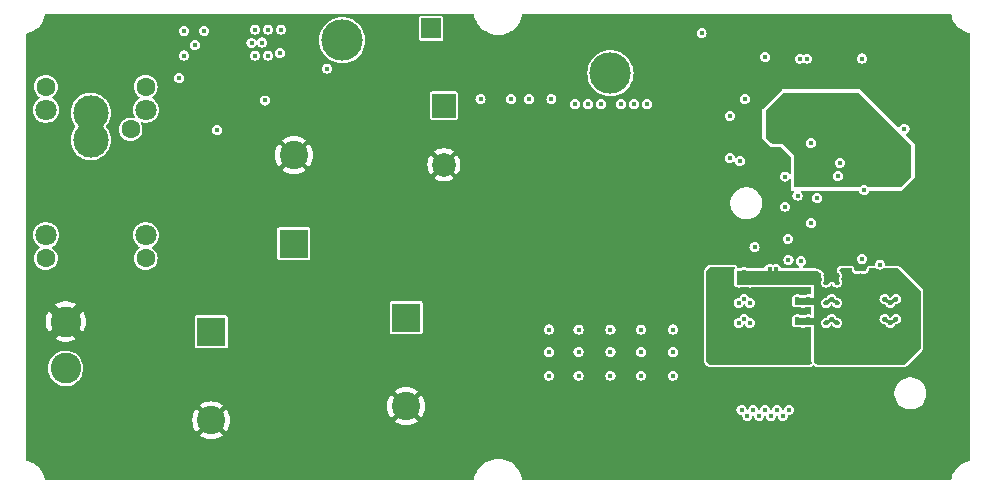
<source format=gbr>
%TF.GenerationSoftware,KiCad,Pcbnew,8.0.5*%
%TF.CreationDate,2025-01-07T12:40:19+01:00*%
%TF.ProjectId,PowerAmpSupply,506f7765-7241-46d7-9053-7570706c792e,rev?*%
%TF.SameCoordinates,Original*%
%TF.FileFunction,Copper,L3,Inr*%
%TF.FilePolarity,Positive*%
%FSLAX46Y46*%
G04 Gerber Fmt 4.6, Leading zero omitted, Abs format (unit mm)*
G04 Created by KiCad (PCBNEW 8.0.5) date 2025-01-07 12:40:19*
%MOMM*%
%LPD*%
G01*
G04 APERTURE LIST*
%TA.AperFunction,Conductor*%
%ADD10C,0.100000*%
%TD*%
%TA.AperFunction,ComponentPad*%
%ADD11C,3.500000*%
%TD*%
%TA.AperFunction,ComponentPad*%
%ADD12C,2.600000*%
%TD*%
%TA.AperFunction,ComponentPad*%
%ADD13R,1.700000X1.700000*%
%TD*%
%TA.AperFunction,ComponentPad*%
%ADD14R,2.400000X2.400000*%
%TD*%
%TA.AperFunction,ComponentPad*%
%ADD15C,2.400000*%
%TD*%
%TA.AperFunction,ComponentPad*%
%ADD16R,2.000000X2.000000*%
%TD*%
%TA.AperFunction,ComponentPad*%
%ADD17C,2.000000*%
%TD*%
%TA.AperFunction,ComponentPad*%
%ADD18C,3.000000*%
%TD*%
%TA.AperFunction,ComponentPad*%
%ADD19C,1.600000*%
%TD*%
%TA.AperFunction,ComponentPad*%
%ADD20C,1.800000*%
%TD*%
%TA.AperFunction,ViaPad*%
%ADD21C,0.450000*%
%TD*%
G04 APERTURE END LIST*
%TO.N,/SW*%
D10*
X175150000Y-104300000D02*
X177250000Y-104300000D01*
X177250000Y-104850000D01*
X175150000Y-104850000D01*
X175150000Y-104300000D01*
%TA.AperFunction,Conductor*%
G36*
X175150000Y-104300000D02*
G01*
X177250000Y-104300000D01*
X177250000Y-104850000D01*
X175150000Y-104850000D01*
X175150000Y-104300000D01*
G37*
%TD.AperFunction*%
X175150000Y-106000000D02*
X177250000Y-106000000D01*
X177250000Y-106550000D01*
X175150000Y-106550000D01*
X175150000Y-106000000D01*
%TA.AperFunction,Conductor*%
G36*
X175150000Y-106000000D02*
G01*
X177250000Y-106000000D01*
X177250000Y-106550000D01*
X175150000Y-106550000D01*
X175150000Y-106000000D01*
G37*
%TD.AperFunction*%
X177250000Y-102500000D02*
X177250000Y-103150000D01*
X170200000Y-103150000D01*
X170200000Y-102000000D01*
X176750000Y-102000000D01*
X177250000Y-102500000D01*
%TA.AperFunction,Conductor*%
G36*
X177250000Y-102500000D02*
G01*
X177250000Y-103150000D01*
X170200000Y-103150000D01*
X170200000Y-102000000D01*
X176750000Y-102000000D01*
X177250000Y-102500000D01*
G37*
%TD.AperFunction*%
%TD*%
D11*
%TO.N,/VIN*%
%TO.C,J2*%
X159500000Y-85300000D03*
%TD*%
D12*
%TO.N,/VOUT_FUSED*%
%TO.C,J6*%
X113375000Y-110281200D03*
%TO.N,GND*%
X113375000Y-106318800D03*
%TD*%
D13*
%TO.N,Net-(J7-Pin_1)*%
%TO.C,J7*%
X144300000Y-81500000D03*
%TD*%
D14*
%TO.N,/VOUT*%
%TO.C,C28*%
X125700000Y-107187246D03*
D15*
%TO.N,GND*%
X125700000Y-114687246D03*
%TD*%
D16*
%TO.N,/VIN*%
%TO.C,C7*%
X145400000Y-88032323D03*
D17*
%TO.N,GND*%
X145400000Y-93032323D03*
%TD*%
D18*
%TO.N,GND*%
%TO.C,J5*%
X115500000Y-96450000D03*
X115500000Y-98750000D03*
%TO.N,/Inrush Limit/IN*%
X115500000Y-88650000D03*
X115500000Y-90950000D03*
D19*
%TO.N,GND*%
X118875000Y-97350000D03*
X118875000Y-93700000D03*
%TO.N,unconnected-(J5-Pin_5-Pad5)*%
X118875000Y-90050000D03*
%TO.N,N/C*%
X111700000Y-86450000D03*
D20*
X111700000Y-88400000D03*
X111700000Y-99000000D03*
D19*
X111700000Y-100950000D03*
X120150000Y-86450000D03*
D20*
X120150000Y-88400000D03*
X120150000Y-99000000D03*
D19*
X120150000Y-100950000D03*
%TD*%
D14*
%TO.N,/VOUT*%
%TO.C,C26*%
X142200000Y-105987246D03*
D15*
%TO.N,GND*%
X142200000Y-113487246D03*
%TD*%
D11*
%TO.N,GND*%
%TO.C,J3*%
X122800000Y-94000000D03*
%TD*%
D14*
%TO.N,/VOUT*%
%TO.C,C27*%
X132700000Y-99712755D03*
D15*
%TO.N,GND*%
X132700000Y-92212755D03*
%TD*%
D11*
%TO.N,/VIN*%
%TO.C,J1*%
X136800000Y-82500000D03*
%TD*%
%TO.N,GND*%
%TO.C,J4*%
X177800000Y-100300000D03*
%TD*%
D21*
%TO.N,/VIN*%
X158700000Y-87900000D03*
X152600000Y-87500000D03*
X148500000Y-87500000D03*
X156500000Y-87900000D03*
X160400000Y-87900000D03*
X176500000Y-98000000D03*
X157600000Y-87900000D03*
X180975000Y-95200000D03*
X162600000Y-87900000D03*
X161500000Y-87900000D03*
X151100000Y-87500000D03*
X154500000Y-87500000D03*
%TO.N,GND*%
X129400000Y-87100000D03*
X177750000Y-106425000D03*
X177750000Y-102425000D03*
X174984082Y-89200000D03*
X131760000Y-85460000D03*
X184100000Y-99520000D03*
X183180000Y-104725000D03*
X178690000Y-106425000D03*
X174280000Y-89410000D03*
X173700000Y-82600000D03*
X172000000Y-90400000D03*
X160300000Y-117200000D03*
X187300000Y-110900000D03*
X171000000Y-82600000D03*
X180400000Y-85600000D03*
X183700000Y-94500000D03*
X178220000Y-102725000D03*
X180300000Y-113500000D03*
X177000000Y-94000000D03*
X153200000Y-90900000D03*
X181400000Y-83100000D03*
X183650000Y-104425000D03*
X168600000Y-117800000D03*
X184200000Y-92000000D03*
X165300000Y-86700000D03*
X134070000Y-87630000D03*
X184550000Y-101650000D03*
X188100000Y-102800000D03*
X179500000Y-97810000D03*
X154800000Y-98900000D03*
X180940000Y-101860000D03*
X157000000Y-117200000D03*
X169100000Y-98700000D03*
X178690000Y-104725000D03*
X168130000Y-96200000D03*
X170200000Y-117200000D03*
X182760000Y-97530000D03*
X154800000Y-96300000D03*
X183180000Y-106425000D03*
X188100000Y-105700000D03*
X183400000Y-88700000D03*
X184200000Y-116800000D03*
X175800000Y-92800000D03*
X175900000Y-94300000D03*
X171900000Y-117800000D03*
X172900000Y-86200000D03*
X178690000Y-103025000D03*
X164700000Y-99000000D03*
X168000000Y-85600000D03*
X175600000Y-115900000D03*
X183650000Y-106125000D03*
X178300000Y-83100000D03*
X129400000Y-88100000D03*
X148500000Y-90800000D03*
X180100000Y-90700000D03*
X158100000Y-98900000D03*
X177900000Y-113800000D03*
X182700000Y-92000000D03*
X177600000Y-111000000D03*
X165300000Y-117800000D03*
X158100000Y-96200000D03*
X178690000Y-102425000D03*
X161400000Y-99200000D03*
X173500000Y-117200000D03*
X175800000Y-90400000D03*
X177930000Y-95720000D03*
X144600000Y-83600000D03*
X128600000Y-88100000D03*
X164200000Y-81500000D03*
X158700000Y-117800000D03*
X166900000Y-80800000D03*
X182710000Y-106125000D03*
X186400000Y-109500000D03*
X123900000Y-87500000D03*
X168000000Y-100200000D03*
X174000000Y-92000000D03*
X180370000Y-101860000D03*
X188100000Y-104300000D03*
X181900000Y-90800000D03*
X128600000Y-87100000D03*
X162000000Y-117800000D03*
X180200000Y-80800000D03*
X171300000Y-92100000D03*
X152700000Y-98600000D03*
X169200000Y-87500000D03*
X175500000Y-85200000D03*
X183500000Y-90800000D03*
X187300000Y-108540000D03*
X187000000Y-103500000D03*
X187700000Y-100100000D03*
X181200000Y-92000000D03*
X178220000Y-104425000D03*
X177100000Y-88700000D03*
X182710000Y-104425000D03*
X177300000Y-93200000D03*
X164700000Y-100400000D03*
X188900000Y-87100000D03*
X183700000Y-95900000D03*
X154800000Y-115900000D03*
X148500000Y-93400000D03*
X172800000Y-82600000D03*
X178200000Y-87600000D03*
X167430000Y-93620000D03*
X166900000Y-117200000D03*
X169000000Y-91900000D03*
X151800000Y-90800000D03*
X183600000Y-83800000D03*
X146500000Y-82000000D03*
X186700000Y-99200000D03*
X163600000Y-117200000D03*
X180100000Y-88800000D03*
X178220000Y-102125000D03*
X179000000Y-113900000D03*
X175100000Y-87200000D03*
X176200000Y-83000000D03*
X151800000Y-93400000D03*
X184240000Y-100580000D03*
X175400000Y-80700000D03*
X185200000Y-99300000D03*
X187700000Y-101500000D03*
X178220000Y-106125000D03*
X170300000Y-100500000D03*
X172000000Y-85500000D03*
X171900000Y-82600000D03*
X161300000Y-96200000D03*
X181700000Y-89200000D03*
X185000000Y-87800000D03*
X177750000Y-104725000D03*
X176300000Y-89600000D03*
X129700000Y-86100000D03*
X177750000Y-103025000D03*
%TO.N,/VOUT*%
X171600000Y-113800000D03*
X171290000Y-107875000D03*
X168100000Y-105800000D03*
X170350000Y-107275000D03*
X175310000Y-103575000D03*
X176250000Y-105275000D03*
X173100000Y-114300000D03*
X168100000Y-107500000D03*
X170350000Y-105575000D03*
X171290000Y-103875000D03*
X174600000Y-113800000D03*
X175780000Y-107875000D03*
X175780000Y-105575000D03*
X176250000Y-103575000D03*
X172100000Y-114300000D03*
X170820000Y-105275000D03*
X171100000Y-114300000D03*
X170350000Y-107875000D03*
X176250000Y-106975000D03*
X175780000Y-107275000D03*
X170600000Y-113800000D03*
X170450000Y-92750000D03*
X175780000Y-103875000D03*
X170875000Y-87500000D03*
X172600000Y-113800000D03*
X175310000Y-107575000D03*
X175310000Y-105275000D03*
X171290000Y-107275000D03*
X168100000Y-102800000D03*
X170820000Y-107575000D03*
X170820000Y-103575000D03*
X170350000Y-103875000D03*
X175310000Y-106975000D03*
X171290000Y-105575000D03*
X168100000Y-109200000D03*
X174100000Y-114300000D03*
X170820000Y-106975000D03*
X176250000Y-107575000D03*
X173600000Y-113800000D03*
%TO.N,Net-(JP1-B)*%
X178750000Y-94000000D03*
X177000000Y-95880000D03*
%TO.N,Net-(Q1-G)*%
X174572500Y-101100000D03*
%TO.N,Net-(Q3-G)*%
X182300000Y-101500000D03*
%TO.N,Net-(JP1-C)*%
X178920000Y-92880000D03*
%TO.N,/VTRK*%
X176470000Y-91220000D03*
%TO.N,/PGOOD*%
X184390000Y-90020000D03*
X174250000Y-94040000D03*
%TO.N,/SW*%
X183180000Y-105575000D03*
X164800000Y-107000000D03*
X176250000Y-104425000D03*
X171290000Y-102425000D03*
X178690000Y-107875000D03*
X183180000Y-107275000D03*
X175310000Y-106125000D03*
X171290000Y-103025000D03*
X178220000Y-103575000D03*
X162100000Y-107000000D03*
X154300000Y-110900000D03*
X174300000Y-96590000D03*
X159500000Y-107000000D03*
X175780000Y-106425000D03*
X170820000Y-104425000D03*
X183180000Y-103875000D03*
X175310000Y-104425000D03*
X170350000Y-106425000D03*
X182710000Y-105275000D03*
X176250000Y-106125000D03*
X171290000Y-104725000D03*
X170350000Y-104725000D03*
X162100000Y-108900000D03*
X174510000Y-99310000D03*
X173540000Y-101860000D03*
X175780000Y-104725000D03*
X156800000Y-110900000D03*
X156800000Y-108900000D03*
X183650000Y-107575000D03*
X170350000Y-103025000D03*
X164800000Y-108900000D03*
X178220000Y-107575000D03*
X185300000Y-106300000D03*
X178220000Y-106975000D03*
X154300000Y-107000000D03*
X171290000Y-106425000D03*
X170820000Y-102125000D03*
X182710000Y-106975000D03*
X177750000Y-105575000D03*
X177750000Y-107875000D03*
X183650000Y-105275000D03*
X171700000Y-100030000D03*
X183650000Y-106975000D03*
X182710000Y-107575000D03*
X159500000Y-110900000D03*
X178220000Y-105275000D03*
X156800000Y-107000000D03*
X178690000Y-103875000D03*
X177750000Y-103875000D03*
X177750000Y-107275000D03*
X175340000Y-95650000D03*
X164800000Y-110900000D03*
X178690000Y-107275000D03*
X178690000Y-105575000D03*
X162100000Y-110900000D03*
X170820000Y-106125000D03*
X154300000Y-108900000D03*
X170820000Y-102725000D03*
X159500000Y-108900000D03*
X170350000Y-102425000D03*
X172970000Y-101860000D03*
X175620000Y-101220000D03*
X183650000Y-103575000D03*
X183180000Y-107875000D03*
X182710000Y-103575000D03*
%TO.N,+12V*%
X176160000Y-84060000D03*
X172595000Y-83900000D03*
X167220000Y-81910000D03*
X175550000Y-84060000D03*
%TO.N,Net-(M1-+)*%
X180800000Y-84050000D03*
%TO.N,Net-(R21-Pad2)*%
X180797500Y-101000000D03*
%TO.N,/Inrush Limit/IN*%
X123000000Y-85701545D03*
%TO.N,Net-(D5-K)*%
X135489584Y-84905000D03*
%TO.N,/Inrush Limit/EN*%
X126200000Y-90125000D03*
%TO.N,/VOUT_FUSED*%
X169600000Y-92490000D03*
X169600000Y-88910000D03*
%TO.N,Net-(Q5-D)*%
X129400000Y-81600000D03*
X129400000Y-83800000D03*
X130000000Y-82700000D03*
X123400000Y-83800000D03*
X124300000Y-82900000D03*
X125100000Y-81700000D03*
X131500000Y-83600000D03*
X123400000Y-81700000D03*
X129110000Y-82730000D03*
X130500000Y-83800000D03*
X131600000Y-81600000D03*
X130500000Y-81600000D03*
%TO.N,Net-(U5-FB)*%
X130260000Y-87600000D03*
%TD*%
%TA.AperFunction,Conductor*%
%TO.N,GND*%
G36*
X178239167Y-105905292D02*
G01*
X178277253Y-105911324D01*
X178299266Y-105918476D01*
X178340484Y-105939477D01*
X178359212Y-105953084D01*
X178391914Y-105985786D01*
X178405521Y-106004514D01*
X178420488Y-106033888D01*
X178420489Y-106033890D01*
X178427806Y-106048250D01*
X178447907Y-106078335D01*
X178454638Y-106088409D01*
X178477063Y-106114667D01*
X178477075Y-106114680D01*
X178487627Y-106124999D01*
X178487628Y-106125000D01*
X178503400Y-106140424D01*
X178503398Y-106140424D01*
X178585345Y-106181036D01*
X178585347Y-106181037D01*
X178609569Y-106186854D01*
X178609570Y-106186855D01*
X178632453Y-106192351D01*
X178634006Y-106193388D01*
X178639255Y-106194220D01*
X178644964Y-106195355D01*
X178658720Y-106198659D01*
X178662514Y-106197904D01*
X178747253Y-106211324D01*
X178769266Y-106218476D01*
X178810484Y-106239477D01*
X178829212Y-106253084D01*
X178861915Y-106285787D01*
X178875523Y-106304517D01*
X178896518Y-106345721D01*
X178903673Y-106367741D01*
X178910908Y-106413423D01*
X178910908Y-106436575D01*
X178903673Y-106482256D01*
X178896518Y-106504276D01*
X178875522Y-106545482D01*
X178861914Y-106564212D01*
X178829212Y-106596914D01*
X178810482Y-106610522D01*
X178769276Y-106631518D01*
X178747256Y-106638673D01*
X178701577Y-106645908D01*
X178678424Y-106645908D01*
X178632742Y-106638672D01*
X178610724Y-106631518D01*
X178569515Y-106610521D01*
X178550784Y-106596912D01*
X178518084Y-106564212D01*
X178504478Y-106545485D01*
X178482195Y-106501752D01*
X178482190Y-106501745D01*
X178482189Y-106501743D01*
X178471174Y-106486582D01*
X178468447Y-106476913D01*
X178432917Y-106435313D01*
X178432903Y-106435299D01*
X178406562Y-106409544D01*
X178402319Y-106407442D01*
X178324608Y-106368945D01*
X178300364Y-106363126D01*
X178300363Y-106363125D01*
X178289452Y-106360507D01*
X178277596Y-106357662D01*
X178276036Y-106356619D01*
X178270701Y-106355774D01*
X178265014Y-106354643D01*
X178254347Y-106352083D01*
X178252758Y-106352447D01*
X178252750Y-106352671D01*
X178251928Y-106352638D01*
X178251687Y-106352694D01*
X178250588Y-106352585D01*
X178245090Y-106352369D01*
X178240370Y-106350304D01*
X178225825Y-106350304D01*
X178224526Y-106350304D01*
X178221474Y-106349177D01*
X178210058Y-106350076D01*
X178204252Y-106350304D01*
X178198507Y-106350304D01*
X178196725Y-106351125D01*
X178194020Y-106351338D01*
X178194018Y-106351338D01*
X178167853Y-106353397D01*
X178167837Y-106353399D01*
X178131530Y-106359568D01*
X178131529Y-106359568D01*
X178050513Y-106402000D01*
X178050509Y-106402002D01*
X178007447Y-106438780D01*
X178007446Y-106438782D01*
X177957803Y-106501754D01*
X177935522Y-106545483D01*
X177921914Y-106564212D01*
X177889212Y-106596914D01*
X177870482Y-106610522D01*
X177829276Y-106631518D01*
X177807256Y-106638673D01*
X177761577Y-106645908D01*
X177738424Y-106645908D01*
X177692742Y-106638672D01*
X177670724Y-106631518D01*
X177629515Y-106610521D01*
X177610784Y-106596912D01*
X177578082Y-106564210D01*
X177564474Y-106545479D01*
X177543479Y-106504274D01*
X177536324Y-106482253D01*
X177535478Y-106476913D01*
X177529440Y-106438782D01*
X177529090Y-106436572D01*
X177529090Y-106413424D01*
X177529090Y-106413423D01*
X177536324Y-106367741D01*
X177543475Y-106345732D01*
X177564478Y-106304511D01*
X177578080Y-106285789D01*
X177610789Y-106253080D01*
X177629511Y-106239478D01*
X177670732Y-106218475D01*
X177692740Y-106211324D01*
X177766559Y-106199633D01*
X177772352Y-106198949D01*
X177800764Y-106196726D01*
X177801600Y-106196644D01*
X177802156Y-106196601D01*
X177802164Y-106196599D01*
X177802171Y-106196599D01*
X177838464Y-106190432D01*
X177838464Y-106190431D01*
X177838469Y-106190431D01*
X177919486Y-106148000D01*
X177962553Y-106111218D01*
X178012195Y-106048248D01*
X178034480Y-106004510D01*
X178048084Y-105985785D01*
X178080789Y-105953080D01*
X178099511Y-105939478D01*
X178140732Y-105918475D01*
X178162741Y-105911324D01*
X178208424Y-105904090D01*
X178231572Y-105904090D01*
X178239167Y-105905292D01*
G37*
%TD.AperFunction*%
%TA.AperFunction,Conductor*%
G36*
X182729167Y-105905292D02*
G01*
X182767253Y-105911324D01*
X182789266Y-105918476D01*
X182830484Y-105939477D01*
X182849212Y-105953084D01*
X182881914Y-105985786D01*
X182895521Y-106004514D01*
X182910488Y-106033888D01*
X182910489Y-106033890D01*
X182917806Y-106048250D01*
X182937907Y-106078335D01*
X182944638Y-106088409D01*
X182967063Y-106114667D01*
X182967069Y-106114674D01*
X182977627Y-106124999D01*
X182993399Y-106140424D01*
X182993398Y-106140424D01*
X183075345Y-106181036D01*
X183075347Y-106181037D01*
X183099568Y-106186854D01*
X183099571Y-106186856D01*
X183122490Y-106192361D01*
X183124040Y-106193396D01*
X183129267Y-106194223D01*
X183134988Y-106195361D01*
X183145617Y-106197914D01*
X183147273Y-106197533D01*
X183147281Y-106197335D01*
X183148014Y-106197363D01*
X183148278Y-106197303D01*
X183149447Y-106197417D01*
X183149467Y-106197421D01*
X183149919Y-106197438D01*
X183149996Y-106197472D01*
X183151655Y-106197636D01*
X183151601Y-106198174D01*
X183155082Y-106199696D01*
X183175497Y-106199696D01*
X183178547Y-106200821D01*
X183189943Y-106199924D01*
X183195751Y-106199696D01*
X183203855Y-106199696D01*
X183206120Y-106198651D01*
X183231487Y-106196654D01*
X183231487Y-106196664D01*
X183231516Y-106196651D01*
X183232156Y-106196601D01*
X183251896Y-106193247D01*
X183268464Y-106190432D01*
X183268464Y-106190431D01*
X183268469Y-106190431D01*
X183349486Y-106148000D01*
X183392553Y-106111218D01*
X183442195Y-106048248D01*
X183464480Y-106004510D01*
X183478084Y-105985785D01*
X183510789Y-105953080D01*
X183529511Y-105939478D01*
X183570732Y-105918475D01*
X183592741Y-105911324D01*
X183638424Y-105904090D01*
X183661572Y-105904090D01*
X183669167Y-105905292D01*
X183707253Y-105911324D01*
X183729266Y-105918476D01*
X183770484Y-105939477D01*
X183789212Y-105953084D01*
X183821915Y-105985787D01*
X183835522Y-106004516D01*
X183856518Y-106045723D01*
X183863673Y-106067741D01*
X183870908Y-106113423D01*
X183870908Y-106136575D01*
X183863673Y-106182256D01*
X183856518Y-106204276D01*
X183835522Y-106245482D01*
X183821914Y-106264212D01*
X183789212Y-106296914D01*
X183770482Y-106310522D01*
X183729276Y-106331518D01*
X183707256Y-106338673D01*
X183633402Y-106350370D01*
X183627631Y-106351053D01*
X183597854Y-106353396D01*
X183561533Y-106359567D01*
X183561528Y-106359569D01*
X183480512Y-106401998D01*
X183480511Y-106401999D01*
X183441506Y-106435313D01*
X183437447Y-106438780D01*
X183403176Y-106482253D01*
X183387803Y-106501753D01*
X183365521Y-106545483D01*
X183351913Y-106564213D01*
X183319212Y-106596914D01*
X183300482Y-106610522D01*
X183259276Y-106631518D01*
X183237256Y-106638673D01*
X183191577Y-106645908D01*
X183168424Y-106645908D01*
X183122742Y-106638672D01*
X183100724Y-106631518D01*
X183059515Y-106610521D01*
X183040784Y-106596912D01*
X183008084Y-106564212D01*
X182994478Y-106545485D01*
X182972195Y-106501752D01*
X182972190Y-106501745D01*
X182972189Y-106501743D01*
X182961174Y-106486582D01*
X182958447Y-106476913D01*
X182922917Y-106435313D01*
X182922903Y-106435299D01*
X182896562Y-106409544D01*
X182892319Y-106407442D01*
X182814608Y-106368945D01*
X182790364Y-106363126D01*
X182790363Y-106363125D01*
X182779452Y-106360507D01*
X182770650Y-106358395D01*
X182767572Y-106357656D01*
X182766009Y-106356612D01*
X182760681Y-106355768D01*
X182754992Y-106354637D01*
X182741236Y-106351336D01*
X182737449Y-106352089D01*
X182652742Y-106338673D01*
X182630724Y-106331518D01*
X182589515Y-106310521D01*
X182570786Y-106296914D01*
X182538083Y-106264211D01*
X182524477Y-106245484D01*
X182503478Y-106204272D01*
X182496325Y-106182255D01*
X182489090Y-106136574D01*
X182489090Y-106113424D01*
X182489439Y-106111218D01*
X182496324Y-106067741D01*
X182503475Y-106045732D01*
X182524478Y-106004511D01*
X182538080Y-105985789D01*
X182570789Y-105953080D01*
X182589511Y-105939478D01*
X182630732Y-105918475D01*
X182652741Y-105911324D01*
X182698424Y-105904090D01*
X182721572Y-105904090D01*
X182729167Y-105905292D01*
G37*
%TD.AperFunction*%
%TA.AperFunction,Conductor*%
G36*
X178239167Y-104205292D02*
G01*
X178277253Y-104211324D01*
X178299266Y-104218476D01*
X178340484Y-104239477D01*
X178359212Y-104253084D01*
X178391914Y-104285786D01*
X178405521Y-104304514D01*
X178420488Y-104333888D01*
X178420489Y-104333890D01*
X178427806Y-104348250D01*
X178447907Y-104378335D01*
X178454638Y-104388409D01*
X178477063Y-104414667D01*
X178477075Y-104414680D01*
X178487627Y-104424999D01*
X178487628Y-104425000D01*
X178503400Y-104440424D01*
X178503398Y-104440424D01*
X178585345Y-104481036D01*
X178585347Y-104481037D01*
X178609569Y-104486854D01*
X178609570Y-104486855D01*
X178632453Y-104492351D01*
X178634006Y-104493388D01*
X178639255Y-104494220D01*
X178644964Y-104495355D01*
X178658720Y-104498659D01*
X178662514Y-104497904D01*
X178747253Y-104511324D01*
X178769266Y-104518476D01*
X178810484Y-104539477D01*
X178829212Y-104553084D01*
X178861915Y-104585787D01*
X178875523Y-104604517D01*
X178896518Y-104645721D01*
X178903673Y-104667741D01*
X178910908Y-104713423D01*
X178910908Y-104736575D01*
X178903673Y-104782256D01*
X178896518Y-104804276D01*
X178875522Y-104845482D01*
X178861914Y-104864212D01*
X178829212Y-104896914D01*
X178810482Y-104910522D01*
X178769276Y-104931518D01*
X178747256Y-104938673D01*
X178701577Y-104945908D01*
X178678424Y-104945908D01*
X178632742Y-104938672D01*
X178610724Y-104931518D01*
X178569515Y-104910521D01*
X178550784Y-104896912D01*
X178518084Y-104864212D01*
X178504478Y-104845485D01*
X178482195Y-104801752D01*
X178482190Y-104801745D01*
X178482189Y-104801743D01*
X178471174Y-104786582D01*
X178468447Y-104776913D01*
X178432917Y-104735313D01*
X178432903Y-104735299D01*
X178406562Y-104709544D01*
X178405490Y-104709013D01*
X178324608Y-104668945D01*
X178300364Y-104663126D01*
X178300363Y-104663125D01*
X178289452Y-104660507D01*
X178277596Y-104657662D01*
X178276036Y-104656619D01*
X178270701Y-104655774D01*
X178265014Y-104654643D01*
X178254347Y-104652083D01*
X178252758Y-104652447D01*
X178252750Y-104652671D01*
X178251928Y-104652638D01*
X178251687Y-104652694D01*
X178250588Y-104652585D01*
X178245090Y-104652369D01*
X178240370Y-104650304D01*
X178225825Y-104650304D01*
X178224526Y-104650304D01*
X178221474Y-104649177D01*
X178210058Y-104650076D01*
X178204252Y-104650304D01*
X178198507Y-104650304D01*
X178196725Y-104651125D01*
X178194020Y-104651338D01*
X178194018Y-104651338D01*
X178167853Y-104653397D01*
X178167837Y-104653399D01*
X178131530Y-104659568D01*
X178131529Y-104659568D01*
X178050513Y-104702000D01*
X178050509Y-104702002D01*
X178007447Y-104738780D01*
X178007446Y-104738782D01*
X177957803Y-104801754D01*
X177935522Y-104845483D01*
X177921914Y-104864212D01*
X177889212Y-104896914D01*
X177870482Y-104910522D01*
X177829276Y-104931518D01*
X177807256Y-104938673D01*
X177761577Y-104945908D01*
X177738424Y-104945908D01*
X177692742Y-104938672D01*
X177670724Y-104931518D01*
X177629515Y-104910521D01*
X177610784Y-104896912D01*
X177578082Y-104864210D01*
X177564474Y-104845479D01*
X177543479Y-104804274D01*
X177536324Y-104782253D01*
X177535478Y-104776913D01*
X177529440Y-104738782D01*
X177529090Y-104736572D01*
X177529090Y-104713424D01*
X177529090Y-104713423D01*
X177536324Y-104667741D01*
X177543475Y-104645732D01*
X177564478Y-104604511D01*
X177578080Y-104585789D01*
X177610789Y-104553080D01*
X177629511Y-104539478D01*
X177670732Y-104518475D01*
X177692740Y-104511324D01*
X177766559Y-104499633D01*
X177772352Y-104498949D01*
X177800764Y-104496726D01*
X177801600Y-104496644D01*
X177802156Y-104496601D01*
X177802164Y-104496599D01*
X177802171Y-104496599D01*
X177838464Y-104490432D01*
X177838464Y-104490431D01*
X177838469Y-104490431D01*
X177919486Y-104448000D01*
X177962553Y-104411218D01*
X178012195Y-104348248D01*
X178034480Y-104304510D01*
X178048084Y-104285785D01*
X178080789Y-104253080D01*
X178099511Y-104239478D01*
X178140732Y-104218475D01*
X178162741Y-104211324D01*
X178208424Y-104204090D01*
X178231572Y-104204090D01*
X178239167Y-104205292D01*
G37*
%TD.AperFunction*%
%TA.AperFunction,Conductor*%
G36*
X182729167Y-104205292D02*
G01*
X182767253Y-104211324D01*
X182789266Y-104218476D01*
X182830484Y-104239477D01*
X182849212Y-104253084D01*
X182881914Y-104285786D01*
X182895521Y-104304514D01*
X182910488Y-104333888D01*
X182910489Y-104333890D01*
X182917806Y-104348250D01*
X182937907Y-104378335D01*
X182944638Y-104388409D01*
X182967063Y-104414667D01*
X182967069Y-104414674D01*
X182977627Y-104424999D01*
X182993399Y-104440424D01*
X182993398Y-104440424D01*
X183075345Y-104481036D01*
X183075347Y-104481037D01*
X183099568Y-104486854D01*
X183099571Y-104486856D01*
X183122490Y-104492361D01*
X183124040Y-104493396D01*
X183129267Y-104494223D01*
X183134988Y-104495361D01*
X183145617Y-104497914D01*
X183147273Y-104497533D01*
X183147281Y-104497335D01*
X183148014Y-104497363D01*
X183148278Y-104497303D01*
X183149447Y-104497417D01*
X183149467Y-104497421D01*
X183149919Y-104497438D01*
X183149996Y-104497472D01*
X183151655Y-104497636D01*
X183151601Y-104498174D01*
X183155082Y-104499696D01*
X183175497Y-104499696D01*
X183178547Y-104500821D01*
X183189943Y-104499924D01*
X183195751Y-104499696D01*
X183203855Y-104499696D01*
X183206120Y-104498651D01*
X183231487Y-104496654D01*
X183231487Y-104496664D01*
X183231516Y-104496651D01*
X183232156Y-104496601D01*
X183251896Y-104493247D01*
X183268464Y-104490432D01*
X183268464Y-104490431D01*
X183268469Y-104490431D01*
X183349486Y-104448000D01*
X183392553Y-104411218D01*
X183442195Y-104348248D01*
X183464480Y-104304510D01*
X183478084Y-104285785D01*
X183510789Y-104253080D01*
X183529511Y-104239478D01*
X183570732Y-104218475D01*
X183592741Y-104211324D01*
X183638424Y-104204090D01*
X183661572Y-104204090D01*
X183669167Y-104205292D01*
X183707253Y-104211324D01*
X183729266Y-104218476D01*
X183770484Y-104239477D01*
X183789212Y-104253084D01*
X183821915Y-104285787D01*
X183835522Y-104304516D01*
X183856518Y-104345723D01*
X183863673Y-104367741D01*
X183870908Y-104413423D01*
X183870908Y-104436575D01*
X183863673Y-104482256D01*
X183856518Y-104504276D01*
X183835522Y-104545482D01*
X183821914Y-104564212D01*
X183789212Y-104596914D01*
X183770482Y-104610522D01*
X183729276Y-104631518D01*
X183707256Y-104638673D01*
X183633402Y-104650370D01*
X183627631Y-104651053D01*
X183597854Y-104653396D01*
X183561533Y-104659567D01*
X183561528Y-104659569D01*
X183480512Y-104701998D01*
X183480511Y-104701999D01*
X183441506Y-104735313D01*
X183437447Y-104738780D01*
X183403176Y-104782253D01*
X183387803Y-104801753D01*
X183365521Y-104845483D01*
X183351913Y-104864213D01*
X183319212Y-104896914D01*
X183300482Y-104910522D01*
X183259276Y-104931518D01*
X183237256Y-104938673D01*
X183191577Y-104945908D01*
X183168424Y-104945908D01*
X183122742Y-104938672D01*
X183100724Y-104931518D01*
X183059515Y-104910521D01*
X183040784Y-104896912D01*
X183008084Y-104864212D01*
X182994478Y-104845485D01*
X182972195Y-104801752D01*
X182972190Y-104801745D01*
X182972189Y-104801743D01*
X182961174Y-104786582D01*
X182958447Y-104776913D01*
X182922917Y-104735313D01*
X182922903Y-104735299D01*
X182896562Y-104709544D01*
X182895490Y-104709013D01*
X182814608Y-104668945D01*
X182790364Y-104663126D01*
X182790363Y-104663125D01*
X182779452Y-104660507D01*
X182770650Y-104658395D01*
X182767572Y-104657656D01*
X182766009Y-104656612D01*
X182760681Y-104655768D01*
X182754992Y-104654637D01*
X182741236Y-104651336D01*
X182737449Y-104652089D01*
X182652742Y-104638673D01*
X182630724Y-104631518D01*
X182589515Y-104610521D01*
X182570786Y-104596914D01*
X182538083Y-104564211D01*
X182524477Y-104545484D01*
X182503478Y-104504272D01*
X182496325Y-104482255D01*
X182489090Y-104436574D01*
X182489090Y-104413424D01*
X182489439Y-104411218D01*
X182496324Y-104367741D01*
X182503475Y-104345732D01*
X182524478Y-104304511D01*
X182538080Y-104285789D01*
X182570789Y-104253080D01*
X182589511Y-104239478D01*
X182630732Y-104218475D01*
X182652741Y-104211324D01*
X182698424Y-104204090D01*
X182721572Y-104204090D01*
X182729167Y-104205292D01*
G37*
%TD.AperFunction*%
%TA.AperFunction,Conductor*%
G36*
X180559542Y-86971674D02*
G01*
X184928326Y-91340458D01*
X184950000Y-91392784D01*
X184950000Y-94007216D01*
X184928326Y-94059542D01*
X184059542Y-94928326D01*
X184007216Y-94950000D01*
X181357400Y-94950000D01*
X181305074Y-94928326D01*
X181228219Y-94851471D01*
X181108126Y-94790281D01*
X181108126Y-94790280D01*
X180975000Y-94769196D01*
X180841873Y-94790280D01*
X180841873Y-94790281D01*
X180721780Y-94851471D01*
X180721779Y-94851472D01*
X180644926Y-94928326D01*
X180592600Y-94950000D01*
X175124000Y-94950000D01*
X175071674Y-94928326D01*
X175050000Y-94876000D01*
X175050000Y-94000000D01*
X178319196Y-94000000D01*
X178340280Y-94133126D01*
X178401471Y-94253219D01*
X178401472Y-94253220D01*
X178496780Y-94348528D01*
X178616873Y-94409718D01*
X178616873Y-94409719D01*
X178635075Y-94412601D01*
X178750000Y-94430804D01*
X178883126Y-94409719D01*
X179003220Y-94348528D01*
X179098528Y-94253220D01*
X179159719Y-94133126D01*
X179180804Y-94000000D01*
X179159719Y-93866874D01*
X179159719Y-93866873D01*
X179098528Y-93746780D01*
X179003219Y-93651471D01*
X178883126Y-93590281D01*
X178883126Y-93590280D01*
X178750000Y-93569196D01*
X178616873Y-93590280D01*
X178616873Y-93590281D01*
X178496780Y-93651471D01*
X178401471Y-93746780D01*
X178340281Y-93866873D01*
X178340280Y-93866873D01*
X178319196Y-94000000D01*
X175050000Y-94000000D01*
X175050000Y-92880000D01*
X178489196Y-92880000D01*
X178510280Y-93013126D01*
X178571471Y-93133219D01*
X178571472Y-93133220D01*
X178666780Y-93228528D01*
X178786873Y-93289718D01*
X178786873Y-93289719D01*
X178805075Y-93292601D01*
X178920000Y-93310804D01*
X179053126Y-93289719D01*
X179173220Y-93228528D01*
X179268528Y-93133220D01*
X179329719Y-93013126D01*
X179350804Y-92880000D01*
X179329719Y-92746874D01*
X179329719Y-92746873D01*
X179268528Y-92626780D01*
X179173219Y-92531471D01*
X179053126Y-92470281D01*
X179053126Y-92470280D01*
X178920000Y-92449196D01*
X178786873Y-92470280D01*
X178786873Y-92470281D01*
X178666780Y-92531471D01*
X178571471Y-92626780D01*
X178510281Y-92746873D01*
X178510280Y-92746873D01*
X178489196Y-92880000D01*
X175050000Y-92880000D01*
X175050000Y-92299999D01*
X175047118Y-92270736D01*
X175040557Y-92254900D01*
X175040554Y-92254892D01*
X175024721Y-92216664D01*
X175006066Y-92193934D01*
X174106066Y-91293934D01*
X174083335Y-91275279D01*
X174083332Y-91275278D01*
X174083331Y-91275277D01*
X174051661Y-91262159D01*
X174051661Y-91262158D01*
X174029266Y-91252882D01*
X174029262Y-91252881D01*
X174003195Y-91250314D01*
X174000000Y-91250000D01*
X173999999Y-91250000D01*
X173192784Y-91250000D01*
X173140458Y-91228326D01*
X173132132Y-91220000D01*
X176039196Y-91220000D01*
X176060280Y-91353126D01*
X176110984Y-91452637D01*
X176121472Y-91473220D01*
X176216780Y-91568528D01*
X176336873Y-91629718D01*
X176336873Y-91629719D01*
X176353315Y-91632323D01*
X176470000Y-91650804D01*
X176603126Y-91629719D01*
X176723220Y-91568528D01*
X176818528Y-91473220D01*
X176879719Y-91353126D01*
X176900804Y-91220000D01*
X176879719Y-91086874D01*
X176879719Y-91086873D01*
X176818528Y-90966780D01*
X176723219Y-90871471D01*
X176603126Y-90810281D01*
X176603126Y-90810280D01*
X176470000Y-90789196D01*
X176336873Y-90810280D01*
X176336873Y-90810281D01*
X176216780Y-90871471D01*
X176121471Y-90966780D01*
X176060281Y-91086873D01*
X176060280Y-91086873D01*
X176039196Y-91220000D01*
X173132132Y-91220000D01*
X172671674Y-90759542D01*
X172650000Y-90707216D01*
X172650000Y-88492784D01*
X172671674Y-88440458D01*
X174140458Y-86971674D01*
X174192784Y-86950000D01*
X180507216Y-86950000D01*
X180559542Y-86971674D01*
G37*
%TD.AperFunction*%
%TA.AperFunction,Conductor*%
G36*
X147959326Y-80322174D02*
G01*
X147980311Y-80364424D01*
X147987696Y-80418159D01*
X148063379Y-80688273D01*
X148175137Y-80945566D01*
X148175142Y-80945576D01*
X148320883Y-81185237D01*
X148320895Y-81185254D01*
X148423830Y-81311777D01*
X148497919Y-81402845D01*
X148702931Y-81594312D01*
X148932104Y-81756081D01*
X149181170Y-81885136D01*
X149181173Y-81885137D01*
X149181175Y-81885138D01*
X149445479Y-81979072D01*
X149445486Y-81979073D01*
X149445489Y-81979075D01*
X149445492Y-81979075D01*
X149445497Y-81979077D01*
X149720126Y-82036146D01*
X149720134Y-82036147D01*
X149720138Y-82036148D01*
X149720140Y-82036148D01*
X149720146Y-82036149D01*
X149999993Y-82055291D01*
X150000000Y-82055291D01*
X150000007Y-82055291D01*
X150279853Y-82036149D01*
X150279857Y-82036148D01*
X150279862Y-82036148D01*
X150279868Y-82036146D01*
X150279873Y-82036146D01*
X150554502Y-81979077D01*
X150554503Y-81979076D01*
X150554511Y-81979075D01*
X150554517Y-81979072D01*
X150554520Y-81979072D01*
X150748869Y-81910000D01*
X166789196Y-81910000D01*
X166810280Y-82043126D01*
X166854955Y-82130804D01*
X166871472Y-82163220D01*
X166966780Y-82258528D01*
X167086873Y-82319718D01*
X167086873Y-82319719D01*
X167090422Y-82320281D01*
X167220000Y-82340804D01*
X167353126Y-82319719D01*
X167473220Y-82258528D01*
X167568528Y-82163220D01*
X167629719Y-82043126D01*
X167650804Y-81910000D01*
X167629719Y-81776874D01*
X167629719Y-81776873D01*
X167568528Y-81656780D01*
X167473219Y-81561471D01*
X167353126Y-81500281D01*
X167353126Y-81500280D01*
X167220000Y-81479196D01*
X167086873Y-81500280D01*
X167086873Y-81500281D01*
X166966780Y-81561471D01*
X166871471Y-81656780D01*
X166810281Y-81776873D01*
X166810280Y-81776873D01*
X166789196Y-81910000D01*
X150748869Y-81910000D01*
X150818824Y-81885138D01*
X150818823Y-81885138D01*
X150818830Y-81885136D01*
X151067896Y-81756081D01*
X151297069Y-81594312D01*
X151502081Y-81402845D01*
X151679111Y-81185246D01*
X151824862Y-80945568D01*
X151936620Y-80688275D01*
X152012303Y-80418161D01*
X152019689Y-80364424D01*
X152048286Y-80315537D01*
X152093000Y-80300500D01*
X188307766Y-80300500D01*
X188360092Y-80322174D01*
X188381133Y-80364845D01*
X188382015Y-80371552D01*
X188382016Y-80371557D01*
X188446497Y-80612205D01*
X188541834Y-80842369D01*
X188541835Y-80842372D01*
X188666398Y-81058123D01*
X188666402Y-81058129D01*
X188763949Y-81185254D01*
X188818062Y-81255776D01*
X188994224Y-81431938D01*
X189033239Y-81461875D01*
X189191870Y-81583597D01*
X189191876Y-81583601D01*
X189318627Y-81656780D01*
X189407627Y-81708164D01*
X189637793Y-81803502D01*
X189878435Y-81867982D01*
X189878437Y-81867982D01*
X189878440Y-81867983D01*
X189878439Y-81867983D01*
X189885156Y-81868867D01*
X189934207Y-81897184D01*
X189949500Y-81942234D01*
X189949500Y-118057765D01*
X189927826Y-118110091D01*
X189885163Y-118131131D01*
X189878450Y-118132015D01*
X189878442Y-118132016D01*
X189637794Y-118196497D01*
X189407630Y-118291834D01*
X189407627Y-118291835D01*
X189191876Y-118416398D01*
X189191870Y-118416402D01*
X188994223Y-118568062D01*
X188818062Y-118744223D01*
X188666402Y-118941870D01*
X188666398Y-118941876D01*
X188541835Y-119157627D01*
X188541834Y-119157630D01*
X188446497Y-119387794D01*
X188382016Y-119628442D01*
X188382015Y-119628447D01*
X188381133Y-119635155D01*
X188352817Y-119684206D01*
X188307766Y-119699500D01*
X152093000Y-119699500D01*
X152040674Y-119677826D01*
X152019689Y-119635576D01*
X152012303Y-119581840D01*
X151964167Y-119410039D01*
X151936620Y-119311725D01*
X151824862Y-119054432D01*
X151776588Y-118975049D01*
X151679116Y-118814762D01*
X151679115Y-118814760D01*
X151679111Y-118814754D01*
X151502081Y-118597155D01*
X151500589Y-118595762D01*
X151438875Y-118538125D01*
X151297069Y-118405688D01*
X151067896Y-118243919D01*
X150818830Y-118114864D01*
X150818829Y-118114863D01*
X150818824Y-118114861D01*
X150554520Y-118020927D01*
X150554502Y-118020922D01*
X150279873Y-117963853D01*
X150279853Y-117963850D01*
X150000007Y-117944709D01*
X149999993Y-117944709D01*
X149720146Y-117963850D01*
X149720126Y-117963853D01*
X149445497Y-118020922D01*
X149445479Y-118020927D01*
X149181175Y-118114861D01*
X148932104Y-118243919D01*
X148702933Y-118405686D01*
X148497920Y-118597153D01*
X148320895Y-118814745D01*
X148320883Y-118814762D01*
X148175142Y-119054423D01*
X148175137Y-119054433D01*
X148063379Y-119311726D01*
X147987696Y-119581840D01*
X147980311Y-119635576D01*
X147951714Y-119684463D01*
X147907000Y-119699500D01*
X111692234Y-119699500D01*
X111639908Y-119677826D01*
X111618867Y-119635155D01*
X111617984Y-119628447D01*
X111617983Y-119628442D01*
X111617982Y-119628441D01*
X111617982Y-119628435D01*
X111553502Y-119387793D01*
X111458164Y-119157627D01*
X111398585Y-119054432D01*
X111333601Y-118941876D01*
X111333597Y-118941870D01*
X111236057Y-118814754D01*
X111181938Y-118744224D01*
X111005776Y-118568062D01*
X110966761Y-118538125D01*
X110808129Y-118416402D01*
X110808123Y-118416398D01*
X110592372Y-118291835D01*
X110592369Y-118291834D01*
X110362205Y-118196497D01*
X110178422Y-118147252D01*
X110121565Y-118132018D01*
X110121563Y-118132017D01*
X110121557Y-118132016D01*
X110121549Y-118132015D01*
X110114837Y-118131131D01*
X110065789Y-118102810D01*
X110050500Y-118057765D01*
X110050500Y-114687246D01*
X124095052Y-114687246D01*
X124114811Y-114938315D01*
X124173602Y-115183198D01*
X124269982Y-115415879D01*
X124269986Y-115415886D01*
X124401569Y-115630610D01*
X124401572Y-115630615D01*
X124434837Y-115669563D01*
X124434838Y-115669563D01*
X125157241Y-114947159D01*
X125219881Y-115055654D01*
X125331592Y-115167365D01*
X125440084Y-115230003D01*
X124717681Y-115952407D01*
X124756630Y-115985673D01*
X124756635Y-115985676D01*
X124971359Y-116117259D01*
X124971366Y-116117263D01*
X125204047Y-116213643D01*
X125448930Y-116272434D01*
X125448929Y-116272434D01*
X125700000Y-116292193D01*
X125951069Y-116272434D01*
X126195952Y-116213643D01*
X126428633Y-116117263D01*
X126428640Y-116117259D01*
X126643362Y-115985677D01*
X126643363Y-115985676D01*
X126682317Y-115952407D01*
X126682317Y-115952406D01*
X125959914Y-115230003D01*
X126068408Y-115167365D01*
X126180119Y-115055654D01*
X126242757Y-114947160D01*
X126965160Y-115669563D01*
X126965161Y-115669563D01*
X126998430Y-115630609D01*
X126998431Y-115630608D01*
X127130013Y-115415886D01*
X127130017Y-115415879D01*
X127226397Y-115183198D01*
X127285188Y-114938315D01*
X127304947Y-114687246D01*
X127285188Y-114436176D01*
X127226397Y-114191293D01*
X127130017Y-113958612D01*
X127130013Y-113958605D01*
X126998430Y-113743881D01*
X126998427Y-113743876D01*
X126965161Y-113704927D01*
X126242757Y-114427330D01*
X126180119Y-114318838D01*
X126068408Y-114207127D01*
X125959913Y-114144487D01*
X126617155Y-113487246D01*
X140595052Y-113487246D01*
X140614811Y-113738315D01*
X140673602Y-113983198D01*
X140769982Y-114215879D01*
X140769986Y-114215886D01*
X140901569Y-114430610D01*
X140901572Y-114430615D01*
X140934837Y-114469563D01*
X140934838Y-114469563D01*
X141657241Y-113747159D01*
X141719881Y-113855654D01*
X141831592Y-113967365D01*
X141940084Y-114030003D01*
X141217681Y-114752407D01*
X141256630Y-114785673D01*
X141256635Y-114785676D01*
X141471359Y-114917259D01*
X141471366Y-114917263D01*
X141704047Y-115013643D01*
X141948930Y-115072434D01*
X141948929Y-115072434D01*
X142200000Y-115092193D01*
X142451069Y-115072434D01*
X142695952Y-115013643D01*
X142928633Y-114917263D01*
X142928640Y-114917259D01*
X143143362Y-114785677D01*
X143143363Y-114785676D01*
X143182317Y-114752407D01*
X143182317Y-114752406D01*
X142459914Y-114030003D01*
X142568408Y-113967365D01*
X142680119Y-113855654D01*
X142742757Y-113747160D01*
X143465160Y-114469563D01*
X143465161Y-114469563D01*
X143498430Y-114430609D01*
X143498431Y-114430608D01*
X143630013Y-114215886D01*
X143630017Y-114215879D01*
X143726397Y-113983198D01*
X143770379Y-113800000D01*
X170169196Y-113800000D01*
X170190280Y-113933126D01*
X170247975Y-114046357D01*
X170251472Y-114053220D01*
X170346780Y-114148528D01*
X170466873Y-114209718D01*
X170466873Y-114209719D01*
X170605752Y-114231715D01*
X170605237Y-114234963D01*
X170647522Y-114252478D01*
X170665036Y-114294762D01*
X170668285Y-114294248D01*
X170690280Y-114433126D01*
X170751471Y-114553219D01*
X170751472Y-114553220D01*
X170846780Y-114648528D01*
X170966873Y-114709718D01*
X170966873Y-114709719D01*
X170985075Y-114712601D01*
X171100000Y-114730804D01*
X171233126Y-114709719D01*
X171353220Y-114648528D01*
X171448528Y-114553220D01*
X171509719Y-114433126D01*
X171526911Y-114324578D01*
X171556504Y-114276288D01*
X171611576Y-114263066D01*
X171659867Y-114292659D01*
X171673089Y-114324579D01*
X171690281Y-114433126D01*
X171708846Y-114469563D01*
X171751472Y-114553220D01*
X171846780Y-114648528D01*
X171966873Y-114709718D01*
X171966873Y-114709719D01*
X171985075Y-114712601D01*
X172100000Y-114730804D01*
X172233126Y-114709719D01*
X172353220Y-114648528D01*
X172448528Y-114553220D01*
X172509719Y-114433126D01*
X172526911Y-114324580D01*
X172556504Y-114276289D01*
X172611576Y-114263067D01*
X172659867Y-114292660D01*
X172673089Y-114324580D01*
X172690280Y-114433125D01*
X172690281Y-114433126D01*
X172708846Y-114469563D01*
X172751472Y-114553220D01*
X172846780Y-114648528D01*
X172966873Y-114709718D01*
X172966873Y-114709719D01*
X172985075Y-114712601D01*
X173100000Y-114730804D01*
X173233126Y-114709719D01*
X173353220Y-114648528D01*
X173448528Y-114553220D01*
X173509719Y-114433126D01*
X173526911Y-114324576D01*
X173556502Y-114276287D01*
X173611574Y-114263065D01*
X173659866Y-114292657D01*
X173673088Y-114324577D01*
X173690281Y-114433126D01*
X173708846Y-114469563D01*
X173751472Y-114553220D01*
X173846780Y-114648528D01*
X173966873Y-114709718D01*
X173966873Y-114709719D01*
X173985075Y-114712601D01*
X174100000Y-114730804D01*
X174233126Y-114709719D01*
X174353220Y-114648528D01*
X174448528Y-114553220D01*
X174509719Y-114433126D01*
X174530804Y-114300000D01*
X174530803Y-114299999D01*
X174531715Y-114294248D01*
X174534963Y-114294762D01*
X174552478Y-114252478D01*
X174594762Y-114234963D01*
X174594248Y-114231715D01*
X174733126Y-114209719D01*
X174853220Y-114148528D01*
X174948528Y-114053220D01*
X175009719Y-113933126D01*
X175030804Y-113800000D01*
X175009719Y-113666874D01*
X175009719Y-113666873D01*
X174948528Y-113546780D01*
X174853219Y-113451471D01*
X174733126Y-113390281D01*
X174733126Y-113390280D01*
X174600000Y-113369196D01*
X174466873Y-113390280D01*
X174466873Y-113390281D01*
X174346780Y-113451471D01*
X174251471Y-113546780D01*
X174190281Y-113666873D01*
X174190280Y-113666874D01*
X174173089Y-113775420D01*
X174143496Y-113823711D01*
X174088424Y-113836933D01*
X174040133Y-113807340D01*
X174026911Y-113775420D01*
X174009719Y-113666874D01*
X174009718Y-113666873D01*
X174003803Y-113655265D01*
X173948528Y-113546780D01*
X173853220Y-113451472D01*
X173853219Y-113451471D01*
X173733126Y-113390281D01*
X173733126Y-113390280D01*
X173600000Y-113369196D01*
X173466873Y-113390280D01*
X173466873Y-113390281D01*
X173346780Y-113451471D01*
X173251471Y-113546780D01*
X173190281Y-113666873D01*
X173190280Y-113666874D01*
X173173089Y-113775420D01*
X173143496Y-113823711D01*
X173088424Y-113836933D01*
X173040133Y-113807340D01*
X173026911Y-113775420D01*
X173009719Y-113666874D01*
X173009718Y-113666873D01*
X173003803Y-113655265D01*
X172948528Y-113546780D01*
X172853220Y-113451472D01*
X172853219Y-113451471D01*
X172733126Y-113390281D01*
X172733126Y-113390280D01*
X172600000Y-113369196D01*
X172466873Y-113390280D01*
X172466873Y-113390281D01*
X172346780Y-113451471D01*
X172251471Y-113546780D01*
X172190281Y-113666873D01*
X172190280Y-113666874D01*
X172173089Y-113775420D01*
X172143496Y-113823711D01*
X172088424Y-113836933D01*
X172040133Y-113807340D01*
X172026911Y-113775420D01*
X172009719Y-113666874D01*
X172009718Y-113666873D01*
X172003803Y-113655265D01*
X171948528Y-113546780D01*
X171853220Y-113451472D01*
X171853219Y-113451471D01*
X171733126Y-113390281D01*
X171733126Y-113390280D01*
X171600000Y-113369196D01*
X171466873Y-113390280D01*
X171466873Y-113390281D01*
X171346780Y-113451471D01*
X171251471Y-113546780D01*
X171190281Y-113666873D01*
X171190280Y-113666874D01*
X171173089Y-113775420D01*
X171143496Y-113823711D01*
X171088424Y-113836933D01*
X171040133Y-113807340D01*
X171026911Y-113775420D01*
X171009719Y-113666874D01*
X171009718Y-113666873D01*
X171003803Y-113655265D01*
X170948528Y-113546780D01*
X170853220Y-113451472D01*
X170853219Y-113451471D01*
X170733126Y-113390281D01*
X170733126Y-113390280D01*
X170600000Y-113369196D01*
X170466873Y-113390280D01*
X170466873Y-113390281D01*
X170346780Y-113451471D01*
X170251471Y-113546780D01*
X170190281Y-113666873D01*
X170190280Y-113666873D01*
X170169196Y-113800000D01*
X143770379Y-113800000D01*
X143785188Y-113738315D01*
X143804947Y-113487246D01*
X143785188Y-113236176D01*
X143726397Y-112991293D01*
X143630017Y-112758612D01*
X143630013Y-112758605D01*
X143498430Y-112543881D01*
X143498427Y-112543876D01*
X143465161Y-112504927D01*
X142742757Y-113227330D01*
X142680119Y-113118838D01*
X142568408Y-113007127D01*
X142459913Y-112944487D01*
X143111003Y-112293398D01*
X183545500Y-112293398D01*
X183545500Y-112506601D01*
X183578853Y-112717178D01*
X183578855Y-112717189D01*
X183644734Y-112919944D01*
X183644736Y-112919948D01*
X183741527Y-113109912D01*
X183847416Y-113255655D01*
X183866846Y-113282397D01*
X184017603Y-113433154D01*
X184017606Y-113433156D01*
X184017607Y-113433157D01*
X184190087Y-113558472D01*
X184190086Y-113558472D01*
X184380051Y-113655263D01*
X184380055Y-113655265D01*
X184582810Y-113721144D01*
X184582814Y-113721144D01*
X184582821Y-113721147D01*
X184764605Y-113749939D01*
X184793398Y-113754500D01*
X184793399Y-113754500D01*
X185006602Y-113754500D01*
X185031931Y-113750488D01*
X185217179Y-113721147D01*
X185217187Y-113721144D01*
X185217189Y-113721144D01*
X185419944Y-113655265D01*
X185419944Y-113655264D01*
X185419947Y-113655264D01*
X185609913Y-113558472D01*
X185782397Y-113433154D01*
X185933154Y-113282397D01*
X186058472Y-113109913D01*
X186155264Y-112919947D01*
X186221147Y-112717179D01*
X186254500Y-112506601D01*
X186254500Y-112293399D01*
X186221147Y-112082821D01*
X186221144Y-112082814D01*
X186221144Y-112082810D01*
X186155265Y-111880055D01*
X186155263Y-111880051D01*
X186058472Y-111690087D01*
X185933157Y-111517607D01*
X185933156Y-111517606D01*
X185933154Y-111517603D01*
X185782397Y-111366846D01*
X185782394Y-111366843D01*
X185782392Y-111366842D01*
X185609912Y-111241527D01*
X185609913Y-111241527D01*
X185419948Y-111144736D01*
X185419944Y-111144734D01*
X185217189Y-111078855D01*
X185217180Y-111078853D01*
X185217179Y-111078853D01*
X185111890Y-111062176D01*
X185006602Y-111045500D01*
X185006601Y-111045500D01*
X184793399Y-111045500D01*
X184793398Y-111045500D01*
X184582821Y-111078853D01*
X184582810Y-111078855D01*
X184380055Y-111144734D01*
X184380051Y-111144736D01*
X184190087Y-111241527D01*
X184017607Y-111366842D01*
X183866842Y-111517607D01*
X183741527Y-111690087D01*
X183644736Y-111880051D01*
X183644734Y-111880055D01*
X183578855Y-112082810D01*
X183578853Y-112082821D01*
X183545500Y-112293398D01*
X143111003Y-112293398D01*
X143182317Y-112222084D01*
X143182317Y-112222083D01*
X143143369Y-112188818D01*
X143143364Y-112188815D01*
X142928640Y-112057232D01*
X142928633Y-112057228D01*
X142695952Y-111960848D01*
X142451069Y-111902057D01*
X142451070Y-111902057D01*
X142200000Y-111882298D01*
X141948930Y-111902057D01*
X141704047Y-111960848D01*
X141471366Y-112057228D01*
X141471358Y-112057232D01*
X141256638Y-112188813D01*
X141217681Y-112222084D01*
X141940085Y-112944488D01*
X141831592Y-113007127D01*
X141719881Y-113118838D01*
X141657242Y-113227331D01*
X140934838Y-112504927D01*
X140901567Y-112543884D01*
X140769986Y-112758604D01*
X140769982Y-112758612D01*
X140673602Y-112991293D01*
X140614811Y-113236176D01*
X140595052Y-113487246D01*
X126617155Y-113487246D01*
X126682317Y-113422084D01*
X126682317Y-113422083D01*
X126643369Y-113388818D01*
X126643364Y-113388815D01*
X126428640Y-113257232D01*
X126428633Y-113257228D01*
X126195952Y-113160848D01*
X125951069Y-113102057D01*
X125951070Y-113102057D01*
X125700000Y-113082298D01*
X125448930Y-113102057D01*
X125204047Y-113160848D01*
X124971366Y-113257228D01*
X124971358Y-113257232D01*
X124756638Y-113388813D01*
X124717681Y-113422084D01*
X125440085Y-114144488D01*
X125331592Y-114207127D01*
X125219881Y-114318838D01*
X125157242Y-114427331D01*
X124434838Y-113704927D01*
X124401567Y-113743884D01*
X124269986Y-113958604D01*
X124269982Y-113958612D01*
X124173602Y-114191293D01*
X124114811Y-114436176D01*
X124095052Y-114687246D01*
X110050500Y-114687246D01*
X110050500Y-110281196D01*
X111869357Y-110281196D01*
X111869357Y-110281203D01*
X111889890Y-110529014D01*
X111950939Y-110770087D01*
X112007925Y-110900000D01*
X112050827Y-110997807D01*
X112186836Y-111205985D01*
X112355256Y-111388938D01*
X112551491Y-111541674D01*
X112770190Y-111660028D01*
X113005386Y-111740771D01*
X113250665Y-111781700D01*
X113499335Y-111781700D01*
X113744614Y-111740771D01*
X113979810Y-111660028D01*
X114198509Y-111541674D01*
X114394744Y-111388938D01*
X114563164Y-111205985D01*
X114699173Y-110997807D01*
X114742075Y-110900000D01*
X153869196Y-110900000D01*
X153890280Y-111033126D01*
X153947148Y-111144734D01*
X153951472Y-111153220D01*
X154046780Y-111248528D01*
X154166873Y-111309718D01*
X154166873Y-111309719D01*
X154185075Y-111312601D01*
X154300000Y-111330804D01*
X154433126Y-111309719D01*
X154553220Y-111248528D01*
X154648528Y-111153220D01*
X154709719Y-111033126D01*
X154730804Y-110900000D01*
X156369196Y-110900000D01*
X156390280Y-111033126D01*
X156447148Y-111144734D01*
X156451472Y-111153220D01*
X156546780Y-111248528D01*
X156666873Y-111309718D01*
X156666873Y-111309719D01*
X156685075Y-111312601D01*
X156800000Y-111330804D01*
X156933126Y-111309719D01*
X157053220Y-111248528D01*
X157148528Y-111153220D01*
X157209719Y-111033126D01*
X157230804Y-110900000D01*
X159069196Y-110900000D01*
X159090280Y-111033126D01*
X159147148Y-111144734D01*
X159151472Y-111153220D01*
X159246780Y-111248528D01*
X159366873Y-111309718D01*
X159366873Y-111309719D01*
X159385075Y-111312601D01*
X159500000Y-111330804D01*
X159633126Y-111309719D01*
X159753220Y-111248528D01*
X159848528Y-111153220D01*
X159909719Y-111033126D01*
X159930804Y-110900000D01*
X161669196Y-110900000D01*
X161690280Y-111033126D01*
X161747148Y-111144734D01*
X161751472Y-111153220D01*
X161846780Y-111248528D01*
X161966873Y-111309718D01*
X161966873Y-111309719D01*
X161985075Y-111312601D01*
X162100000Y-111330804D01*
X162233126Y-111309719D01*
X162353220Y-111248528D01*
X162448528Y-111153220D01*
X162509719Y-111033126D01*
X162530804Y-110900000D01*
X164369196Y-110900000D01*
X164390280Y-111033126D01*
X164447148Y-111144734D01*
X164451472Y-111153220D01*
X164546780Y-111248528D01*
X164666873Y-111309718D01*
X164666873Y-111309719D01*
X164685075Y-111312601D01*
X164800000Y-111330804D01*
X164933126Y-111309719D01*
X165053220Y-111248528D01*
X165148528Y-111153220D01*
X165209719Y-111033126D01*
X165230804Y-110900000D01*
X165209719Y-110766874D01*
X165209719Y-110766873D01*
X165148528Y-110646780D01*
X165053219Y-110551471D01*
X164933126Y-110490281D01*
X164933126Y-110490280D01*
X164800000Y-110469196D01*
X164666873Y-110490280D01*
X164666873Y-110490281D01*
X164546780Y-110551471D01*
X164451471Y-110646780D01*
X164390281Y-110766873D01*
X164390280Y-110766873D01*
X164369196Y-110900000D01*
X162530804Y-110900000D01*
X162509719Y-110766874D01*
X162509719Y-110766873D01*
X162448528Y-110646780D01*
X162353219Y-110551471D01*
X162233126Y-110490281D01*
X162233126Y-110490280D01*
X162100000Y-110469196D01*
X161966873Y-110490280D01*
X161966873Y-110490281D01*
X161846780Y-110551471D01*
X161751471Y-110646780D01*
X161690281Y-110766873D01*
X161690280Y-110766873D01*
X161669196Y-110900000D01*
X159930804Y-110900000D01*
X159909719Y-110766874D01*
X159909719Y-110766873D01*
X159848528Y-110646780D01*
X159753219Y-110551471D01*
X159633126Y-110490281D01*
X159633126Y-110490280D01*
X159500000Y-110469196D01*
X159366873Y-110490280D01*
X159366873Y-110490281D01*
X159246780Y-110551471D01*
X159151471Y-110646780D01*
X159090281Y-110766873D01*
X159090280Y-110766873D01*
X159069196Y-110900000D01*
X157230804Y-110900000D01*
X157209719Y-110766874D01*
X157209719Y-110766873D01*
X157148528Y-110646780D01*
X157053219Y-110551471D01*
X156933126Y-110490281D01*
X156933126Y-110490280D01*
X156800000Y-110469196D01*
X156666873Y-110490280D01*
X156666873Y-110490281D01*
X156546780Y-110551471D01*
X156451471Y-110646780D01*
X156390281Y-110766873D01*
X156390280Y-110766873D01*
X156369196Y-110900000D01*
X154730804Y-110900000D01*
X154709719Y-110766874D01*
X154709719Y-110766873D01*
X154648528Y-110646780D01*
X154553219Y-110551471D01*
X154433126Y-110490281D01*
X154433126Y-110490280D01*
X154300000Y-110469196D01*
X154166873Y-110490280D01*
X154166873Y-110490281D01*
X154046780Y-110551471D01*
X153951471Y-110646780D01*
X153890281Y-110766873D01*
X153890280Y-110766873D01*
X153869196Y-110900000D01*
X114742075Y-110900000D01*
X114799063Y-110770081D01*
X114860108Y-110529021D01*
X114863319Y-110490280D01*
X114880643Y-110281203D01*
X114880643Y-110281196D01*
X114860109Y-110033385D01*
X114860108Y-110033382D01*
X114860108Y-110033379D01*
X114799063Y-109792319D01*
X114699173Y-109564593D01*
X114563164Y-109356415D01*
X114394744Y-109173462D01*
X114198509Y-109020726D01*
X114115757Y-108975943D01*
X113979811Y-108902372D01*
X113972902Y-108900000D01*
X153869196Y-108900000D01*
X153890280Y-109033126D01*
X153951471Y-109153219D01*
X153951472Y-109153220D01*
X154046780Y-109248528D01*
X154166873Y-109309718D01*
X154166873Y-109309719D01*
X154185075Y-109312601D01*
X154300000Y-109330804D01*
X154433126Y-109309719D01*
X154553220Y-109248528D01*
X154648528Y-109153220D01*
X154709719Y-109033126D01*
X154730804Y-108900000D01*
X156369196Y-108900000D01*
X156390280Y-109033126D01*
X156451471Y-109153219D01*
X156451472Y-109153220D01*
X156546780Y-109248528D01*
X156666873Y-109309718D01*
X156666873Y-109309719D01*
X156685075Y-109312601D01*
X156800000Y-109330804D01*
X156933126Y-109309719D01*
X157053220Y-109248528D01*
X157148528Y-109153220D01*
X157209719Y-109033126D01*
X157230804Y-108900000D01*
X159069196Y-108900000D01*
X159090280Y-109033126D01*
X159151471Y-109153219D01*
X159151472Y-109153220D01*
X159246780Y-109248528D01*
X159366873Y-109309718D01*
X159366873Y-109309719D01*
X159385075Y-109312601D01*
X159500000Y-109330804D01*
X159633126Y-109309719D01*
X159753220Y-109248528D01*
X159848528Y-109153220D01*
X159909719Y-109033126D01*
X159930804Y-108900000D01*
X161669196Y-108900000D01*
X161690280Y-109033126D01*
X161751471Y-109153219D01*
X161751472Y-109153220D01*
X161846780Y-109248528D01*
X161966873Y-109309718D01*
X161966873Y-109309719D01*
X161985075Y-109312601D01*
X162100000Y-109330804D01*
X162233126Y-109309719D01*
X162353220Y-109248528D01*
X162448528Y-109153220D01*
X162509719Y-109033126D01*
X162530804Y-108900000D01*
X164369196Y-108900000D01*
X164390280Y-109033126D01*
X164451471Y-109153219D01*
X164451472Y-109153220D01*
X164546780Y-109248528D01*
X164666873Y-109309718D01*
X164666873Y-109309719D01*
X164685075Y-109312601D01*
X164800000Y-109330804D01*
X164933126Y-109309719D01*
X165053220Y-109248528D01*
X165148528Y-109153220D01*
X165209719Y-109033126D01*
X165230804Y-108900000D01*
X165209719Y-108766874D01*
X165209719Y-108766873D01*
X165148528Y-108646780D01*
X165053219Y-108551471D01*
X164933126Y-108490281D01*
X164933126Y-108490280D01*
X164800000Y-108469196D01*
X164666873Y-108490280D01*
X164666873Y-108490281D01*
X164546780Y-108551471D01*
X164451471Y-108646780D01*
X164390281Y-108766873D01*
X164390280Y-108766873D01*
X164369196Y-108900000D01*
X162530804Y-108900000D01*
X162509719Y-108766874D01*
X162509719Y-108766873D01*
X162448528Y-108646780D01*
X162353219Y-108551471D01*
X162233126Y-108490281D01*
X162233126Y-108490280D01*
X162100000Y-108469196D01*
X161966873Y-108490280D01*
X161966873Y-108490281D01*
X161846780Y-108551471D01*
X161751471Y-108646780D01*
X161690281Y-108766873D01*
X161690280Y-108766873D01*
X161669196Y-108900000D01*
X159930804Y-108900000D01*
X159909719Y-108766874D01*
X159909719Y-108766873D01*
X159848528Y-108646780D01*
X159753219Y-108551471D01*
X159633126Y-108490281D01*
X159633126Y-108490280D01*
X159500000Y-108469196D01*
X159366873Y-108490280D01*
X159366873Y-108490281D01*
X159246780Y-108551471D01*
X159151471Y-108646780D01*
X159090281Y-108766873D01*
X159090280Y-108766873D01*
X159069196Y-108900000D01*
X157230804Y-108900000D01*
X157209719Y-108766874D01*
X157209719Y-108766873D01*
X157148528Y-108646780D01*
X157053219Y-108551471D01*
X156933126Y-108490281D01*
X156933126Y-108490280D01*
X156800000Y-108469196D01*
X156666873Y-108490280D01*
X156666873Y-108490281D01*
X156546780Y-108551471D01*
X156451471Y-108646780D01*
X156390281Y-108766873D01*
X156390280Y-108766873D01*
X156369196Y-108900000D01*
X154730804Y-108900000D01*
X154709719Y-108766874D01*
X154709719Y-108766873D01*
X154648528Y-108646780D01*
X154553219Y-108551471D01*
X154433126Y-108490281D01*
X154433126Y-108490280D01*
X154300000Y-108469196D01*
X154166873Y-108490280D01*
X154166873Y-108490281D01*
X154046780Y-108551471D01*
X153951471Y-108646780D01*
X153890281Y-108766873D01*
X153890280Y-108766873D01*
X153869196Y-108900000D01*
X113972902Y-108900000D01*
X113867118Y-108863684D01*
X113744614Y-108821629D01*
X113744611Y-108821628D01*
X113744610Y-108821628D01*
X113499337Y-108780700D01*
X113499335Y-108780700D01*
X113250665Y-108780700D01*
X113250662Y-108780700D01*
X113005389Y-108821628D01*
X112770188Y-108902372D01*
X112551498Y-109020722D01*
X112551486Y-109020729D01*
X112355254Y-109173463D01*
X112186836Y-109356414D01*
X112050827Y-109564592D01*
X111950939Y-109792312D01*
X111889890Y-110033385D01*
X111869357Y-110281196D01*
X110050500Y-110281196D01*
X110050500Y-106318798D01*
X111670233Y-106318798D01*
X111670233Y-106318801D01*
X111689274Y-106572882D01*
X111745969Y-106821285D01*
X111839057Y-107058469D01*
X111923458Y-107204655D01*
X112520483Y-106607629D01*
X112577430Y-106745110D01*
X112675924Y-106892517D01*
X112801283Y-107017876D01*
X112948690Y-107116370D01*
X113086169Y-107173315D01*
X112487949Y-107771535D01*
X112522614Y-107795170D01*
X112752173Y-107905720D01*
X112752187Y-107905725D01*
X112995646Y-107980823D01*
X113247608Y-108018800D01*
X113502392Y-108018800D01*
X113754353Y-107980823D01*
X113997812Y-107905725D01*
X113997826Y-107905720D01*
X114227386Y-107795170D01*
X114262049Y-107771536D01*
X113663830Y-107173315D01*
X113801310Y-107116370D01*
X113948717Y-107017876D01*
X114074076Y-106892517D01*
X114172570Y-106745110D01*
X114229515Y-106607630D01*
X114826540Y-107204655D01*
X114910942Y-107058469D01*
X115004030Y-106821285D01*
X115060725Y-106572882D01*
X115079767Y-106318801D01*
X115079767Y-106318798D01*
X115060725Y-106064717D01*
X115038536Y-105967499D01*
X124299500Y-105967499D01*
X124299500Y-108406992D01*
X124311133Y-108465478D01*
X124340608Y-108509589D01*
X124355448Y-108531798D01*
X124384892Y-108551472D01*
X124421767Y-108576112D01*
X124421768Y-108576112D01*
X124421769Y-108576113D01*
X124480252Y-108587746D01*
X124480254Y-108587746D01*
X126919746Y-108587746D01*
X126919748Y-108587746D01*
X126978231Y-108576113D01*
X127044552Y-108531798D01*
X127088867Y-108465477D01*
X127100500Y-108406994D01*
X127100500Y-105967498D01*
X127088867Y-105909015D01*
X127084351Y-105902257D01*
X127074027Y-105886806D01*
X127044552Y-105842694D01*
X127022343Y-105827854D01*
X126978232Y-105798379D01*
X126978233Y-105798379D01*
X126948989Y-105792562D01*
X126919748Y-105786746D01*
X124480252Y-105786746D01*
X124451010Y-105792562D01*
X124421767Y-105798379D01*
X124355449Y-105842693D01*
X124355447Y-105842695D01*
X124311133Y-105909013D01*
X124299500Y-105967499D01*
X115038536Y-105967499D01*
X115004030Y-105816314D01*
X114910942Y-105579130D01*
X114826540Y-105432943D01*
X114229515Y-106029968D01*
X114172570Y-105892490D01*
X114074076Y-105745083D01*
X113948717Y-105619724D01*
X113801310Y-105521230D01*
X113663828Y-105464283D01*
X114262050Y-104866063D01*
X114262049Y-104866062D01*
X114227386Y-104842429D01*
X114227383Y-104842428D01*
X114071789Y-104767498D01*
X140799500Y-104767498D01*
X140799500Y-107206994D01*
X140807255Y-107245982D01*
X140811133Y-107265478D01*
X140840608Y-107309589D01*
X140855448Y-107331798D01*
X140880486Y-107348528D01*
X140921767Y-107376112D01*
X140921768Y-107376112D01*
X140921769Y-107376113D01*
X140980252Y-107387746D01*
X140980254Y-107387746D01*
X143419746Y-107387746D01*
X143419748Y-107387746D01*
X143478231Y-107376113D01*
X143544552Y-107331798D01*
X143588867Y-107265477D01*
X143600500Y-107206994D01*
X143600500Y-107000000D01*
X153869196Y-107000000D01*
X153890280Y-107133126D01*
X153951471Y-107253219D01*
X153951472Y-107253220D01*
X154046780Y-107348528D01*
X154166873Y-107409718D01*
X154166873Y-107409719D01*
X154185075Y-107412601D01*
X154300000Y-107430804D01*
X154433126Y-107409719D01*
X154553220Y-107348528D01*
X154648528Y-107253220D01*
X154709719Y-107133126D01*
X154730804Y-107000000D01*
X156369196Y-107000000D01*
X156390280Y-107133126D01*
X156451471Y-107253219D01*
X156451472Y-107253220D01*
X156546780Y-107348528D01*
X156666873Y-107409718D01*
X156666873Y-107409719D01*
X156685075Y-107412601D01*
X156800000Y-107430804D01*
X156933126Y-107409719D01*
X157053220Y-107348528D01*
X157148528Y-107253220D01*
X157209719Y-107133126D01*
X157230804Y-107000000D01*
X159069196Y-107000000D01*
X159090280Y-107133126D01*
X159151471Y-107253219D01*
X159151472Y-107253220D01*
X159246780Y-107348528D01*
X159366873Y-107409718D01*
X159366873Y-107409719D01*
X159385075Y-107412601D01*
X159500000Y-107430804D01*
X159633126Y-107409719D01*
X159753220Y-107348528D01*
X159848528Y-107253220D01*
X159909719Y-107133126D01*
X159930804Y-107000000D01*
X161669196Y-107000000D01*
X161690280Y-107133126D01*
X161751471Y-107253219D01*
X161751472Y-107253220D01*
X161846780Y-107348528D01*
X161966873Y-107409718D01*
X161966873Y-107409719D01*
X161985075Y-107412601D01*
X162100000Y-107430804D01*
X162233126Y-107409719D01*
X162353220Y-107348528D01*
X162448528Y-107253220D01*
X162509719Y-107133126D01*
X162530804Y-107000000D01*
X164369196Y-107000000D01*
X164390280Y-107133126D01*
X164451471Y-107253219D01*
X164451472Y-107253220D01*
X164546780Y-107348528D01*
X164666873Y-107409718D01*
X164666873Y-107409719D01*
X164685075Y-107412601D01*
X164800000Y-107430804D01*
X164933126Y-107409719D01*
X165053220Y-107348528D01*
X165148528Y-107253220D01*
X165209719Y-107133126D01*
X165230804Y-107000000D01*
X165209719Y-106866874D01*
X165209719Y-106866873D01*
X165148528Y-106746780D01*
X165053219Y-106651471D01*
X164933126Y-106590281D01*
X164933126Y-106590280D01*
X164800000Y-106569196D01*
X164666873Y-106590280D01*
X164666873Y-106590281D01*
X164546780Y-106651471D01*
X164451471Y-106746780D01*
X164390281Y-106866873D01*
X164390280Y-106866873D01*
X164369196Y-107000000D01*
X162530804Y-107000000D01*
X162509719Y-106866874D01*
X162509719Y-106866873D01*
X162448528Y-106746780D01*
X162353219Y-106651471D01*
X162233126Y-106590281D01*
X162233126Y-106590280D01*
X162100000Y-106569196D01*
X161966873Y-106590280D01*
X161966873Y-106590281D01*
X161846780Y-106651471D01*
X161751471Y-106746780D01*
X161690281Y-106866873D01*
X161690280Y-106866873D01*
X161669196Y-107000000D01*
X159930804Y-107000000D01*
X159909719Y-106866874D01*
X159909719Y-106866873D01*
X159848528Y-106746780D01*
X159753219Y-106651471D01*
X159633126Y-106590281D01*
X159633126Y-106590280D01*
X159500000Y-106569196D01*
X159366873Y-106590280D01*
X159366873Y-106590281D01*
X159246780Y-106651471D01*
X159151471Y-106746780D01*
X159090281Y-106866873D01*
X159090280Y-106866873D01*
X159069196Y-107000000D01*
X157230804Y-107000000D01*
X157209719Y-106866874D01*
X157209719Y-106866873D01*
X157148528Y-106746780D01*
X157053219Y-106651471D01*
X156933126Y-106590281D01*
X156933126Y-106590280D01*
X156800000Y-106569196D01*
X156666873Y-106590280D01*
X156666873Y-106590281D01*
X156546780Y-106651471D01*
X156451471Y-106746780D01*
X156390281Y-106866873D01*
X156390280Y-106866873D01*
X156369196Y-107000000D01*
X154730804Y-107000000D01*
X154709719Y-106866874D01*
X154709719Y-106866873D01*
X154648528Y-106746780D01*
X154553219Y-106651471D01*
X154433126Y-106590281D01*
X154433126Y-106590280D01*
X154300000Y-106569196D01*
X154166873Y-106590280D01*
X154166873Y-106590281D01*
X154046780Y-106651471D01*
X153951471Y-106746780D01*
X153890281Y-106866873D01*
X153890280Y-106866873D01*
X153869196Y-107000000D01*
X143600500Y-107000000D01*
X143600500Y-104767498D01*
X143588867Y-104709015D01*
X143584180Y-104702001D01*
X143574027Y-104686806D01*
X143544552Y-104642694D01*
X143508793Y-104618800D01*
X143478232Y-104598379D01*
X143478233Y-104598379D01*
X143448989Y-104592562D01*
X143419748Y-104586746D01*
X140980252Y-104586746D01*
X140951010Y-104592562D01*
X140921767Y-104598379D01*
X140855449Y-104642693D01*
X140855447Y-104642695D01*
X140811133Y-104709013D01*
X140803377Y-104748003D01*
X140799500Y-104767498D01*
X114071789Y-104767498D01*
X113997826Y-104731879D01*
X113997812Y-104731874D01*
X113754353Y-104656776D01*
X113502392Y-104618800D01*
X113247608Y-104618800D01*
X112995646Y-104656776D01*
X112752187Y-104731874D01*
X112752173Y-104731879D01*
X112522618Y-104842426D01*
X112487949Y-104866062D01*
X112487949Y-104866063D01*
X113086169Y-105464283D01*
X112948690Y-105521230D01*
X112801283Y-105619724D01*
X112675924Y-105745083D01*
X112577430Y-105892490D01*
X112520484Y-106029969D01*
X111923457Y-105432942D01*
X111839057Y-105579130D01*
X111745969Y-105816314D01*
X111689274Y-106064717D01*
X111670233Y-106318798D01*
X110050500Y-106318798D01*
X110050500Y-102204836D01*
X167394500Y-102204836D01*
X167394500Y-109495162D01*
X167394939Y-109508584D01*
X167395572Y-109518232D01*
X167396891Y-109531631D01*
X167412021Y-109646559D01*
X167412026Y-109646590D01*
X167417265Y-109672933D01*
X167417267Y-109672941D01*
X167422261Y-109691579D01*
X167422271Y-109691609D01*
X167430900Y-109717031D01*
X167430913Y-109717063D01*
X167473397Y-109819630D01*
X167473404Y-109819646D01*
X167485284Y-109843738D01*
X167494952Y-109860484D01*
X167509782Y-109882677D01*
X167509883Y-109882829D01*
X167577482Y-109970925D01*
X167595206Y-109991134D01*
X167608865Y-110004793D01*
X167629074Y-110022517D01*
X167717170Y-110090116D01*
X167719909Y-110091946D01*
X167739514Y-110105046D01*
X167739517Y-110105048D01*
X167739522Y-110105051D01*
X167756252Y-110114710D01*
X167780359Y-110126598D01*
X167882946Y-110169091D01*
X167908400Y-110177732D01*
X167908406Y-110177733D01*
X167908413Y-110177736D01*
X167927055Y-110182731D01*
X167927063Y-110182733D01*
X167953413Y-110187974D01*
X167953416Y-110187974D01*
X167953424Y-110187976D01*
X168068368Y-110203109D01*
X168081753Y-110204427D01*
X168091412Y-110205060D01*
X168093931Y-110205142D01*
X168104838Y-110205500D01*
X168104851Y-110205500D01*
X176201559Y-110205500D01*
X176214893Y-110205067D01*
X176224474Y-110204444D01*
X176237746Y-110203147D01*
X176351770Y-110188259D01*
X176377932Y-110183099D01*
X176396450Y-110178179D01*
X176416186Y-110171537D01*
X176421698Y-110169683D01*
X176421701Y-110169681D01*
X176421715Y-110169677D01*
X176523612Y-110127852D01*
X176547562Y-110116153D01*
X176564197Y-110106644D01*
X176564206Y-110106638D01*
X176586426Y-110091946D01*
X176586430Y-110091942D01*
X176586442Y-110091935D01*
X176658656Y-110037133D01*
X176713438Y-110022768D01*
X176748434Y-110037372D01*
X176817170Y-110090116D01*
X176819909Y-110091946D01*
X176839514Y-110105046D01*
X176839517Y-110105048D01*
X176839522Y-110105051D01*
X176856252Y-110114710D01*
X176880359Y-110126598D01*
X176982946Y-110169091D01*
X177008400Y-110177732D01*
X177008406Y-110177733D01*
X177008413Y-110177736D01*
X177027055Y-110182731D01*
X177027063Y-110182733D01*
X177053413Y-110187974D01*
X177053416Y-110187974D01*
X177053424Y-110187976D01*
X177168368Y-110203109D01*
X177181753Y-110204427D01*
X177191412Y-110205060D01*
X177193931Y-110205142D01*
X177204838Y-110205500D01*
X177204851Y-110205500D01*
X184188055Y-110205500D01*
X184198318Y-110205163D01*
X184201481Y-110205060D01*
X184211140Y-110204427D01*
X184224525Y-110203109D01*
X184339468Y-110187976D01*
X184365835Y-110182731D01*
X184384494Y-110177731D01*
X184409944Y-110169091D01*
X184512534Y-110126597D01*
X184536638Y-110114711D01*
X184553369Y-110105052D01*
X184553382Y-110105043D01*
X184553386Y-110105041D01*
X184564339Y-110097722D01*
X184575725Y-110090115D01*
X184667698Y-110019541D01*
X184678095Y-110011008D01*
X184685372Y-110004626D01*
X184695184Y-109995435D01*
X185795435Y-108895184D01*
X185804626Y-108885372D01*
X185811008Y-108878095D01*
X185819541Y-108867698D01*
X185890115Y-108775725D01*
X185905052Y-108753369D01*
X185914711Y-108736638D01*
X185926597Y-108712534D01*
X185969091Y-108609944D01*
X185977731Y-108584494D01*
X185982731Y-108565835D01*
X185987976Y-108539468D01*
X186003109Y-108424525D01*
X186004427Y-108411140D01*
X186005060Y-108401481D01*
X186005500Y-108388042D01*
X186005500Y-103911957D01*
X186005060Y-103898518D01*
X186004427Y-103888859D01*
X186003109Y-103875474D01*
X185987976Y-103760531D01*
X185982731Y-103734164D01*
X185977731Y-103715505D01*
X185969091Y-103690055D01*
X185926597Y-103587465D01*
X185914712Y-103563362D01*
X185905068Y-103546656D01*
X185905066Y-103546652D01*
X185905060Y-103546643D01*
X185905056Y-103546636D01*
X185890118Y-103524279D01*
X185876001Y-103505882D01*
X185819552Y-103432315D01*
X185819536Y-103432295D01*
X185811000Y-103421894D01*
X185804623Y-103414623D01*
X185795435Y-103404815D01*
X184195184Y-101804564D01*
X184185374Y-101795375D01*
X184183363Y-101793611D01*
X184178105Y-101788999D01*
X184167693Y-101780455D01*
X184075721Y-101709883D01*
X184075722Y-101709883D01*
X184053368Y-101694947D01*
X184053367Y-101694946D01*
X184053362Y-101694943D01*
X184046460Y-101690958D01*
X184036653Y-101685296D01*
X184036642Y-101685290D01*
X184036638Y-101685288D01*
X184035523Y-101684738D01*
X184012541Y-101673405D01*
X184012525Y-101673398D01*
X183935194Y-101641367D01*
X183909944Y-101630908D01*
X183909935Y-101630904D01*
X183909925Y-101630901D01*
X183884508Y-101622273D01*
X183884507Y-101622272D01*
X183884499Y-101622270D01*
X183865842Y-101617270D01*
X183865831Y-101617267D01*
X183839471Y-101612023D01*
X183724528Y-101596891D01*
X183717721Y-101596221D01*
X183711140Y-101595573D01*
X183711125Y-101595572D01*
X183701477Y-101594939D01*
X183688055Y-101594500D01*
X183688042Y-101594500D01*
X182802480Y-101594500D01*
X182750154Y-101572826D01*
X182728480Y-101520500D01*
X182729391Y-101508926D01*
X182730804Y-101500002D01*
X182730804Y-101500000D01*
X182709719Y-101366873D01*
X182648528Y-101246780D01*
X182553219Y-101151471D01*
X182433126Y-101090281D01*
X182433126Y-101090280D01*
X182300000Y-101069196D01*
X182166873Y-101090280D01*
X182166873Y-101090281D01*
X182046780Y-101151471D01*
X181951471Y-101246780D01*
X181890281Y-101366873D01*
X181890280Y-101366873D01*
X181869196Y-101500000D01*
X181869196Y-101500002D01*
X181870609Y-101508926D01*
X181857386Y-101563998D01*
X181809094Y-101593589D01*
X181797520Y-101594500D01*
X181443508Y-101594500D01*
X181380007Y-101604557D01*
X181380002Y-101604558D01*
X181336508Y-101618691D01*
X181336498Y-101618696D01*
X181288739Y-101641365D01*
X181288734Y-101641368D01*
X181224801Y-101706751D01*
X181224799Y-101706754D01*
X181224797Y-101706756D01*
X181224797Y-101706757D01*
X181201668Y-101744500D01*
X181195203Y-101755049D01*
X181195201Y-101755053D01*
X181167451Y-101830273D01*
X181167449Y-101830278D01*
X181153673Y-101917257D01*
X181146518Y-101939276D01*
X181125522Y-101980482D01*
X181111914Y-101999212D01*
X181079212Y-102031914D01*
X181060482Y-102045522D01*
X181019276Y-102066518D01*
X180997256Y-102073673D01*
X180951577Y-102080908D01*
X180928425Y-102080908D01*
X180882740Y-102073672D01*
X180860722Y-102066517D01*
X180792805Y-102031912D01*
X180781870Y-102026340D01*
X180767235Y-102019593D01*
X180761861Y-102017368D01*
X180756504Y-102015149D01*
X180754741Y-102014442D01*
X180752229Y-102013434D01*
X180661745Y-102000141D01*
X180661744Y-102000141D01*
X180605290Y-102004583D01*
X180605287Y-102004583D01*
X180605285Y-102004584D01*
X180573906Y-102013434D01*
X180528109Y-102026350D01*
X180449272Y-102066519D01*
X180427255Y-102073673D01*
X180381578Y-102080908D01*
X180358424Y-102080908D01*
X180312742Y-102073672D01*
X180290724Y-102066518D01*
X180249515Y-102045521D01*
X180230784Y-102031912D01*
X180198083Y-101999211D01*
X180184477Y-101980484D01*
X180172935Y-101957832D01*
X180163481Y-101939279D01*
X180156328Y-101917262D01*
X180150237Y-101878812D01*
X180142549Y-101830273D01*
X180135615Y-101808934D01*
X180122684Y-101769134D01*
X180118760Y-101761433D01*
X180101920Y-101728381D01*
X180072046Y-101684739D01*
X180061837Y-101677495D01*
X179997457Y-101631816D01*
X179945136Y-101610144D01*
X179945126Y-101610141D01*
X179892465Y-101599666D01*
X179866491Y-101594500D01*
X179075615Y-101594500D01*
X179075609Y-101594500D01*
X179010714Y-101605017D01*
X178966374Y-101619775D01*
X178908113Y-101650251D01*
X178789951Y-101738706D01*
X178759589Y-101761433D01*
X178759574Y-101761446D01*
X178725517Y-101793611D01*
X178703932Y-101819252D01*
X178703931Y-101819253D01*
X178683559Y-101848183D01*
X178683557Y-101848187D01*
X178656277Y-101935467D01*
X178656275Y-101935476D01*
X178651832Y-101991933D01*
X178651832Y-101991939D01*
X178658001Y-102060496D01*
X178658003Y-102060502D01*
X178700430Y-102141516D01*
X178700432Y-102141518D01*
X178737214Y-102184586D01*
X178800184Y-102234230D01*
X178800196Y-102234236D01*
X178810484Y-102239479D01*
X178829215Y-102253087D01*
X178861915Y-102285787D01*
X178875523Y-102304517D01*
X178896518Y-102345721D01*
X178903673Y-102367741D01*
X178910908Y-102413423D01*
X178910908Y-102436575D01*
X178903673Y-102482254D01*
X178896519Y-102504273D01*
X178846966Y-102601529D01*
X178846575Y-102602260D01*
X178846548Y-102602317D01*
X178845910Y-102603601D01*
X178844263Y-102606832D01*
X178844224Y-102607835D01*
X178833069Y-102634763D01*
X178833056Y-102634801D01*
X178822072Y-102669938D01*
X178822072Y-102669939D01*
X178823095Y-102761386D01*
X178836315Y-102816460D01*
X178844669Y-102834585D01*
X178845295Y-102845192D01*
X178855426Y-102865074D01*
X178855426Y-102865075D01*
X178886583Y-102926224D01*
X178886584Y-102926225D01*
X178886584Y-102926226D01*
X178886585Y-102926226D01*
X178896519Y-102945723D01*
X178903673Y-102967742D01*
X178910908Y-103013423D01*
X178910908Y-103036575D01*
X178903673Y-103082256D01*
X178896518Y-103104276D01*
X178875522Y-103145482D01*
X178861914Y-103164212D01*
X178829212Y-103196914D01*
X178810482Y-103210522D01*
X178769276Y-103231518D01*
X178747256Y-103238673D01*
X178701577Y-103245908D01*
X178678424Y-103245908D01*
X178632742Y-103238672D01*
X178610724Y-103231518D01*
X178569515Y-103210521D01*
X178550784Y-103196912D01*
X178518084Y-103164212D01*
X178504478Y-103145485D01*
X178482195Y-103101752D01*
X178482190Y-103101745D01*
X178482189Y-103101743D01*
X178471174Y-103086582D01*
X178468447Y-103076913D01*
X178432917Y-103035313D01*
X178432903Y-103035299D01*
X178406562Y-103009544D01*
X178406560Y-103009543D01*
X178324608Y-102968945D01*
X178300364Y-102963126D01*
X178300363Y-102963125D01*
X178289452Y-102960507D01*
X178277596Y-102957662D01*
X178276036Y-102956619D01*
X178270701Y-102955774D01*
X178265014Y-102954643D01*
X178254347Y-102952083D01*
X178252758Y-102952447D01*
X178252750Y-102952671D01*
X178251928Y-102952638D01*
X178251687Y-102952694D01*
X178250588Y-102952585D01*
X178245090Y-102952369D01*
X178240370Y-102950304D01*
X178225825Y-102950304D01*
X178224526Y-102950304D01*
X178221474Y-102949177D01*
X178210058Y-102950076D01*
X178204252Y-102950304D01*
X178198507Y-102950304D01*
X178196725Y-102951125D01*
X178194020Y-102951338D01*
X178194018Y-102951338D01*
X178167853Y-102953397D01*
X178167837Y-102953399D01*
X178131530Y-102959568D01*
X178131529Y-102959568D01*
X178050513Y-103002000D01*
X178050509Y-103002002D01*
X178007447Y-103038780D01*
X178007446Y-103038782D01*
X177957803Y-103101754D01*
X177935522Y-103145483D01*
X177921914Y-103164212D01*
X177889212Y-103196914D01*
X177870482Y-103210522D01*
X177829276Y-103231518D01*
X177807256Y-103238673D01*
X177761577Y-103245908D01*
X177738424Y-103245908D01*
X177692742Y-103238672D01*
X177670724Y-103231518D01*
X177629515Y-103210521D01*
X177610784Y-103196912D01*
X177578082Y-103164210D01*
X177564474Y-103145479D01*
X177543479Y-103104274D01*
X177536324Y-103082253D01*
X177535478Y-103076913D01*
X177529440Y-103038782D01*
X177529090Y-103036572D01*
X177529090Y-103013424D01*
X177529090Y-103013423D01*
X177536323Y-102967745D01*
X177543476Y-102945729D01*
X177584575Y-102865072D01*
X177584574Y-102865071D01*
X177593026Y-102848484D01*
X177593409Y-102847768D01*
X177593438Y-102847709D01*
X177594102Y-102846374D01*
X177595733Y-102843172D01*
X177595772Y-102842171D01*
X177606933Y-102815231D01*
X177617922Y-102780083D01*
X177616905Y-102688633D01*
X177612419Y-102669937D01*
X177603692Y-102633569D01*
X177603689Y-102633561D01*
X177603689Y-102633559D01*
X177595330Y-102615424D01*
X177594706Y-102604812D01*
X177584573Y-102584926D01*
X177584574Y-102584926D01*
X177543478Y-102504273D01*
X177536324Y-102482254D01*
X177529090Y-102436576D01*
X177529090Y-102413425D01*
X177539262Y-102349199D01*
X177541798Y-102338458D01*
X177545050Y-102328179D01*
X177549247Y-102236820D01*
X177539191Y-102181082D01*
X177515792Y-102116338D01*
X177515791Y-102116337D01*
X177515790Y-102116333D01*
X177454156Y-102048765D01*
X177429883Y-102031912D01*
X177407634Y-102016464D01*
X177334112Y-101984462D01*
X177312282Y-101979713D01*
X177302154Y-101976739D01*
X177078215Y-101893214D01*
X177068611Y-101888828D01*
X176970687Y-101835358D01*
X176970679Y-101835354D01*
X176944987Y-101826204D01*
X176928703Y-101818022D01*
X176847776Y-101763949D01*
X176750000Y-101744500D01*
X176749998Y-101744500D01*
X175836087Y-101744500D01*
X175783761Y-101722826D01*
X175762087Y-101670500D01*
X175783761Y-101618174D01*
X175802489Y-101604566D01*
X175873220Y-101568528D01*
X175968528Y-101473220D01*
X176029719Y-101353126D01*
X176050804Y-101220000D01*
X176030259Y-101090281D01*
X176029719Y-101086873D01*
X175985455Y-101000000D01*
X180366696Y-101000000D01*
X180387780Y-101133126D01*
X180448971Y-101253219D01*
X180448972Y-101253220D01*
X180544280Y-101348528D01*
X180664373Y-101409718D01*
X180664373Y-101409719D01*
X180682575Y-101412601D01*
X180797500Y-101430804D01*
X180930626Y-101409719D01*
X181050720Y-101348528D01*
X181146028Y-101253220D01*
X181207219Y-101133126D01*
X181228304Y-101000000D01*
X181207219Y-100866874D01*
X181207219Y-100866873D01*
X181146028Y-100746780D01*
X181050719Y-100651471D01*
X180930626Y-100590281D01*
X180930626Y-100590280D01*
X180797500Y-100569196D01*
X180664373Y-100590280D01*
X180664373Y-100590281D01*
X180544280Y-100651471D01*
X180448971Y-100746780D01*
X180387781Y-100866873D01*
X180387780Y-100866873D01*
X180366696Y-101000000D01*
X175985455Y-101000000D01*
X175968528Y-100966780D01*
X175873219Y-100871471D01*
X175753126Y-100810281D01*
X175753126Y-100810280D01*
X175620000Y-100789196D01*
X175486873Y-100810280D01*
X175486873Y-100810281D01*
X175366780Y-100871471D01*
X175271471Y-100966780D01*
X175210281Y-101086873D01*
X175210280Y-101086873D01*
X175189196Y-101220000D01*
X175210280Y-101353126D01*
X175271471Y-101473219D01*
X175271472Y-101473220D01*
X175366780Y-101568528D01*
X175437509Y-101604566D01*
X175474291Y-101647633D01*
X175469847Y-101704096D01*
X175426780Y-101740878D01*
X175403913Y-101744500D01*
X174004047Y-101744500D01*
X173951721Y-101722826D01*
X173938113Y-101704096D01*
X173928250Y-101684739D01*
X173888528Y-101606780D01*
X173793220Y-101511472D01*
X173793219Y-101511471D01*
X173673126Y-101450281D01*
X173673126Y-101450280D01*
X173540000Y-101429196D01*
X173406876Y-101450280D01*
X173406874Y-101450280D01*
X173406874Y-101450281D01*
X173288593Y-101510548D01*
X173232133Y-101514991D01*
X173221413Y-101510551D01*
X173103126Y-101450281D01*
X173103124Y-101450280D01*
X173103123Y-101450280D01*
X172970000Y-101429196D01*
X172836873Y-101450280D01*
X172836873Y-101450281D01*
X172716780Y-101511471D01*
X172621473Y-101606778D01*
X172571887Y-101704096D01*
X172528820Y-101740878D01*
X172505953Y-101744500D01*
X171028236Y-101744500D01*
X170994641Y-101736434D01*
X170953126Y-101715281D01*
X170953126Y-101715280D01*
X170820000Y-101694196D01*
X170686873Y-101715280D01*
X170686873Y-101715281D01*
X170645359Y-101736434D01*
X170611764Y-101744500D01*
X170294283Y-101744500D01*
X170241957Y-101722826D01*
X170225916Y-101698818D01*
X170202811Y-101643037D01*
X170202809Y-101643035D01*
X170202809Y-101643033D01*
X170166181Y-101584739D01*
X170136949Y-101563998D01*
X170091592Y-101531816D01*
X170039271Y-101510144D01*
X170039261Y-101510141D01*
X169986600Y-101499666D01*
X169960626Y-101494500D01*
X168104851Y-101494500D01*
X168104838Y-101494500D01*
X168091415Y-101494939D01*
X168081765Y-101495572D01*
X168081758Y-101495572D01*
X168081753Y-101495573D01*
X168079518Y-101495793D01*
X168068370Y-101496890D01*
X167953434Y-101512022D01*
X167953424Y-101512023D01*
X167953421Y-101512024D01*
X167953418Y-101512024D01*
X167953403Y-101512027D01*
X167927080Y-101517262D01*
X167927075Y-101517264D01*
X167927068Y-101517265D01*
X167927062Y-101517267D01*
X167919545Y-101519280D01*
X167908427Y-101522259D01*
X167908417Y-101522262D01*
X167908411Y-101522264D01*
X167886646Y-101529651D01*
X167882940Y-101530910D01*
X167780363Y-101573399D01*
X167756247Y-101585291D01*
X167739534Y-101594940D01*
X167717170Y-101609882D01*
X167629068Y-101677486D01*
X167629058Y-101677495D01*
X167608862Y-101695208D01*
X167608859Y-101695210D01*
X167595210Y-101708859D01*
X167595208Y-101708862D01*
X167577495Y-101729058D01*
X167577486Y-101729068D01*
X167509882Y-101817170D01*
X167494940Y-101839534D01*
X167485291Y-101856247D01*
X167473399Y-101880363D01*
X167430910Y-101982940D01*
X167430906Y-101982952D01*
X167423564Y-102004583D01*
X167422259Y-102008427D01*
X167420106Y-102016464D01*
X167417460Y-102026344D01*
X167417264Y-102027075D01*
X167417262Y-102027080D01*
X167412027Y-102053403D01*
X167412022Y-102053434D01*
X167396890Y-102168369D01*
X167395572Y-102181764D01*
X167394939Y-102191414D01*
X167394500Y-102204836D01*
X110050500Y-102204836D01*
X110050500Y-98999996D01*
X110594785Y-98999996D01*
X110594785Y-99000003D01*
X110613601Y-99203076D01*
X110613602Y-99203082D01*
X110669416Y-99399244D01*
X110669418Y-99399250D01*
X110760327Y-99581821D01*
X110760328Y-99581822D01*
X110760329Y-99581825D01*
X110883234Y-99744578D01*
X110883235Y-99744579D01*
X111020637Y-99869836D01*
X111033959Y-99881981D01*
X111175739Y-99969767D01*
X111208817Y-100015740D01*
X111199699Y-100071639D01*
X111171667Y-100097945D01*
X111141461Y-100114090D01*
X110989117Y-100239117D01*
X110864089Y-100391463D01*
X110771187Y-100565268D01*
X110713976Y-100753866D01*
X110694659Y-100950000D01*
X110713976Y-101146133D01*
X110771187Y-101334731D01*
X110856821Y-101494939D01*
X110864090Y-101508538D01*
X110989117Y-101660883D01*
X111141462Y-101785910D01*
X111203842Y-101819253D01*
X111315268Y-101878812D01*
X111315270Y-101878812D01*
X111315273Y-101878814D01*
X111503868Y-101936024D01*
X111700000Y-101955341D01*
X111896132Y-101936024D01*
X112084727Y-101878814D01*
X112258538Y-101785910D01*
X112410883Y-101660883D01*
X112535910Y-101508538D01*
X112628814Y-101334727D01*
X112686024Y-101146132D01*
X112705341Y-100950000D01*
X112686024Y-100753868D01*
X112628814Y-100565273D01*
X112628812Y-100565270D01*
X112628812Y-100565268D01*
X112561703Y-100439718D01*
X112535910Y-100391462D01*
X112410883Y-100239117D01*
X112258538Y-100114090D01*
X112228333Y-100097945D01*
X112192402Y-100054164D01*
X112197954Y-99997800D01*
X112224257Y-99969769D01*
X112366041Y-99881981D01*
X112516764Y-99744579D01*
X112519616Y-99740803D01*
X112639670Y-99581825D01*
X112639670Y-99581824D01*
X112639673Y-99581821D01*
X112730582Y-99399250D01*
X112786397Y-99203083D01*
X112805215Y-99000000D01*
X112805215Y-98999996D01*
X119044785Y-98999996D01*
X119044785Y-99000003D01*
X119063601Y-99203076D01*
X119063602Y-99203082D01*
X119119416Y-99399244D01*
X119119418Y-99399250D01*
X119210327Y-99581821D01*
X119210328Y-99581822D01*
X119210329Y-99581825D01*
X119333234Y-99744578D01*
X119333235Y-99744579D01*
X119470637Y-99869836D01*
X119483959Y-99881981D01*
X119625739Y-99969767D01*
X119658817Y-100015740D01*
X119649699Y-100071639D01*
X119621667Y-100097945D01*
X119591461Y-100114090D01*
X119439117Y-100239117D01*
X119314089Y-100391463D01*
X119221187Y-100565268D01*
X119163976Y-100753866D01*
X119144659Y-100950000D01*
X119163976Y-101146133D01*
X119221187Y-101334731D01*
X119306821Y-101494939D01*
X119314090Y-101508538D01*
X119439117Y-101660883D01*
X119591462Y-101785910D01*
X119653842Y-101819253D01*
X119765268Y-101878812D01*
X119765270Y-101878812D01*
X119765273Y-101878814D01*
X119953868Y-101936024D01*
X120150000Y-101955341D01*
X120346132Y-101936024D01*
X120534727Y-101878814D01*
X120708538Y-101785910D01*
X120860883Y-101660883D01*
X120985910Y-101508538D01*
X121078814Y-101334727D01*
X121136024Y-101146132D01*
X121155341Y-100950000D01*
X121136024Y-100753868D01*
X121078814Y-100565273D01*
X121078812Y-100565270D01*
X121078812Y-100565268D01*
X121011703Y-100439718D01*
X120985910Y-100391462D01*
X120860883Y-100239117D01*
X120708538Y-100114090D01*
X120678333Y-100097945D01*
X120642402Y-100054164D01*
X120647954Y-99997800D01*
X120674257Y-99969769D01*
X120816041Y-99881981D01*
X120966764Y-99744579D01*
X120969616Y-99740803D01*
X121089670Y-99581825D01*
X121089670Y-99581824D01*
X121089673Y-99581821D01*
X121180582Y-99399250D01*
X121236397Y-99203083D01*
X121255215Y-99000000D01*
X121245975Y-98900280D01*
X121236398Y-98796923D01*
X121236397Y-98796917D01*
X121180583Y-98600755D01*
X121180582Y-98600750D01*
X121126933Y-98493007D01*
X131299500Y-98493007D01*
X131299500Y-100932503D01*
X131306318Y-100966780D01*
X131311133Y-100990987D01*
X131317156Y-101000000D01*
X131355448Y-101057307D01*
X131373241Y-101069196D01*
X131421767Y-101101621D01*
X131421768Y-101101621D01*
X131421769Y-101101622D01*
X131480252Y-101113255D01*
X131480254Y-101113255D01*
X133919746Y-101113255D01*
X133919748Y-101113255D01*
X133978231Y-101101622D01*
X133980658Y-101100000D01*
X174141696Y-101100000D01*
X174162780Y-101233126D01*
X174214549Y-101334727D01*
X174223972Y-101353220D01*
X174319280Y-101448528D01*
X174439373Y-101509718D01*
X174439373Y-101509719D01*
X174453927Y-101512024D01*
X174572500Y-101530804D01*
X174705626Y-101509719D01*
X174825720Y-101448528D01*
X174921028Y-101353220D01*
X174982219Y-101233126D01*
X175003304Y-101100000D01*
X174982219Y-100966874D01*
X174982219Y-100966873D01*
X174921028Y-100846780D01*
X174825719Y-100751471D01*
X174705626Y-100690281D01*
X174705626Y-100690280D01*
X174572500Y-100669196D01*
X174439373Y-100690280D01*
X174439373Y-100690281D01*
X174319280Y-100751471D01*
X174223971Y-100846780D01*
X174162781Y-100966873D01*
X174162780Y-100966873D01*
X174141696Y-101100000D01*
X133980658Y-101100000D01*
X134044552Y-101057307D01*
X134088867Y-100990986D01*
X134100500Y-100932503D01*
X134100500Y-100030000D01*
X171269196Y-100030000D01*
X171290280Y-100163126D01*
X171329000Y-100239117D01*
X171351472Y-100283220D01*
X171446780Y-100378528D01*
X171566873Y-100439718D01*
X171566873Y-100439719D01*
X171585075Y-100442601D01*
X171700000Y-100460804D01*
X171833126Y-100439719D01*
X171953220Y-100378528D01*
X172048528Y-100283220D01*
X172109719Y-100163126D01*
X172130804Y-100030000D01*
X172109719Y-99896874D01*
X172109719Y-99896873D01*
X172048528Y-99776780D01*
X171953219Y-99681471D01*
X171833126Y-99620281D01*
X171833126Y-99620280D01*
X171700000Y-99599196D01*
X171566873Y-99620280D01*
X171566873Y-99620281D01*
X171446780Y-99681471D01*
X171351471Y-99776780D01*
X171290281Y-99896873D01*
X171290280Y-99896873D01*
X171269196Y-100030000D01*
X134100500Y-100030000D01*
X134100500Y-99310000D01*
X174079196Y-99310000D01*
X174100280Y-99443126D01*
X174161471Y-99563219D01*
X174161472Y-99563220D01*
X174256780Y-99658528D01*
X174376873Y-99719718D01*
X174376873Y-99719719D01*
X174395075Y-99722601D01*
X174510000Y-99740804D01*
X174643126Y-99719719D01*
X174763220Y-99658528D01*
X174858528Y-99563220D01*
X174919719Y-99443126D01*
X174940804Y-99310000D01*
X174919719Y-99176874D01*
X174919719Y-99176873D01*
X174858528Y-99056780D01*
X174763219Y-98961471D01*
X174643126Y-98900281D01*
X174643126Y-98900280D01*
X174510000Y-98879196D01*
X174376873Y-98900280D01*
X174376873Y-98900281D01*
X174256780Y-98961471D01*
X174161471Y-99056780D01*
X174100281Y-99176873D01*
X174100280Y-99176873D01*
X174079196Y-99310000D01*
X134100500Y-99310000D01*
X134100500Y-98493007D01*
X134088867Y-98434524D01*
X134086381Y-98430804D01*
X134072292Y-98409718D01*
X134044552Y-98368203D01*
X134015107Y-98348528D01*
X133978232Y-98323888D01*
X133978233Y-98323888D01*
X133948989Y-98318071D01*
X133919748Y-98312255D01*
X131480252Y-98312255D01*
X131451010Y-98318071D01*
X131421767Y-98323888D01*
X131355449Y-98368202D01*
X131355447Y-98368204D01*
X131311133Y-98434522D01*
X131311133Y-98434524D01*
X131299500Y-98493007D01*
X121126933Y-98493007D01*
X121089673Y-98418179D01*
X121089670Y-98418175D01*
X121089670Y-98418174D01*
X120966765Y-98255421D01*
X120966764Y-98255420D01*
X120816041Y-98118019D01*
X120642637Y-98010652D01*
X120615141Y-98000000D01*
X176069196Y-98000000D01*
X176090280Y-98133126D01*
X176151471Y-98253219D01*
X176151472Y-98253220D01*
X176246780Y-98348528D01*
X176366873Y-98409718D01*
X176366873Y-98409719D01*
X176385075Y-98412601D01*
X176500000Y-98430804D01*
X176633126Y-98409719D01*
X176753220Y-98348528D01*
X176848528Y-98253220D01*
X176909719Y-98133126D01*
X176930804Y-98000000D01*
X176909719Y-97866874D01*
X176909719Y-97866873D01*
X176848528Y-97746780D01*
X176753219Y-97651471D01*
X176633126Y-97590281D01*
X176633126Y-97590280D01*
X176500000Y-97569196D01*
X176366873Y-97590280D01*
X176366873Y-97590281D01*
X176246780Y-97651471D01*
X176151471Y-97746780D01*
X176090281Y-97866873D01*
X176090280Y-97866873D01*
X176069196Y-98000000D01*
X120615141Y-98000000D01*
X120452456Y-97936976D01*
X120364407Y-97920516D01*
X120251979Y-97899500D01*
X120251976Y-97899500D01*
X120048024Y-97899500D01*
X120048020Y-97899500D01*
X119898116Y-97927522D01*
X119847544Y-97936976D01*
X119847542Y-97936976D01*
X119847540Y-97936977D01*
X119684859Y-98000000D01*
X119657363Y-98010652D01*
X119657358Y-98010654D01*
X119657358Y-98010655D01*
X119483958Y-98118019D01*
X119483957Y-98118019D01*
X119333235Y-98255420D01*
X119333234Y-98255421D01*
X119210329Y-98418174D01*
X119210328Y-98418177D01*
X119119418Y-98600750D01*
X119119416Y-98600755D01*
X119063602Y-98796917D01*
X119063601Y-98796923D01*
X119044785Y-98999996D01*
X112805215Y-98999996D01*
X112795975Y-98900280D01*
X112786398Y-98796923D01*
X112786397Y-98796917D01*
X112730583Y-98600755D01*
X112730582Y-98600750D01*
X112639673Y-98418179D01*
X112639670Y-98418175D01*
X112639670Y-98418174D01*
X112516765Y-98255421D01*
X112516764Y-98255420D01*
X112366041Y-98118019D01*
X112192637Y-98010652D01*
X112002456Y-97936976D01*
X111914407Y-97920516D01*
X111801979Y-97899500D01*
X111801976Y-97899500D01*
X111598024Y-97899500D01*
X111598020Y-97899500D01*
X111448116Y-97927522D01*
X111397544Y-97936976D01*
X111397542Y-97936976D01*
X111397540Y-97936977D01*
X111234859Y-98000000D01*
X111207363Y-98010652D01*
X111207358Y-98010654D01*
X111207358Y-98010655D01*
X111033958Y-98118019D01*
X111033957Y-98118019D01*
X110883235Y-98255420D01*
X110883234Y-98255421D01*
X110760329Y-98418174D01*
X110760328Y-98418177D01*
X110669418Y-98600750D01*
X110669416Y-98600755D01*
X110613602Y-98796917D01*
X110613601Y-98796923D01*
X110594785Y-98999996D01*
X110050500Y-98999996D01*
X110050500Y-96193399D01*
X169645500Y-96193399D01*
X169645500Y-96406601D01*
X169653462Y-96456873D01*
X169678853Y-96617178D01*
X169678855Y-96617189D01*
X169744734Y-96819944D01*
X169744736Y-96819948D01*
X169841527Y-97009912D01*
X169841528Y-97009913D01*
X169966846Y-97182397D01*
X170117603Y-97333154D01*
X170117606Y-97333156D01*
X170117607Y-97333157D01*
X170290087Y-97458472D01*
X170290086Y-97458472D01*
X170480051Y-97555263D01*
X170480055Y-97555265D01*
X170682810Y-97621144D01*
X170682814Y-97621144D01*
X170682821Y-97621147D01*
X170864605Y-97649939D01*
X170893398Y-97654500D01*
X170893399Y-97654500D01*
X171106602Y-97654500D01*
X171131931Y-97650488D01*
X171317179Y-97621147D01*
X171317187Y-97621144D01*
X171317189Y-97621144D01*
X171519944Y-97555265D01*
X171519944Y-97555264D01*
X171519947Y-97555264D01*
X171709913Y-97458472D01*
X171882397Y-97333154D01*
X172033154Y-97182397D01*
X172158472Y-97009913D01*
X172255264Y-96819947D01*
X172321147Y-96617179D01*
X172325452Y-96590000D01*
X173869196Y-96590000D01*
X173890280Y-96723126D01*
X173939614Y-96819948D01*
X173951472Y-96843220D01*
X174046780Y-96938528D01*
X174166873Y-96999718D01*
X174166873Y-96999719D01*
X174185075Y-97002601D01*
X174300000Y-97020804D01*
X174433126Y-96999719D01*
X174553220Y-96938528D01*
X174648528Y-96843220D01*
X174709719Y-96723126D01*
X174730804Y-96590000D01*
X174709719Y-96456874D01*
X174709719Y-96456873D01*
X174648528Y-96336780D01*
X174553219Y-96241471D01*
X174433126Y-96180281D01*
X174433126Y-96180280D01*
X174300000Y-96159196D01*
X174166873Y-96180280D01*
X174166873Y-96180281D01*
X174046780Y-96241471D01*
X173951471Y-96336780D01*
X173890281Y-96456873D01*
X173890280Y-96456873D01*
X173869196Y-96590000D01*
X172325452Y-96590000D01*
X172354500Y-96406601D01*
X172354500Y-96193399D01*
X172321147Y-95982821D01*
X172321144Y-95982814D01*
X172321144Y-95982810D01*
X172255265Y-95780055D01*
X172255263Y-95780051D01*
X172158472Y-95590087D01*
X172033157Y-95417607D01*
X172033156Y-95417606D01*
X172033154Y-95417603D01*
X171882397Y-95266846D01*
X171882394Y-95266843D01*
X171882392Y-95266842D01*
X171709912Y-95141527D01*
X171709913Y-95141527D01*
X171519948Y-95044736D01*
X171519944Y-95044734D01*
X171317189Y-94978855D01*
X171317180Y-94978853D01*
X171317179Y-94978853D01*
X171211890Y-94962176D01*
X171106602Y-94945500D01*
X171106601Y-94945500D01*
X170893399Y-94945500D01*
X170893398Y-94945500D01*
X170682821Y-94978853D01*
X170682810Y-94978855D01*
X170480055Y-95044734D01*
X170480051Y-95044736D01*
X170290087Y-95141527D01*
X170117607Y-95266842D01*
X169966842Y-95417607D01*
X169841527Y-95590087D01*
X169744736Y-95780051D01*
X169744734Y-95780055D01*
X169678855Y-95982810D01*
X169678853Y-95982821D01*
X169645500Y-96193399D01*
X110050500Y-96193399D01*
X110050500Y-88399996D01*
X110594785Y-88399996D01*
X110594785Y-88400003D01*
X110613601Y-88603076D01*
X110613602Y-88603082D01*
X110626952Y-88650000D01*
X110669418Y-88799250D01*
X110760327Y-88981821D01*
X110760328Y-88981822D01*
X110760329Y-88981825D01*
X110883234Y-89144578D01*
X110883235Y-89144579D01*
X110959486Y-89214090D01*
X111033959Y-89281981D01*
X111207363Y-89389348D01*
X111397544Y-89463024D01*
X111598024Y-89500500D01*
X111598026Y-89500500D01*
X111801974Y-89500500D01*
X111801976Y-89500500D01*
X112002456Y-89463024D01*
X112192637Y-89389348D01*
X112366041Y-89281981D01*
X112516764Y-89144579D01*
X112542459Y-89110554D01*
X112639670Y-88981825D01*
X112639670Y-88981824D01*
X112639673Y-88981821D01*
X112730582Y-88799250D01*
X112773048Y-88649998D01*
X113794732Y-88649998D01*
X113794732Y-88650001D01*
X113813778Y-88904157D01*
X113870490Y-89152632D01*
X113963606Y-89389886D01*
X114091037Y-89610606D01*
X114091038Y-89610608D01*
X114091040Y-89610610D01*
X114091041Y-89610612D01*
X114139575Y-89671472D01*
X114205279Y-89753862D01*
X114220958Y-89808286D01*
X114205279Y-89846138D01*
X114091038Y-89989391D01*
X114091037Y-89989393D01*
X113963606Y-90210113D01*
X113870490Y-90447367D01*
X113813778Y-90695842D01*
X113794732Y-90949998D01*
X113794732Y-90950001D01*
X113813778Y-91204157D01*
X113870490Y-91452632D01*
X113963606Y-91689886D01*
X114091037Y-91910606D01*
X114091044Y-91910617D01*
X114249942Y-92109868D01*
X114249949Y-92109876D01*
X114249950Y-92109877D01*
X114436783Y-92283232D01*
X114647366Y-92426805D01*
X114876996Y-92537389D01*
X114971041Y-92566398D01*
X115120541Y-92612513D01*
X115120540Y-92612513D01*
X115372558Y-92650499D01*
X115372565Y-92650500D01*
X115372567Y-92650500D01*
X115627433Y-92650500D01*
X115627435Y-92650500D01*
X115879458Y-92612513D01*
X116123004Y-92537389D01*
X116352634Y-92426805D01*
X116563217Y-92283232D01*
X116639173Y-92212755D01*
X131095052Y-92212755D01*
X131114811Y-92463824D01*
X131173602Y-92708707D01*
X131269982Y-92941388D01*
X131269986Y-92941395D01*
X131401569Y-93156119D01*
X131401572Y-93156124D01*
X131434837Y-93195072D01*
X131434838Y-93195072D01*
X132157241Y-92472668D01*
X132219881Y-92581163D01*
X132331592Y-92692874D01*
X132440084Y-92755512D01*
X131717681Y-93477916D01*
X131756630Y-93511182D01*
X131756635Y-93511185D01*
X131971359Y-93642768D01*
X131971366Y-93642772D01*
X132204047Y-93739152D01*
X132448930Y-93797943D01*
X132448929Y-93797943D01*
X132700000Y-93817702D01*
X132951069Y-93797943D01*
X133195952Y-93739152D01*
X133428633Y-93642772D01*
X133428640Y-93642768D01*
X133643362Y-93511186D01*
X133643363Y-93511185D01*
X133682317Y-93477916D01*
X133682317Y-93477915D01*
X132959914Y-92755512D01*
X133068408Y-92692874D01*
X133180119Y-92581163D01*
X133242757Y-92472669D01*
X133965160Y-93195072D01*
X133965161Y-93195072D01*
X133998430Y-93156118D01*
X133998431Y-93156117D01*
X134074295Y-93032319D01*
X143995202Y-93032319D01*
X143995202Y-93032326D01*
X144014362Y-93263544D01*
X144071320Y-93488468D01*
X144164513Y-93700926D01*
X144276754Y-93872725D01*
X144931980Y-93217499D01*
X144934075Y-93225316D01*
X144999901Y-93339330D01*
X145092993Y-93432422D01*
X145207007Y-93498248D01*
X145214822Y-93500342D01*
X144561437Y-94153726D01*
X144631645Y-94208371D01*
X144835697Y-94318799D01*
X145055145Y-94394135D01*
X145283990Y-94432322D01*
X145283993Y-94432323D01*
X145516007Y-94432323D01*
X145516009Y-94432322D01*
X145744854Y-94394135D01*
X145964302Y-94318799D01*
X146168353Y-94208371D01*
X146238560Y-94153726D01*
X146238561Y-94153726D01*
X145585177Y-93500342D01*
X145592993Y-93498248D01*
X145707007Y-93432422D01*
X145800099Y-93339330D01*
X145865925Y-93225316D01*
X145868019Y-93217500D01*
X146523245Y-93872726D01*
X146635484Y-93700931D01*
X146728679Y-93488468D01*
X146785637Y-93263544D01*
X146804798Y-93032326D01*
X146804798Y-93032319D01*
X146785637Y-92801101D01*
X146728679Y-92576177D01*
X146690878Y-92490000D01*
X169169196Y-92490000D01*
X169190280Y-92623126D01*
X169242349Y-92725316D01*
X169251472Y-92743220D01*
X169346780Y-92838528D01*
X169466873Y-92899718D01*
X169466873Y-92899719D01*
X169485075Y-92902601D01*
X169600000Y-92920804D01*
X169733126Y-92899719D01*
X169853220Y-92838528D01*
X169905911Y-92785837D01*
X169958236Y-92764162D01*
X170010562Y-92785836D01*
X170031326Y-92826586D01*
X170040281Y-92883126D01*
X170082760Y-92966497D01*
X170101472Y-93003220D01*
X170196780Y-93098528D01*
X170316873Y-93159718D01*
X170316873Y-93159719D01*
X170335075Y-93162601D01*
X170450000Y-93180804D01*
X170583126Y-93159719D01*
X170703220Y-93098528D01*
X170798528Y-93003220D01*
X170859719Y-92883126D01*
X170880804Y-92750000D01*
X170859719Y-92616874D01*
X170859719Y-92616873D01*
X170798528Y-92496780D01*
X170703219Y-92401471D01*
X170583126Y-92340281D01*
X170583126Y-92340280D01*
X170450000Y-92319196D01*
X170316873Y-92340280D01*
X170316873Y-92340281D01*
X170196780Y-92401471D01*
X170196775Y-92401475D01*
X170144087Y-92454163D01*
X170091761Y-92475837D01*
X170039436Y-92454162D01*
X170018674Y-92413414D01*
X170009719Y-92356874D01*
X169948528Y-92236780D01*
X169853220Y-92141472D01*
X169853219Y-92141471D01*
X169733126Y-92080281D01*
X169733126Y-92080280D01*
X169600000Y-92059196D01*
X169466873Y-92080280D01*
X169466873Y-92080281D01*
X169346780Y-92141471D01*
X169251471Y-92236780D01*
X169190281Y-92356873D01*
X169190280Y-92356873D01*
X169169196Y-92490000D01*
X146690878Y-92490000D01*
X146635484Y-92363714D01*
X146523244Y-92191918D01*
X145868018Y-92847144D01*
X145865925Y-92839330D01*
X145800099Y-92725316D01*
X145707007Y-92632224D01*
X145592993Y-92566398D01*
X145585175Y-92564303D01*
X146238561Y-91910918D01*
X146168354Y-91856274D01*
X145964302Y-91745846D01*
X145744854Y-91670510D01*
X145516009Y-91632323D01*
X145283990Y-91632323D01*
X145055145Y-91670510D01*
X144835697Y-91745846D01*
X144631655Y-91856269D01*
X144631645Y-91856275D01*
X144561438Y-91910918D01*
X145214822Y-92564303D01*
X145207007Y-92566398D01*
X145092993Y-92632224D01*
X144999901Y-92725316D01*
X144934075Y-92839330D01*
X144931980Y-92847145D01*
X144276753Y-92191919D01*
X144164518Y-92363709D01*
X144164517Y-92363710D01*
X144071320Y-92576177D01*
X144014362Y-92801101D01*
X143995202Y-93032319D01*
X134074295Y-93032319D01*
X134130013Y-92941395D01*
X134130017Y-92941388D01*
X134226397Y-92708707D01*
X134285188Y-92463824D01*
X134304947Y-92212755D01*
X134285188Y-91961685D01*
X134226397Y-91716802D01*
X134130017Y-91484121D01*
X134130013Y-91484114D01*
X133998430Y-91269390D01*
X133998427Y-91269385D01*
X133965161Y-91230436D01*
X133242757Y-91952839D01*
X133180119Y-91844347D01*
X133068408Y-91732636D01*
X132959913Y-91669996D01*
X133682317Y-90947593D01*
X133682317Y-90947592D01*
X133643369Y-90914327D01*
X133643364Y-90914324D01*
X133428640Y-90782741D01*
X133428633Y-90782737D01*
X133195952Y-90686357D01*
X132951069Y-90627566D01*
X132951070Y-90627566D01*
X132700000Y-90607807D01*
X132448930Y-90627566D01*
X132204047Y-90686357D01*
X131971366Y-90782737D01*
X131971358Y-90782741D01*
X131756638Y-90914322D01*
X131717681Y-90947593D01*
X132440085Y-91669997D01*
X132331592Y-91732636D01*
X132219881Y-91844347D01*
X132157242Y-91952840D01*
X131434838Y-91230436D01*
X131401567Y-91269393D01*
X131269986Y-91484113D01*
X131269982Y-91484121D01*
X131173602Y-91716802D01*
X131114811Y-91961685D01*
X131095052Y-92212755D01*
X116639173Y-92212755D01*
X116750050Y-92109877D01*
X116908959Y-91910612D01*
X117036393Y-91689888D01*
X117129508Y-91452637D01*
X117186222Y-91204157D01*
X117205268Y-90950000D01*
X117186222Y-90695843D01*
X117129508Y-90447363D01*
X117036393Y-90210112D01*
X116943953Y-90050000D01*
X117869659Y-90050000D01*
X117888976Y-90246133D01*
X117946187Y-90434731D01*
X118010903Y-90555804D01*
X118039090Y-90608538D01*
X118164117Y-90760883D01*
X118316462Y-90885910D01*
X118393426Y-90927048D01*
X118490268Y-90978812D01*
X118490270Y-90978812D01*
X118490273Y-90978814D01*
X118678868Y-91036024D01*
X118875000Y-91055341D01*
X119071132Y-91036024D01*
X119259727Y-90978814D01*
X119433538Y-90885910D01*
X119585883Y-90760883D01*
X119710910Y-90608538D01*
X119803814Y-90434727D01*
X119861024Y-90246132D01*
X119872954Y-90125000D01*
X125769196Y-90125000D01*
X125790280Y-90258126D01*
X125851471Y-90378219D01*
X125851472Y-90378220D01*
X125946780Y-90473528D01*
X126066873Y-90534718D01*
X126066873Y-90534719D01*
X126085075Y-90537601D01*
X126200000Y-90555804D01*
X126333126Y-90534719D01*
X126453220Y-90473528D01*
X126548528Y-90378220D01*
X126609719Y-90258126D01*
X126630804Y-90125000D01*
X126609719Y-89991874D01*
X126609719Y-89991873D01*
X126548528Y-89871780D01*
X126453219Y-89776471D01*
X126333126Y-89715281D01*
X126333126Y-89715280D01*
X126200000Y-89694196D01*
X126066873Y-89715280D01*
X126066873Y-89715281D01*
X125946780Y-89776471D01*
X125851471Y-89871780D01*
X125790281Y-89991873D01*
X125790280Y-89991873D01*
X125769196Y-90125000D01*
X119872954Y-90125000D01*
X119880341Y-90050000D01*
X119861024Y-89853868D01*
X119803814Y-89665273D01*
X119803812Y-89665270D01*
X119803812Y-89665268D01*
X119750112Y-89564803D01*
X119744560Y-89508439D01*
X119780491Y-89464658D01*
X119836855Y-89459106D01*
X119842097Y-89460914D01*
X119847544Y-89463024D01*
X120048024Y-89500500D01*
X120048026Y-89500500D01*
X120251974Y-89500500D01*
X120251976Y-89500500D01*
X120452456Y-89463024D01*
X120642637Y-89389348D01*
X120816041Y-89281981D01*
X120966764Y-89144579D01*
X120992459Y-89110554D01*
X121089670Y-88981825D01*
X121089670Y-88981824D01*
X121089673Y-88981821D01*
X121180582Y-88799250D01*
X121236397Y-88603083D01*
X121246618Y-88492784D01*
X121255215Y-88400003D01*
X121255215Y-88399996D01*
X121236398Y-88196923D01*
X121236397Y-88196917D01*
X121222299Y-88147367D01*
X121180582Y-88000750D01*
X121089673Y-87818179D01*
X121089670Y-87818175D01*
X121089670Y-87818174D01*
X120966765Y-87655421D01*
X120966764Y-87655420D01*
X120905971Y-87600000D01*
X129829196Y-87600000D01*
X129850280Y-87733126D01*
X129909081Y-87848528D01*
X129911472Y-87853220D01*
X130006780Y-87948528D01*
X130126873Y-88009718D01*
X130126873Y-88009719D01*
X130145075Y-88012601D01*
X130260000Y-88030804D01*
X130393126Y-88009719D01*
X130513220Y-87948528D01*
X130608528Y-87853220D01*
X130669719Y-87733126D01*
X130690804Y-87600000D01*
X130669719Y-87466874D01*
X130669719Y-87466873D01*
X130608528Y-87346780D01*
X130513219Y-87251471D01*
X130393126Y-87190281D01*
X130393126Y-87190280D01*
X130260000Y-87169196D01*
X130126873Y-87190280D01*
X130126873Y-87190281D01*
X130006780Y-87251471D01*
X129911471Y-87346780D01*
X129850281Y-87466873D01*
X129850280Y-87466873D01*
X129829196Y-87600000D01*
X120905971Y-87600000D01*
X120816041Y-87518019D01*
X120674260Y-87430232D01*
X120641182Y-87384258D01*
X120650300Y-87328360D01*
X120678333Y-87302054D01*
X120708538Y-87285910D01*
X120860883Y-87160883D01*
X120982597Y-87012575D01*
X144199500Y-87012575D01*
X144199500Y-89052071D01*
X144207255Y-89091059D01*
X144211133Y-89110555D01*
X144233867Y-89144578D01*
X144255448Y-89176875D01*
X144299560Y-89206350D01*
X144321767Y-89221189D01*
X144321768Y-89221189D01*
X144321769Y-89221190D01*
X144380252Y-89232823D01*
X144380254Y-89232823D01*
X146419746Y-89232823D01*
X146419748Y-89232823D01*
X146478231Y-89221190D01*
X146544552Y-89176875D01*
X146588867Y-89110554D01*
X146600500Y-89052071D01*
X146600500Y-88910000D01*
X169169196Y-88910000D01*
X169190280Y-89043126D01*
X169251471Y-89163219D01*
X169251472Y-89163220D01*
X169346780Y-89258528D01*
X169466873Y-89319718D01*
X169466873Y-89319719D01*
X169485075Y-89322601D01*
X169600000Y-89340804D01*
X169733126Y-89319719D01*
X169853220Y-89258528D01*
X169948528Y-89163220D01*
X170009719Y-89043126D01*
X170030804Y-88910000D01*
X170009719Y-88776874D01*
X170009719Y-88776873D01*
X169948528Y-88656780D01*
X169853219Y-88561471D01*
X169733126Y-88500281D01*
X169733126Y-88500280D01*
X169600000Y-88479196D01*
X169466873Y-88500280D01*
X169466873Y-88500281D01*
X169346780Y-88561471D01*
X169251471Y-88656780D01*
X169190281Y-88776873D01*
X169190280Y-88776873D01*
X169169196Y-88910000D01*
X146600500Y-88910000D01*
X146600500Y-88400000D01*
X172350000Y-88400000D01*
X172350000Y-90799999D01*
X172352881Y-90829261D01*
X172352882Y-90829265D01*
X172375279Y-90883336D01*
X172377392Y-90885910D01*
X172393934Y-90906066D01*
X172993934Y-91506066D01*
X172993939Y-91506070D01*
X173016664Y-91524720D01*
X173016667Y-91524722D01*
X173048339Y-91537840D01*
X173048341Y-91537840D01*
X173056617Y-91541269D01*
X173070734Y-91547118D01*
X173100000Y-91550000D01*
X173907216Y-91550000D01*
X173959542Y-91571674D01*
X174728326Y-92340458D01*
X174750000Y-92392784D01*
X174750000Y-93775829D01*
X174728326Y-93828155D01*
X174676000Y-93849829D01*
X174623674Y-93828155D01*
X174610066Y-93809425D01*
X174598528Y-93786780D01*
X174503220Y-93691472D01*
X174503219Y-93691471D01*
X174383126Y-93630281D01*
X174383126Y-93630280D01*
X174250000Y-93609196D01*
X174116873Y-93630280D01*
X174116873Y-93630281D01*
X173996780Y-93691471D01*
X173901471Y-93786780D01*
X173840281Y-93906873D01*
X173840280Y-93906873D01*
X173819196Y-94040000D01*
X173840280Y-94173126D01*
X173895399Y-94281302D01*
X173901472Y-94293220D01*
X173996780Y-94388528D01*
X174116873Y-94449718D01*
X174116873Y-94449719D01*
X174135075Y-94452601D01*
X174250000Y-94470804D01*
X174383126Y-94449719D01*
X174503220Y-94388528D01*
X174598528Y-94293220D01*
X174610067Y-94270573D01*
X174653132Y-94233792D01*
X174709595Y-94238235D01*
X174746378Y-94281302D01*
X174750000Y-94304170D01*
X174750000Y-95099999D01*
X174752526Y-95125648D01*
X174752645Y-95128073D01*
X174752881Y-95129263D01*
X174757962Y-95141528D01*
X174775280Y-95183336D01*
X174816664Y-95224720D01*
X174870736Y-95247118D01*
X174900000Y-95250000D01*
X174959600Y-95250000D01*
X175011926Y-95271674D01*
X175033600Y-95324000D01*
X175011926Y-95376326D01*
X174991472Y-95396779D01*
X174991471Y-95396780D01*
X174930281Y-95516873D01*
X174930280Y-95516873D01*
X174909196Y-95650000D01*
X174930280Y-95783126D01*
X174991471Y-95903219D01*
X174991472Y-95903220D01*
X175086780Y-95998528D01*
X175206873Y-96059718D01*
X175206873Y-96059719D01*
X175225075Y-96062601D01*
X175340000Y-96080804D01*
X175473126Y-96059719D01*
X175593220Y-95998528D01*
X175688528Y-95903220D01*
X175700359Y-95880000D01*
X176569196Y-95880000D01*
X176590280Y-96013126D01*
X176651471Y-96133219D01*
X176651472Y-96133220D01*
X176746780Y-96228528D01*
X176866873Y-96289718D01*
X176866873Y-96289719D01*
X176885075Y-96292601D01*
X177000000Y-96310804D01*
X177133126Y-96289719D01*
X177253220Y-96228528D01*
X177348528Y-96133220D01*
X177409719Y-96013126D01*
X177430804Y-95880000D01*
X177409719Y-95746874D01*
X177409719Y-95746873D01*
X177348528Y-95626780D01*
X177253219Y-95531471D01*
X177133126Y-95470281D01*
X177133126Y-95470280D01*
X177000000Y-95449196D01*
X176866873Y-95470280D01*
X176866873Y-95470281D01*
X176746780Y-95531471D01*
X176651471Y-95626780D01*
X176590281Y-95746873D01*
X176590280Y-95746873D01*
X176569196Y-95880000D01*
X175700359Y-95880000D01*
X175749719Y-95783126D01*
X175770804Y-95650000D01*
X175749719Y-95516874D01*
X175749719Y-95516873D01*
X175688528Y-95396780D01*
X175668074Y-95376326D01*
X175646400Y-95324000D01*
X175668074Y-95271674D01*
X175720400Y-95250000D01*
X180488913Y-95250000D01*
X180541239Y-95271674D01*
X180562002Y-95312424D01*
X180565280Y-95333125D01*
X180565281Y-95333126D01*
X180624421Y-95449196D01*
X180626472Y-95453220D01*
X180721780Y-95548528D01*
X180841873Y-95609718D01*
X180841873Y-95609719D01*
X180860075Y-95612601D01*
X180975000Y-95630804D01*
X181108126Y-95609719D01*
X181228220Y-95548528D01*
X181323528Y-95453220D01*
X181384719Y-95333126D01*
X181387998Y-95312424D01*
X181417591Y-95264133D01*
X181461087Y-95250000D01*
X184100000Y-95250000D01*
X184129264Y-95247118D01*
X184151657Y-95237841D01*
X184151661Y-95237841D01*
X184151661Y-95237840D01*
X184183335Y-95224721D01*
X184206066Y-95206066D01*
X185206066Y-94206066D01*
X185224721Y-94183335D01*
X185247118Y-94129263D01*
X185250000Y-94100000D01*
X185250000Y-91300000D01*
X185247118Y-91270736D01*
X185237840Y-91248339D01*
X185229551Y-91228326D01*
X185224723Y-91216669D01*
X185224720Y-91216664D01*
X185206070Y-91193939D01*
X185206066Y-91193934D01*
X184541303Y-90529171D01*
X184519630Y-90476847D01*
X184541304Y-90424521D01*
X184560035Y-90410913D01*
X184624200Y-90378219D01*
X184643220Y-90368528D01*
X184738528Y-90273220D01*
X184799719Y-90153126D01*
X184820804Y-90020000D01*
X184799719Y-89886874D01*
X184799719Y-89886873D01*
X184738528Y-89766780D01*
X184643219Y-89671471D01*
X184523126Y-89610281D01*
X184523126Y-89610280D01*
X184390000Y-89589196D01*
X184256873Y-89610280D01*
X184256873Y-89610281D01*
X184136780Y-89671471D01*
X184041473Y-89766778D01*
X183999087Y-89849965D01*
X183956020Y-89886747D01*
X183899557Y-89882303D01*
X183880827Y-89868695D01*
X182306066Y-88293934D01*
X180706066Y-86693934D01*
X180683335Y-86675279D01*
X180683332Y-86675278D01*
X180683331Y-86675277D01*
X180651661Y-86662159D01*
X180651661Y-86662158D01*
X180629266Y-86652882D01*
X180629262Y-86652881D01*
X180603195Y-86650314D01*
X180600000Y-86650000D01*
X174100000Y-86650000D01*
X174097119Y-86650283D01*
X174070737Y-86652881D01*
X174070733Y-86652882D01*
X174048338Y-86662158D01*
X174048339Y-86662159D01*
X174016668Y-86675277D01*
X174016663Y-86675280D01*
X173993939Y-86693929D01*
X172393929Y-88293939D01*
X172375280Y-88316663D01*
X172375277Y-88316668D01*
X172362159Y-88348339D01*
X172352882Y-88370733D01*
X172352881Y-88370737D01*
X172350000Y-88400000D01*
X146600500Y-88400000D01*
X146600500Y-87500000D01*
X148069196Y-87500000D01*
X148090280Y-87633126D01*
X148151471Y-87753219D01*
X148151472Y-87753220D01*
X148246780Y-87848528D01*
X148366873Y-87909718D01*
X148366873Y-87909719D01*
X148385075Y-87912601D01*
X148500000Y-87930804D01*
X148633126Y-87909719D01*
X148753220Y-87848528D01*
X148848528Y-87753220D01*
X148909719Y-87633126D01*
X148930804Y-87500000D01*
X150669196Y-87500000D01*
X150690280Y-87633126D01*
X150751471Y-87753219D01*
X150751472Y-87753220D01*
X150846780Y-87848528D01*
X150966873Y-87909718D01*
X150966873Y-87909719D01*
X150985075Y-87912601D01*
X151100000Y-87930804D01*
X151233126Y-87909719D01*
X151353220Y-87848528D01*
X151448528Y-87753220D01*
X151509719Y-87633126D01*
X151530804Y-87500000D01*
X152169196Y-87500000D01*
X152190280Y-87633126D01*
X152251471Y-87753219D01*
X152251472Y-87753220D01*
X152346780Y-87848528D01*
X152466873Y-87909718D01*
X152466873Y-87909719D01*
X152485075Y-87912601D01*
X152600000Y-87930804D01*
X152733126Y-87909719D01*
X152853220Y-87848528D01*
X152948528Y-87753220D01*
X153009719Y-87633126D01*
X153030804Y-87500000D01*
X154069196Y-87500000D01*
X154090280Y-87633126D01*
X154151471Y-87753219D01*
X154151472Y-87753220D01*
X154246780Y-87848528D01*
X154366873Y-87909718D01*
X154366873Y-87909719D01*
X154385075Y-87912601D01*
X154500000Y-87930804D01*
X154633126Y-87909719D01*
X154652201Y-87900000D01*
X156069196Y-87900000D01*
X156090280Y-88033126D01*
X156151471Y-88153219D01*
X156151472Y-88153220D01*
X156246780Y-88248528D01*
X156366873Y-88309718D01*
X156366873Y-88309719D01*
X156385075Y-88312601D01*
X156500000Y-88330804D01*
X156633126Y-88309719D01*
X156753220Y-88248528D01*
X156848528Y-88153220D01*
X156909719Y-88033126D01*
X156930804Y-87900000D01*
X157169196Y-87900000D01*
X157190280Y-88033126D01*
X157251471Y-88153219D01*
X157251472Y-88153220D01*
X157346780Y-88248528D01*
X157466873Y-88309718D01*
X157466873Y-88309719D01*
X157485075Y-88312601D01*
X157600000Y-88330804D01*
X157733126Y-88309719D01*
X157853220Y-88248528D01*
X157948528Y-88153220D01*
X158009719Y-88033126D01*
X158030804Y-87900000D01*
X158269196Y-87900000D01*
X158290280Y-88033126D01*
X158351471Y-88153219D01*
X158351472Y-88153220D01*
X158446780Y-88248528D01*
X158566873Y-88309718D01*
X158566873Y-88309719D01*
X158585075Y-88312601D01*
X158700000Y-88330804D01*
X158833126Y-88309719D01*
X158953220Y-88248528D01*
X159048528Y-88153220D01*
X159109719Y-88033126D01*
X159130804Y-87900000D01*
X159969196Y-87900000D01*
X159990280Y-88033126D01*
X160051471Y-88153219D01*
X160051472Y-88153220D01*
X160146780Y-88248528D01*
X160266873Y-88309718D01*
X160266873Y-88309719D01*
X160285075Y-88312601D01*
X160400000Y-88330804D01*
X160533126Y-88309719D01*
X160653220Y-88248528D01*
X160748528Y-88153220D01*
X160809719Y-88033126D01*
X160830804Y-87900000D01*
X161069196Y-87900000D01*
X161090280Y-88033126D01*
X161151471Y-88153219D01*
X161151472Y-88153220D01*
X161246780Y-88248528D01*
X161366873Y-88309718D01*
X161366873Y-88309719D01*
X161385075Y-88312601D01*
X161500000Y-88330804D01*
X161633126Y-88309719D01*
X161753220Y-88248528D01*
X161848528Y-88153220D01*
X161909719Y-88033126D01*
X161930804Y-87900000D01*
X162169196Y-87900000D01*
X162190280Y-88033126D01*
X162251471Y-88153219D01*
X162251472Y-88153220D01*
X162346780Y-88248528D01*
X162466873Y-88309718D01*
X162466873Y-88309719D01*
X162485075Y-88312601D01*
X162600000Y-88330804D01*
X162733126Y-88309719D01*
X162853220Y-88248528D01*
X162948528Y-88153220D01*
X163009719Y-88033126D01*
X163030804Y-87900000D01*
X163009719Y-87766874D01*
X163009719Y-87766873D01*
X162948528Y-87646780D01*
X162853219Y-87551471D01*
X162752201Y-87500000D01*
X170444196Y-87500000D01*
X170465280Y-87633126D01*
X170526471Y-87753219D01*
X170526472Y-87753220D01*
X170621780Y-87848528D01*
X170741873Y-87909718D01*
X170741873Y-87909719D01*
X170760075Y-87912601D01*
X170875000Y-87930804D01*
X171008126Y-87909719D01*
X171128220Y-87848528D01*
X171223528Y-87753220D01*
X171284719Y-87633126D01*
X171305804Y-87500000D01*
X171284719Y-87366874D01*
X171284719Y-87366873D01*
X171223528Y-87246780D01*
X171128219Y-87151471D01*
X171008126Y-87090281D01*
X171008126Y-87090280D01*
X170875000Y-87069196D01*
X170741873Y-87090280D01*
X170741873Y-87090281D01*
X170621780Y-87151471D01*
X170526471Y-87246780D01*
X170465281Y-87366873D01*
X170465280Y-87366873D01*
X170444196Y-87500000D01*
X162752201Y-87500000D01*
X162733126Y-87490281D01*
X162733126Y-87490280D01*
X162600000Y-87469196D01*
X162466873Y-87490280D01*
X162466873Y-87490281D01*
X162346780Y-87551471D01*
X162251471Y-87646780D01*
X162190281Y-87766873D01*
X162190280Y-87766873D01*
X162169196Y-87900000D01*
X161930804Y-87900000D01*
X161909719Y-87766874D01*
X161909719Y-87766873D01*
X161848528Y-87646780D01*
X161753219Y-87551471D01*
X161633126Y-87490281D01*
X161633126Y-87490280D01*
X161500000Y-87469196D01*
X161366873Y-87490280D01*
X161366873Y-87490281D01*
X161246780Y-87551471D01*
X161151471Y-87646780D01*
X161090281Y-87766873D01*
X161090280Y-87766873D01*
X161069196Y-87900000D01*
X160830804Y-87900000D01*
X160809719Y-87766874D01*
X160809719Y-87766873D01*
X160748528Y-87646780D01*
X160653219Y-87551471D01*
X160533126Y-87490281D01*
X160533126Y-87490280D01*
X160400000Y-87469196D01*
X160266873Y-87490280D01*
X160266873Y-87490281D01*
X160146780Y-87551471D01*
X160051471Y-87646780D01*
X159990281Y-87766873D01*
X159990280Y-87766873D01*
X159969196Y-87900000D01*
X159130804Y-87900000D01*
X159109719Y-87766874D01*
X159109719Y-87766873D01*
X159048528Y-87646780D01*
X158953219Y-87551471D01*
X158833126Y-87490281D01*
X158833126Y-87490280D01*
X158700000Y-87469196D01*
X158566873Y-87490280D01*
X158566873Y-87490281D01*
X158446780Y-87551471D01*
X158351471Y-87646780D01*
X158290281Y-87766873D01*
X158290280Y-87766873D01*
X158269196Y-87900000D01*
X158030804Y-87900000D01*
X158009719Y-87766874D01*
X158009719Y-87766873D01*
X157948528Y-87646780D01*
X157853219Y-87551471D01*
X157733126Y-87490281D01*
X157733126Y-87490280D01*
X157600000Y-87469196D01*
X157466873Y-87490280D01*
X157466873Y-87490281D01*
X157346780Y-87551471D01*
X157251471Y-87646780D01*
X157190281Y-87766873D01*
X157190280Y-87766873D01*
X157169196Y-87900000D01*
X156930804Y-87900000D01*
X156909719Y-87766874D01*
X156909719Y-87766873D01*
X156848528Y-87646780D01*
X156753219Y-87551471D01*
X156633126Y-87490281D01*
X156633126Y-87490280D01*
X156500000Y-87469196D01*
X156366873Y-87490280D01*
X156366873Y-87490281D01*
X156246780Y-87551471D01*
X156151471Y-87646780D01*
X156090281Y-87766873D01*
X156090280Y-87766873D01*
X156069196Y-87900000D01*
X154652201Y-87900000D01*
X154753220Y-87848528D01*
X154848528Y-87753220D01*
X154909719Y-87633126D01*
X154930804Y-87500000D01*
X154909719Y-87366874D01*
X154909719Y-87366873D01*
X154848528Y-87246780D01*
X154753219Y-87151471D01*
X154633126Y-87090281D01*
X154633126Y-87090280D01*
X154500000Y-87069196D01*
X154366873Y-87090280D01*
X154366873Y-87090281D01*
X154246780Y-87151471D01*
X154151471Y-87246780D01*
X154090281Y-87366873D01*
X154090280Y-87366873D01*
X154069196Y-87500000D01*
X153030804Y-87500000D01*
X153009719Y-87366874D01*
X153009719Y-87366873D01*
X152948528Y-87246780D01*
X152853219Y-87151471D01*
X152733126Y-87090281D01*
X152733126Y-87090280D01*
X152600000Y-87069196D01*
X152466873Y-87090280D01*
X152466873Y-87090281D01*
X152346780Y-87151471D01*
X152251471Y-87246780D01*
X152190281Y-87366873D01*
X152190280Y-87366873D01*
X152169196Y-87500000D01*
X151530804Y-87500000D01*
X151509719Y-87366874D01*
X151509719Y-87366873D01*
X151448528Y-87246780D01*
X151353219Y-87151471D01*
X151233126Y-87090281D01*
X151233126Y-87090280D01*
X151100000Y-87069196D01*
X150966873Y-87090280D01*
X150966873Y-87090281D01*
X150846780Y-87151471D01*
X150751471Y-87246780D01*
X150690281Y-87366873D01*
X150690280Y-87366873D01*
X150669196Y-87500000D01*
X148930804Y-87500000D01*
X148909719Y-87366874D01*
X148909719Y-87366873D01*
X148848528Y-87246780D01*
X148753219Y-87151471D01*
X148633126Y-87090281D01*
X148633126Y-87090280D01*
X148500000Y-87069196D01*
X148366873Y-87090280D01*
X148366873Y-87090281D01*
X148246780Y-87151471D01*
X148151471Y-87246780D01*
X148090281Y-87366873D01*
X148090280Y-87366873D01*
X148069196Y-87500000D01*
X146600500Y-87500000D01*
X146600500Y-87012575D01*
X146588867Y-86954092D01*
X146544552Y-86887771D01*
X146522343Y-86872931D01*
X146478232Y-86843456D01*
X146478233Y-86843456D01*
X146448989Y-86837639D01*
X146419748Y-86831823D01*
X144380252Y-86831823D01*
X144351010Y-86837639D01*
X144321767Y-86843456D01*
X144255449Y-86887770D01*
X144255447Y-86887772D01*
X144211133Y-86954090D01*
X144204490Y-86987487D01*
X144199500Y-87012575D01*
X120982597Y-87012575D01*
X120985910Y-87008538D01*
X121078814Y-86834727D01*
X121136024Y-86646132D01*
X121155341Y-86450000D01*
X121136024Y-86253868D01*
X121078814Y-86065273D01*
X121078812Y-86065270D01*
X121078812Y-86065268D01*
X121019746Y-85954764D01*
X120985910Y-85891462D01*
X120860883Y-85739117D01*
X120815102Y-85701545D01*
X122569196Y-85701545D01*
X122590280Y-85834671D01*
X122651471Y-85954764D01*
X122651472Y-85954765D01*
X122746780Y-86050073D01*
X122866873Y-86111263D01*
X122866873Y-86111264D01*
X122885075Y-86114146D01*
X123000000Y-86132349D01*
X123133126Y-86111264D01*
X123253220Y-86050073D01*
X123348528Y-85954765D01*
X123409719Y-85834671D01*
X123430804Y-85701545D01*
X123409719Y-85568419D01*
X123409719Y-85568418D01*
X123348528Y-85448325D01*
X123253219Y-85353016D01*
X123133126Y-85291826D01*
X123133126Y-85291825D01*
X123000000Y-85270741D01*
X122866873Y-85291825D01*
X122866873Y-85291826D01*
X122746780Y-85353016D01*
X122651471Y-85448325D01*
X122590281Y-85568418D01*
X122590280Y-85568418D01*
X122569196Y-85701545D01*
X120815102Y-85701545D01*
X120708538Y-85614090D01*
X120698597Y-85608776D01*
X120534731Y-85521187D01*
X120346133Y-85463976D01*
X120150000Y-85444659D01*
X119953866Y-85463976D01*
X119765268Y-85521187D01*
X119591463Y-85614089D01*
X119439117Y-85739117D01*
X119314089Y-85891463D01*
X119221187Y-86065268D01*
X119163976Y-86253866D01*
X119144659Y-86450000D01*
X119163976Y-86646133D01*
X119221187Y-86834731D01*
X119284987Y-86954090D01*
X119314090Y-87008538D01*
X119439117Y-87160883D01*
X119591462Y-87285910D01*
X119621666Y-87302054D01*
X119657597Y-87345835D01*
X119652045Y-87402199D01*
X119625739Y-87430232D01*
X119483958Y-87518019D01*
X119483957Y-87518019D01*
X119333235Y-87655420D01*
X119333234Y-87655421D01*
X119210329Y-87818174D01*
X119210328Y-87818177D01*
X119119418Y-88000750D01*
X119119416Y-88000755D01*
X119063602Y-88196917D01*
X119063601Y-88196923D01*
X119044785Y-88399996D01*
X119044785Y-88400003D01*
X119063601Y-88603076D01*
X119063602Y-88603082D01*
X119119416Y-88799244D01*
X119119419Y-88799254D01*
X119206790Y-88974719D01*
X119210712Y-89031220D01*
X119173532Y-89073945D01*
X119119067Y-89078517D01*
X119071133Y-89063976D01*
X118875000Y-89044659D01*
X118678866Y-89063976D01*
X118490268Y-89121187D01*
X118316463Y-89214089D01*
X118164117Y-89339117D01*
X118039089Y-89491463D01*
X117946187Y-89665268D01*
X117888976Y-89853866D01*
X117869659Y-90050000D01*
X116943953Y-90050000D01*
X116926633Y-90020000D01*
X116908960Y-89989389D01*
X116908958Y-89989386D01*
X116827205Y-89886873D01*
X116794719Y-89846137D01*
X116779040Y-89791715D01*
X116794720Y-89753862D01*
X116908959Y-89610612D01*
X117036393Y-89389888D01*
X117129508Y-89152637D01*
X117186222Y-88904157D01*
X117205268Y-88650000D01*
X117186222Y-88395843D01*
X117129508Y-88147363D01*
X117036393Y-87910112D01*
X116908959Y-87689388D01*
X116908958Y-87689386D01*
X116908955Y-87689382D01*
X116750057Y-87490131D01*
X116750048Y-87490121D01*
X116724992Y-87466873D01*
X116563217Y-87316768D01*
X116352634Y-87173195D01*
X116232857Y-87115513D01*
X116123009Y-87062613D01*
X116123005Y-87062611D01*
X116123004Y-87062611D01*
X116122999Y-87062609D01*
X116122995Y-87062608D01*
X115879458Y-86987486D01*
X115879459Y-86987486D01*
X115627441Y-86949500D01*
X115627435Y-86949500D01*
X115372565Y-86949500D01*
X115372558Y-86949500D01*
X115120541Y-86987486D01*
X114877004Y-87062608D01*
X114876990Y-87062613D01*
X114692476Y-87151471D01*
X114647366Y-87173195D01*
X114436783Y-87316768D01*
X114436782Y-87316769D01*
X114249951Y-87490121D01*
X114249942Y-87490131D01*
X114091044Y-87689382D01*
X114091037Y-87689393D01*
X113963606Y-87910113D01*
X113870490Y-88147367D01*
X113813778Y-88395842D01*
X113794732Y-88649998D01*
X112773048Y-88649998D01*
X112786397Y-88603083D01*
X112796618Y-88492784D01*
X112805215Y-88400003D01*
X112805215Y-88399996D01*
X112786398Y-88196923D01*
X112786397Y-88196917D01*
X112772299Y-88147367D01*
X112730582Y-88000750D01*
X112639673Y-87818179D01*
X112639670Y-87818175D01*
X112639670Y-87818174D01*
X112516765Y-87655421D01*
X112516764Y-87655420D01*
X112366041Y-87518019D01*
X112224260Y-87430232D01*
X112191182Y-87384258D01*
X112200300Y-87328360D01*
X112228333Y-87302054D01*
X112258538Y-87285910D01*
X112410883Y-87160883D01*
X112535910Y-87008538D01*
X112628814Y-86834727D01*
X112686024Y-86646132D01*
X112705341Y-86450000D01*
X112686024Y-86253868D01*
X112628814Y-86065273D01*
X112628812Y-86065270D01*
X112628812Y-86065268D01*
X112569746Y-85954764D01*
X112535910Y-85891462D01*
X112410883Y-85739117D01*
X112258538Y-85614090D01*
X112248597Y-85608776D01*
X112084731Y-85521187D01*
X111896133Y-85463976D01*
X111700000Y-85444659D01*
X111503866Y-85463976D01*
X111315268Y-85521187D01*
X111141463Y-85614089D01*
X110989117Y-85739117D01*
X110864089Y-85891463D01*
X110771187Y-86065268D01*
X110713976Y-86253866D01*
X110694659Y-86450000D01*
X110713976Y-86646133D01*
X110771187Y-86834731D01*
X110834987Y-86954090D01*
X110864090Y-87008538D01*
X110989117Y-87160883D01*
X111141462Y-87285910D01*
X111171666Y-87302054D01*
X111207597Y-87345835D01*
X111202045Y-87402199D01*
X111175739Y-87430232D01*
X111033958Y-87518019D01*
X111033957Y-87518019D01*
X110883235Y-87655420D01*
X110883234Y-87655421D01*
X110760329Y-87818174D01*
X110760328Y-87818177D01*
X110669418Y-88000750D01*
X110669416Y-88000755D01*
X110613602Y-88196917D01*
X110613601Y-88196923D01*
X110594785Y-88399996D01*
X110050500Y-88399996D01*
X110050500Y-84905000D01*
X135058780Y-84905000D01*
X135079864Y-85038126D01*
X135141055Y-85158219D01*
X135141056Y-85158220D01*
X135236364Y-85253528D01*
X135356457Y-85314718D01*
X135356457Y-85314719D01*
X135374659Y-85317601D01*
X135489584Y-85335804D01*
X135622710Y-85314719D01*
X135651611Y-85299993D01*
X157544518Y-85299993D01*
X157544518Y-85300006D01*
X157564421Y-85578291D01*
X157623728Y-85850918D01*
X157623733Y-85850937D01*
X157721228Y-86112333D01*
X157854942Y-86357211D01*
X157924403Y-86450000D01*
X158022145Y-86580568D01*
X158219432Y-86777855D01*
X158295410Y-86834731D01*
X158442788Y-86945057D01*
X158687666Y-87078771D01*
X158949062Y-87176266D01*
X158949067Y-87176267D01*
X158949077Y-87176271D01*
X159221706Y-87235578D01*
X159283549Y-87240001D01*
X159499993Y-87255482D01*
X159500000Y-87255482D01*
X159500007Y-87255482D01*
X159694805Y-87241549D01*
X159778294Y-87235578D01*
X160050923Y-87176271D01*
X160050934Y-87176266D01*
X160050937Y-87176266D01*
X160312333Y-87078771D01*
X160329869Y-87069196D01*
X160557213Y-86945056D01*
X160780568Y-86777855D01*
X160977855Y-86580568D01*
X161145056Y-86357213D01*
X161278769Y-86112337D01*
X161278769Y-86112335D01*
X161278771Y-86112333D01*
X161376266Y-85850937D01*
X161376266Y-85850934D01*
X161376271Y-85850923D01*
X161435578Y-85578294D01*
X161451690Y-85353017D01*
X161455482Y-85300006D01*
X161455482Y-85299993D01*
X161435578Y-85021708D01*
X161435578Y-85021706D01*
X161376271Y-84749077D01*
X161376267Y-84749067D01*
X161376266Y-84749062D01*
X161278771Y-84487666D01*
X161145057Y-84242788D01*
X161071896Y-84145056D01*
X160977855Y-84019432D01*
X160858423Y-83900000D01*
X172164196Y-83900000D01*
X172185280Y-84033126D01*
X172244081Y-84148528D01*
X172246472Y-84153220D01*
X172341780Y-84248528D01*
X172461873Y-84309718D01*
X172461873Y-84309719D01*
X172480075Y-84312601D01*
X172595000Y-84330804D01*
X172728126Y-84309719D01*
X172848220Y-84248528D01*
X172943528Y-84153220D01*
X172991026Y-84060000D01*
X175119196Y-84060000D01*
X175140280Y-84193126D01*
X175199688Y-84309719D01*
X175201472Y-84313220D01*
X175296780Y-84408528D01*
X175416873Y-84469718D01*
X175416873Y-84469719D01*
X175435075Y-84472601D01*
X175550000Y-84490804D01*
X175683126Y-84469719D01*
X175803220Y-84408528D01*
X175803222Y-84408525D01*
X175807936Y-84405102D01*
X175808936Y-84406479D01*
X175855000Y-84387400D01*
X175901063Y-84406479D01*
X175902064Y-84405102D01*
X175906780Y-84408528D01*
X176026873Y-84469718D01*
X176026873Y-84469719D01*
X176045075Y-84472601D01*
X176160000Y-84490804D01*
X176293126Y-84469719D01*
X176413220Y-84408528D01*
X176508528Y-84313220D01*
X176569719Y-84193126D01*
X176590804Y-84060000D01*
X176589220Y-84050000D01*
X180369196Y-84050000D01*
X180390280Y-84183126D01*
X180451471Y-84303219D01*
X180451472Y-84303220D01*
X180546780Y-84398528D01*
X180666873Y-84459718D01*
X180666873Y-84459719D01*
X180685075Y-84462601D01*
X180800000Y-84480804D01*
X180933126Y-84459719D01*
X181053220Y-84398528D01*
X181148528Y-84303220D01*
X181209719Y-84183126D01*
X181230804Y-84050000D01*
X181209719Y-83916874D01*
X181209719Y-83916873D01*
X181148528Y-83796780D01*
X181053219Y-83701471D01*
X180933126Y-83640281D01*
X180933126Y-83640280D01*
X180800000Y-83619196D01*
X180666873Y-83640280D01*
X180666873Y-83640281D01*
X180546780Y-83701471D01*
X180451471Y-83796780D01*
X180390281Y-83916873D01*
X180390280Y-83916873D01*
X180369196Y-84050000D01*
X176589220Y-84050000D01*
X176569719Y-83926874D01*
X176569719Y-83926873D01*
X176508528Y-83806780D01*
X176413219Y-83711471D01*
X176293126Y-83650281D01*
X176293126Y-83650280D01*
X176160000Y-83629196D01*
X176026873Y-83650280D01*
X176026873Y-83650281D01*
X175906780Y-83711471D01*
X175902064Y-83714898D01*
X175901063Y-83713520D01*
X175855000Y-83732600D01*
X175808936Y-83713520D01*
X175807936Y-83714898D01*
X175803219Y-83711471D01*
X175683126Y-83650281D01*
X175683126Y-83650280D01*
X175550000Y-83629196D01*
X175416873Y-83650280D01*
X175416873Y-83650281D01*
X175296780Y-83711471D01*
X175201471Y-83806780D01*
X175140281Y-83926873D01*
X175140280Y-83926873D01*
X175119196Y-84060000D01*
X172991026Y-84060000D01*
X173004719Y-84033126D01*
X173025804Y-83900000D01*
X173004719Y-83766874D01*
X173004719Y-83766873D01*
X172943528Y-83646780D01*
X172848219Y-83551471D01*
X172728126Y-83490281D01*
X172728126Y-83490280D01*
X172595000Y-83469196D01*
X172461873Y-83490280D01*
X172461873Y-83490281D01*
X172341780Y-83551471D01*
X172246471Y-83646780D01*
X172185281Y-83766873D01*
X172185280Y-83766873D01*
X172164196Y-83900000D01*
X160858423Y-83900000D01*
X160780568Y-83822145D01*
X160660950Y-83732600D01*
X160557211Y-83654942D01*
X160312333Y-83521228D01*
X160050937Y-83423733D01*
X160050925Y-83423730D01*
X160050923Y-83423729D01*
X159897166Y-83390281D01*
X159778291Y-83364421D01*
X159500007Y-83344518D01*
X159499993Y-83344518D01*
X159221708Y-83364421D01*
X158949081Y-83423728D01*
X158949062Y-83423733D01*
X158687666Y-83521228D01*
X158442788Y-83654942D01*
X158219429Y-83822147D01*
X158022147Y-84019429D01*
X157854942Y-84242788D01*
X157721228Y-84487666D01*
X157623733Y-84749062D01*
X157623728Y-84749081D01*
X157564421Y-85021708D01*
X157544518Y-85299993D01*
X135651611Y-85299993D01*
X135742804Y-85253528D01*
X135838112Y-85158220D01*
X135899303Y-85038126D01*
X135920388Y-84905000D01*
X135899303Y-84771874D01*
X135899303Y-84771873D01*
X135838112Y-84651780D01*
X135742803Y-84556471D01*
X135622710Y-84495281D01*
X135622710Y-84495280D01*
X135489584Y-84474196D01*
X135356457Y-84495280D01*
X135356457Y-84495281D01*
X135236364Y-84556471D01*
X135141055Y-84651780D01*
X135079865Y-84771873D01*
X135079864Y-84771873D01*
X135058780Y-84905000D01*
X110050500Y-84905000D01*
X110050500Y-83800000D01*
X122969196Y-83800000D01*
X122990280Y-83933126D01*
X123049831Y-84050000D01*
X123051472Y-84053220D01*
X123146780Y-84148528D01*
X123266873Y-84209718D01*
X123266873Y-84209719D01*
X123285075Y-84212601D01*
X123400000Y-84230804D01*
X123533126Y-84209719D01*
X123653220Y-84148528D01*
X123748528Y-84053220D01*
X123809719Y-83933126D01*
X123830804Y-83800000D01*
X128969196Y-83800000D01*
X128990280Y-83933126D01*
X129049831Y-84050000D01*
X129051472Y-84053220D01*
X129146780Y-84148528D01*
X129266873Y-84209718D01*
X129266873Y-84209719D01*
X129285075Y-84212601D01*
X129400000Y-84230804D01*
X129533126Y-84209719D01*
X129653220Y-84148528D01*
X129748528Y-84053220D01*
X129809719Y-83933126D01*
X129830804Y-83800000D01*
X130069196Y-83800000D01*
X130090280Y-83933126D01*
X130149831Y-84050000D01*
X130151472Y-84053220D01*
X130246780Y-84148528D01*
X130366873Y-84209718D01*
X130366873Y-84209719D01*
X130385075Y-84212601D01*
X130500000Y-84230804D01*
X130633126Y-84209719D01*
X130753220Y-84148528D01*
X130848528Y-84053220D01*
X130909719Y-83933126D01*
X130930804Y-83800000D01*
X130909719Y-83666874D01*
X130909719Y-83666873D01*
X130875645Y-83600000D01*
X131069196Y-83600000D01*
X131090280Y-83733126D01*
X131151471Y-83853219D01*
X131151472Y-83853220D01*
X131246780Y-83948528D01*
X131366873Y-84009718D01*
X131366873Y-84009719D01*
X131385075Y-84012601D01*
X131500000Y-84030804D01*
X131633126Y-84009719D01*
X131753220Y-83948528D01*
X131848528Y-83853220D01*
X131909719Y-83733126D01*
X131930804Y-83600000D01*
X131909719Y-83466874D01*
X131909719Y-83466873D01*
X131848528Y-83346780D01*
X131753219Y-83251471D01*
X131633126Y-83190281D01*
X131633126Y-83190280D01*
X131500000Y-83169196D01*
X131366873Y-83190280D01*
X131366873Y-83190281D01*
X131246780Y-83251471D01*
X131151471Y-83346780D01*
X131090281Y-83466873D01*
X131090280Y-83466873D01*
X131069196Y-83600000D01*
X130875645Y-83600000D01*
X130848528Y-83546780D01*
X130753219Y-83451471D01*
X130633126Y-83390281D01*
X130633126Y-83390280D01*
X130500000Y-83369196D01*
X130366873Y-83390280D01*
X130366873Y-83390281D01*
X130246780Y-83451471D01*
X130151471Y-83546780D01*
X130090281Y-83666873D01*
X130090280Y-83666873D01*
X130069196Y-83800000D01*
X129830804Y-83800000D01*
X129809719Y-83666874D01*
X129809719Y-83666873D01*
X129748528Y-83546780D01*
X129653219Y-83451471D01*
X129533126Y-83390281D01*
X129533126Y-83390280D01*
X129400000Y-83369196D01*
X129266873Y-83390280D01*
X129266873Y-83390281D01*
X129146780Y-83451471D01*
X129051471Y-83546780D01*
X128990281Y-83666873D01*
X128990280Y-83666873D01*
X128969196Y-83800000D01*
X123830804Y-83800000D01*
X123809719Y-83666874D01*
X123809719Y-83666873D01*
X123748528Y-83546780D01*
X123653219Y-83451471D01*
X123533126Y-83390281D01*
X123533126Y-83390280D01*
X123400000Y-83369196D01*
X123266873Y-83390280D01*
X123266873Y-83390281D01*
X123146780Y-83451471D01*
X123051471Y-83546780D01*
X122990281Y-83666873D01*
X122990280Y-83666873D01*
X122969196Y-83800000D01*
X110050500Y-83800000D01*
X110050500Y-82900000D01*
X123869196Y-82900000D01*
X123890280Y-83033126D01*
X123951471Y-83153219D01*
X123951472Y-83153220D01*
X124046780Y-83248528D01*
X124166873Y-83309718D01*
X124166873Y-83309719D01*
X124183378Y-83312333D01*
X124300000Y-83330804D01*
X124433126Y-83309719D01*
X124553220Y-83248528D01*
X124648528Y-83153220D01*
X124709719Y-83033126D01*
X124730804Y-82900000D01*
X124709719Y-82766874D01*
X124709719Y-82766873D01*
X124690931Y-82730000D01*
X128679196Y-82730000D01*
X128700280Y-82863126D01*
X128761471Y-82983219D01*
X128761472Y-82983220D01*
X128856780Y-83078528D01*
X128976873Y-83139718D01*
X128976873Y-83139719D01*
X128995075Y-83142601D01*
X129110000Y-83160804D01*
X129243126Y-83139719D01*
X129363220Y-83078528D01*
X129458528Y-82983220D01*
X129496711Y-82908281D01*
X129539774Y-82871502D01*
X129596237Y-82875945D01*
X129628575Y-82908283D01*
X129651472Y-82953220D01*
X129746780Y-83048528D01*
X129866873Y-83109718D01*
X129866873Y-83109719D01*
X129885075Y-83112601D01*
X130000000Y-83130804D01*
X130133126Y-83109719D01*
X130253220Y-83048528D01*
X130348528Y-82953220D01*
X130409719Y-82833126D01*
X130430804Y-82700000D01*
X130409719Y-82566874D01*
X130409719Y-82566873D01*
X130375642Y-82499993D01*
X134844518Y-82499993D01*
X134844518Y-82500006D01*
X134864421Y-82778291D01*
X134911775Y-82995971D01*
X134919857Y-83033126D01*
X134923728Y-83050918D01*
X134923733Y-83050937D01*
X135021228Y-83312333D01*
X135154942Y-83557211D01*
X135217127Y-83640280D01*
X135322145Y-83780568D01*
X135519432Y-83977855D01*
X135686948Y-84103255D01*
X135742788Y-84145057D01*
X135987666Y-84278771D01*
X136249062Y-84376266D01*
X136249067Y-84376267D01*
X136249077Y-84376271D01*
X136521706Y-84435578D01*
X136583549Y-84440001D01*
X136799993Y-84455482D01*
X136800000Y-84455482D01*
X136800007Y-84455482D01*
X136994805Y-84441549D01*
X137078294Y-84435578D01*
X137350923Y-84376271D01*
X137350934Y-84376266D01*
X137350937Y-84376266D01*
X137612333Y-84278771D01*
X137842264Y-84153219D01*
X137857213Y-84145056D01*
X138080568Y-83977855D01*
X138277855Y-83780568D01*
X138445056Y-83557213D01*
X138578769Y-83312337D01*
X138578769Y-83312335D01*
X138578771Y-83312333D01*
X138676266Y-83050937D01*
X138676266Y-83050934D01*
X138676271Y-83050923D01*
X138735578Y-82778294D01*
X138744984Y-82646780D01*
X138755482Y-82500006D01*
X138755482Y-82499993D01*
X138735578Y-82221708D01*
X138722855Y-82163220D01*
X138676271Y-81949077D01*
X138676267Y-81949067D01*
X138676266Y-81949062D01*
X138578771Y-81687666D01*
X138445057Y-81442788D01*
X138382738Y-81359540D01*
X138277855Y-81219432D01*
X138080568Y-81022145D01*
X137968890Y-80938544D01*
X137857211Y-80854942D01*
X137612333Y-80721228D01*
X137368418Y-80630253D01*
X143249500Y-80630253D01*
X143249500Y-82369746D01*
X143261133Y-82428232D01*
X143273527Y-82446780D01*
X143305448Y-82494552D01*
X143346098Y-82521714D01*
X143371767Y-82538866D01*
X143371768Y-82538866D01*
X143371769Y-82538867D01*
X143430252Y-82550500D01*
X143430254Y-82550500D01*
X145169746Y-82550500D01*
X145169748Y-82550500D01*
X145228231Y-82538867D01*
X145294552Y-82494552D01*
X145338867Y-82428231D01*
X145350500Y-82369748D01*
X145350500Y-80630252D01*
X145338867Y-80571769D01*
X145294552Y-80505448D01*
X145272343Y-80490608D01*
X145228232Y-80461133D01*
X145228233Y-80461133D01*
X145198989Y-80455316D01*
X145169748Y-80449500D01*
X143430252Y-80449500D01*
X143401010Y-80455316D01*
X143371767Y-80461133D01*
X143305449Y-80505447D01*
X143305447Y-80505449D01*
X143261133Y-80571767D01*
X143249500Y-80630253D01*
X137368418Y-80630253D01*
X137350937Y-80623733D01*
X137350925Y-80623730D01*
X137350923Y-80623729D01*
X137195695Y-80589961D01*
X137078291Y-80564421D01*
X136800007Y-80544518D01*
X136799993Y-80544518D01*
X136521708Y-80564421D01*
X136249081Y-80623728D01*
X136249062Y-80623733D01*
X135987666Y-80721228D01*
X135742788Y-80854942D01*
X135519429Y-81022147D01*
X135322147Y-81219429D01*
X135154942Y-81442788D01*
X135021228Y-81687666D01*
X134923733Y-81949062D01*
X134923728Y-81949081D01*
X134864421Y-82221708D01*
X134844518Y-82499993D01*
X130375642Y-82499993D01*
X130348528Y-82446780D01*
X130253219Y-82351471D01*
X130133126Y-82290281D01*
X130133126Y-82290280D01*
X130000000Y-82269196D01*
X129866873Y-82290280D01*
X129866873Y-82290281D01*
X129746780Y-82351471D01*
X129651471Y-82446780D01*
X129613291Y-82521714D01*
X129570224Y-82558497D01*
X129513762Y-82554053D01*
X129481423Y-82521714D01*
X129470359Y-82500000D01*
X129458528Y-82476780D01*
X129363220Y-82381472D01*
X129363219Y-82381471D01*
X129243126Y-82320281D01*
X129243126Y-82320280D01*
X129110000Y-82299196D01*
X128976873Y-82320280D01*
X128976873Y-82320281D01*
X128856780Y-82381471D01*
X128761471Y-82476780D01*
X128700281Y-82596873D01*
X128700280Y-82596873D01*
X128679196Y-82730000D01*
X124690931Y-82730000D01*
X124648528Y-82646780D01*
X124553219Y-82551471D01*
X124433126Y-82490281D01*
X124433126Y-82490280D01*
X124300000Y-82469196D01*
X124166873Y-82490280D01*
X124166873Y-82490281D01*
X124046780Y-82551471D01*
X123951471Y-82646780D01*
X123890281Y-82766873D01*
X123890280Y-82766873D01*
X123869196Y-82900000D01*
X110050500Y-82900000D01*
X110050500Y-81942234D01*
X110072174Y-81889908D01*
X110114844Y-81868867D01*
X110121560Y-81867983D01*
X110121562Y-81867982D01*
X110121565Y-81867982D01*
X110362207Y-81803502D01*
X110592373Y-81708164D01*
X110606514Y-81700000D01*
X122969196Y-81700000D01*
X122990280Y-81833126D01*
X123029450Y-81910000D01*
X123051472Y-81953220D01*
X123146780Y-82048528D01*
X123266873Y-82109718D01*
X123266873Y-82109719D01*
X123285075Y-82112601D01*
X123400000Y-82130804D01*
X123533126Y-82109719D01*
X123653220Y-82048528D01*
X123748528Y-81953220D01*
X123809719Y-81833126D01*
X123830804Y-81700000D01*
X124669196Y-81700000D01*
X124690280Y-81833126D01*
X124729450Y-81910000D01*
X124751472Y-81953220D01*
X124846780Y-82048528D01*
X124966873Y-82109718D01*
X124966873Y-82109719D01*
X124985075Y-82112601D01*
X125100000Y-82130804D01*
X125233126Y-82109719D01*
X125353220Y-82048528D01*
X125448528Y-81953220D01*
X125509719Y-81833126D01*
X125530804Y-81700000D01*
X125514966Y-81600000D01*
X128969196Y-81600000D01*
X128990280Y-81733126D01*
X129051471Y-81853219D01*
X129051472Y-81853220D01*
X129146780Y-81948528D01*
X129266873Y-82009718D01*
X129266873Y-82009719D01*
X129285075Y-82012601D01*
X129400000Y-82030804D01*
X129533126Y-82009719D01*
X129653220Y-81948528D01*
X129748528Y-81853220D01*
X129809719Y-81733126D01*
X129830804Y-81600000D01*
X130069196Y-81600000D01*
X130090280Y-81733126D01*
X130151471Y-81853219D01*
X130151472Y-81853220D01*
X130246780Y-81948528D01*
X130366873Y-82009718D01*
X130366873Y-82009719D01*
X130385075Y-82012601D01*
X130500000Y-82030804D01*
X130633126Y-82009719D01*
X130753220Y-81948528D01*
X130848528Y-81853220D01*
X130909719Y-81733126D01*
X130930804Y-81600000D01*
X131169196Y-81600000D01*
X131190280Y-81733126D01*
X131251471Y-81853219D01*
X131251472Y-81853220D01*
X131346780Y-81948528D01*
X131466873Y-82009718D01*
X131466873Y-82009719D01*
X131485075Y-82012601D01*
X131600000Y-82030804D01*
X131733126Y-82009719D01*
X131853220Y-81948528D01*
X131948528Y-81853220D01*
X132009719Y-81733126D01*
X132030804Y-81600000D01*
X132009719Y-81466874D01*
X132009719Y-81466873D01*
X131948528Y-81346780D01*
X131853219Y-81251471D01*
X131733126Y-81190281D01*
X131733126Y-81190280D01*
X131600000Y-81169196D01*
X131466873Y-81190280D01*
X131466873Y-81190281D01*
X131346780Y-81251471D01*
X131251471Y-81346780D01*
X131190281Y-81466873D01*
X131190280Y-81466873D01*
X131169196Y-81600000D01*
X130930804Y-81600000D01*
X130909719Y-81466874D01*
X130909719Y-81466873D01*
X130848528Y-81346780D01*
X130753219Y-81251471D01*
X130633126Y-81190281D01*
X130633126Y-81190280D01*
X130500000Y-81169196D01*
X130366873Y-81190280D01*
X130366873Y-81190281D01*
X130246780Y-81251471D01*
X130151471Y-81346780D01*
X130090281Y-81466873D01*
X130090280Y-81466873D01*
X130069196Y-81600000D01*
X129830804Y-81600000D01*
X129809719Y-81466874D01*
X129809719Y-81466873D01*
X129748528Y-81346780D01*
X129653219Y-81251471D01*
X129533126Y-81190281D01*
X129533126Y-81190280D01*
X129400000Y-81169196D01*
X129266873Y-81190280D01*
X129266873Y-81190281D01*
X129146780Y-81251471D01*
X129051471Y-81346780D01*
X128990281Y-81466873D01*
X128990280Y-81466873D01*
X128969196Y-81600000D01*
X125514966Y-81600000D01*
X125509719Y-81566874D01*
X125509719Y-81566873D01*
X125448528Y-81446780D01*
X125353219Y-81351471D01*
X125233126Y-81290281D01*
X125233126Y-81290280D01*
X125100000Y-81269196D01*
X124966873Y-81290280D01*
X124966873Y-81290281D01*
X124846780Y-81351471D01*
X124751471Y-81446780D01*
X124690281Y-81566873D01*
X124690280Y-81566873D01*
X124669196Y-81700000D01*
X123830804Y-81700000D01*
X123809719Y-81566874D01*
X123809719Y-81566873D01*
X123748528Y-81446780D01*
X123653219Y-81351471D01*
X123533126Y-81290281D01*
X123533126Y-81290280D01*
X123400000Y-81269196D01*
X123266873Y-81290280D01*
X123266873Y-81290281D01*
X123146780Y-81351471D01*
X123051471Y-81446780D01*
X122990281Y-81566873D01*
X122990280Y-81566873D01*
X122969196Y-81700000D01*
X110606514Y-81700000D01*
X110808127Y-81583599D01*
X111005776Y-81431938D01*
X111181938Y-81255776D01*
X111333599Y-81058127D01*
X111458164Y-80842373D01*
X111553502Y-80612207D01*
X111617982Y-80371565D01*
X111618867Y-80364845D01*
X111647183Y-80315794D01*
X111692234Y-80300500D01*
X147907000Y-80300500D01*
X147959326Y-80322174D01*
G37*
%TD.AperFunction*%
%TD*%
%TA.AperFunction,Conductor*%
%TO.N,/VOUT*%
G36*
X170012952Y-101721674D02*
G01*
X170034626Y-101774000D01*
X170022155Y-101815112D01*
X169963949Y-101902223D01*
X169944500Y-102000001D01*
X169944500Y-102267169D01*
X169940878Y-102290037D01*
X169940280Y-102291874D01*
X169919196Y-102425000D01*
X169940280Y-102558124D01*
X169940877Y-102559960D01*
X169944500Y-102582831D01*
X169944500Y-102867169D01*
X169940878Y-102890037D01*
X169940280Y-102891874D01*
X169919196Y-103025000D01*
X169940280Y-103158126D01*
X169945205Y-103167790D01*
X169951849Y-103186948D01*
X169963949Y-103247776D01*
X170019334Y-103330666D01*
X170102224Y-103386051D01*
X170123578Y-103390298D01*
X170142726Y-103396939D01*
X170216874Y-103434719D01*
X170350000Y-103455804D01*
X170483126Y-103434719D01*
X170524641Y-103413566D01*
X170558236Y-103405500D01*
X171081764Y-103405500D01*
X171115359Y-103413566D01*
X171156873Y-103434718D01*
X171156873Y-103434719D01*
X171175075Y-103437601D01*
X171290000Y-103455804D01*
X171423126Y-103434719D01*
X171464641Y-103413566D01*
X171498236Y-103405500D01*
X176420500Y-103405500D01*
X176472826Y-103427174D01*
X176494500Y-103479500D01*
X176494500Y-103951271D01*
X176472826Y-104003597D01*
X176420500Y-104025271D01*
X176386907Y-104017207D01*
X176383126Y-104015281D01*
X176250000Y-103994196D01*
X176116873Y-104015281D01*
X176116869Y-104015282D01*
X176065544Y-104041434D01*
X176031949Y-104049500D01*
X175528051Y-104049500D01*
X175494456Y-104041434D01*
X175443130Y-104015282D01*
X175443126Y-104015281D01*
X175310000Y-103994196D01*
X175176873Y-104015281D01*
X175124944Y-104041740D01*
X175105788Y-104048383D01*
X175100169Y-104049500D01*
X175008105Y-104087634D01*
X174937634Y-104158105D01*
X174899500Y-104250170D01*
X174899500Y-104290980D01*
X174898589Y-104302556D01*
X174890098Y-104356170D01*
X174879196Y-104425000D01*
X174890850Y-104498578D01*
X174898589Y-104547442D01*
X174899500Y-104559018D01*
X174899500Y-104899829D01*
X174937634Y-104991894D01*
X174937635Y-104991896D01*
X174937636Y-104991897D01*
X175008103Y-105062364D01*
X175100172Y-105100500D01*
X175199828Y-105100500D01*
X175561949Y-105100500D01*
X175595544Y-105108566D01*
X175646869Y-105134717D01*
X175646871Y-105134717D01*
X175646874Y-105134719D01*
X175780000Y-105155804D01*
X175913126Y-105134719D01*
X175913130Y-105134717D01*
X175964456Y-105108566D01*
X175998051Y-105100500D01*
X176420500Y-105100500D01*
X176472826Y-105122174D01*
X176494500Y-105174500D01*
X176494500Y-105651271D01*
X176472826Y-105703597D01*
X176420500Y-105725271D01*
X176386907Y-105717207D01*
X176383126Y-105715281D01*
X176250000Y-105694196D01*
X176116873Y-105715281D01*
X176116869Y-105715282D01*
X176065544Y-105741434D01*
X176031949Y-105749500D01*
X175528051Y-105749500D01*
X175494456Y-105741434D01*
X175443130Y-105715282D01*
X175443126Y-105715281D01*
X175310000Y-105694196D01*
X175176873Y-105715281D01*
X175124944Y-105741740D01*
X175105788Y-105748383D01*
X175100169Y-105749500D01*
X175008105Y-105787634D01*
X174937634Y-105858105D01*
X174899500Y-105950170D01*
X174899500Y-105990980D01*
X174898589Y-106002556D01*
X174890098Y-106056170D01*
X174879196Y-106125000D01*
X174890850Y-106198578D01*
X174898589Y-106247442D01*
X174899500Y-106259018D01*
X174899500Y-106599829D01*
X174937634Y-106691894D01*
X174937635Y-106691896D01*
X174937636Y-106691897D01*
X175008103Y-106762364D01*
X175100172Y-106800500D01*
X175199828Y-106800500D01*
X175561949Y-106800500D01*
X175595544Y-106808566D01*
X175646869Y-106834717D01*
X175646871Y-106834717D01*
X175646874Y-106834719D01*
X175780000Y-106855804D01*
X175913126Y-106834719D01*
X175913130Y-106834717D01*
X175964456Y-106808566D01*
X175998051Y-106800500D01*
X176420500Y-106800500D01*
X176472826Y-106822174D01*
X176494500Y-106874500D01*
X176494500Y-109495149D01*
X176494939Y-109508584D01*
X176495572Y-109518232D01*
X176496891Y-109531631D01*
X176512022Y-109646570D01*
X176512025Y-109646590D01*
X176517265Y-109672930D01*
X176517273Y-109672963D01*
X176522262Y-109691585D01*
X176522267Y-109691599D01*
X176530908Y-109717053D01*
X176530914Y-109717067D01*
X176559183Y-109785316D01*
X176559183Y-109841953D01*
X176535550Y-109872582D01*
X176462214Y-109928235D01*
X176445579Y-109937744D01*
X176343682Y-109979569D01*
X176325164Y-109984489D01*
X176211140Y-109999377D01*
X176201559Y-110000000D01*
X168104851Y-110000000D01*
X168095192Y-109999367D01*
X167980248Y-109984234D01*
X167961588Y-109979234D01*
X167859001Y-109936741D01*
X167842271Y-109927082D01*
X167754175Y-109859483D01*
X167740516Y-109845824D01*
X167672917Y-109757728D01*
X167663258Y-109740998D01*
X167620764Y-109638408D01*
X167615765Y-109619751D01*
X167600633Y-109504808D01*
X167600000Y-109495149D01*
X167600000Y-106425000D01*
X169919196Y-106425000D01*
X169940280Y-106558126D01*
X170001471Y-106678219D01*
X170001472Y-106678220D01*
X170096780Y-106773528D01*
X170216873Y-106834718D01*
X170216873Y-106834719D01*
X170235075Y-106837601D01*
X170350000Y-106855804D01*
X170483126Y-106834719D01*
X170603220Y-106773528D01*
X170698528Y-106678220D01*
X170740907Y-106595047D01*
X170783974Y-106558264D01*
X170814176Y-106555887D01*
X170814176Y-106555804D01*
X170815231Y-106555804D01*
X170818416Y-106555553D01*
X170820000Y-106555804D01*
X170821576Y-106555554D01*
X170822618Y-106555804D01*
X170825825Y-106555804D01*
X170825825Y-106556573D01*
X170876650Y-106568771D01*
X170899092Y-106595046D01*
X170920387Y-106636839D01*
X170941472Y-106678220D01*
X171036780Y-106773528D01*
X171156873Y-106834718D01*
X171156873Y-106834719D01*
X171175075Y-106837601D01*
X171290000Y-106855804D01*
X171423126Y-106834719D01*
X171543220Y-106773528D01*
X171638528Y-106678220D01*
X171699719Y-106558126D01*
X171720804Y-106425000D01*
X171701830Y-106305201D01*
X171699719Y-106291873D01*
X171638528Y-106171780D01*
X171543219Y-106076471D01*
X171423126Y-106015281D01*
X171423126Y-106015280D01*
X171290000Y-105994196D01*
X171289996Y-105994196D01*
X171288410Y-105994447D01*
X171287365Y-105994196D01*
X171284176Y-105994196D01*
X171284176Y-105993430D01*
X171233339Y-105981220D01*
X171210907Y-105954953D01*
X171189611Y-105913158D01*
X171168528Y-105871780D01*
X171073220Y-105776472D01*
X171073219Y-105776471D01*
X170953126Y-105715281D01*
X170953126Y-105715280D01*
X170820000Y-105694196D01*
X170686873Y-105715280D01*
X170686873Y-105715281D01*
X170566780Y-105776471D01*
X170471473Y-105871778D01*
X170429093Y-105954953D01*
X170386026Y-105991735D01*
X170355824Y-105994113D01*
X170355824Y-105994196D01*
X170354777Y-105994196D01*
X170351590Y-105994447D01*
X170350004Y-105994196D01*
X170350000Y-105994196D01*
X170216873Y-106015280D01*
X170216873Y-106015281D01*
X170096780Y-106076471D01*
X170001471Y-106171780D01*
X169940281Y-106291873D01*
X169940280Y-106291873D01*
X169919196Y-106425000D01*
X167600000Y-106425000D01*
X167600000Y-104725000D01*
X169919196Y-104725000D01*
X169940280Y-104858126D01*
X170001471Y-104978219D01*
X170001472Y-104978220D01*
X170096780Y-105073528D01*
X170216873Y-105134718D01*
X170216873Y-105134719D01*
X170235075Y-105137601D01*
X170350000Y-105155804D01*
X170483126Y-105134719D01*
X170603220Y-105073528D01*
X170698528Y-104978220D01*
X170740907Y-104895047D01*
X170783974Y-104858264D01*
X170814176Y-104855887D01*
X170814176Y-104855804D01*
X170815231Y-104855804D01*
X170818416Y-104855553D01*
X170820000Y-104855804D01*
X170821576Y-104855554D01*
X170822618Y-104855804D01*
X170825825Y-104855804D01*
X170825825Y-104856573D01*
X170876650Y-104868771D01*
X170899092Y-104895046D01*
X170920387Y-104936839D01*
X170941472Y-104978220D01*
X171036780Y-105073528D01*
X171156873Y-105134718D01*
X171156873Y-105134719D01*
X171175075Y-105137601D01*
X171290000Y-105155804D01*
X171423126Y-105134719D01*
X171543220Y-105073528D01*
X171638528Y-104978220D01*
X171699719Y-104858126D01*
X171720804Y-104725000D01*
X171701830Y-104605201D01*
X171699719Y-104591873D01*
X171638528Y-104471780D01*
X171543219Y-104376471D01*
X171423126Y-104315281D01*
X171423126Y-104315280D01*
X171290000Y-104294196D01*
X171289996Y-104294196D01*
X171288410Y-104294447D01*
X171287365Y-104294196D01*
X171284176Y-104294196D01*
X171284176Y-104293430D01*
X171233339Y-104281220D01*
X171210907Y-104254953D01*
X171189611Y-104213158D01*
X171168528Y-104171780D01*
X171073220Y-104076472D01*
X171073219Y-104076471D01*
X170953126Y-104015281D01*
X170953126Y-104015280D01*
X170820000Y-103994196D01*
X170686873Y-104015280D01*
X170686873Y-104015281D01*
X170566780Y-104076471D01*
X170471473Y-104171778D01*
X170429093Y-104254953D01*
X170386026Y-104291735D01*
X170355824Y-104294113D01*
X170355824Y-104294196D01*
X170354777Y-104294196D01*
X170351590Y-104294447D01*
X170350004Y-104294196D01*
X170350000Y-104294196D01*
X170216873Y-104315280D01*
X170216873Y-104315281D01*
X170096780Y-104376471D01*
X170001471Y-104471780D01*
X169940281Y-104591873D01*
X169940280Y-104591873D01*
X169919196Y-104725000D01*
X167600000Y-104725000D01*
X167600000Y-102204850D01*
X167600633Y-102195191D01*
X167615766Y-102080244D01*
X167620763Y-102061593D01*
X167663260Y-101958996D01*
X167672914Y-101942274D01*
X167740520Y-101854170D01*
X167754170Y-101840520D01*
X167842274Y-101772914D01*
X167858996Y-101763260D01*
X167961593Y-101720763D01*
X167980244Y-101715766D01*
X168095192Y-101700633D01*
X168104851Y-101700000D01*
X169960626Y-101700000D01*
X170012952Y-101721674D01*
G37*
%TD.AperFunction*%
%TD*%
%TA.AperFunction,Conductor*%
%TO.N,/SW*%
G36*
X179918817Y-101821674D02*
G01*
X179939579Y-101862423D01*
X179953431Y-101949874D01*
X179960281Y-101993126D01*
X179989834Y-102051128D01*
X180021472Y-102113220D01*
X180116780Y-102208528D01*
X180236873Y-102269718D01*
X180236873Y-102269719D01*
X180255075Y-102272601D01*
X180370000Y-102290804D01*
X180503126Y-102269719D01*
X180621407Y-102209451D01*
X180677867Y-102205008D01*
X180688582Y-102209446D01*
X180806874Y-102269719D01*
X180806873Y-102269719D01*
X180825075Y-102272601D01*
X180940000Y-102290804D01*
X181073126Y-102269719D01*
X181193220Y-102208528D01*
X181288528Y-102113220D01*
X181349719Y-101993126D01*
X181370420Y-101862423D01*
X181400013Y-101814133D01*
X181443509Y-101800000D01*
X181967600Y-101800000D01*
X182019926Y-101821674D01*
X182046780Y-101848528D01*
X182166873Y-101909718D01*
X182166873Y-101909719D01*
X182185075Y-101912601D01*
X182300000Y-101930804D01*
X182433126Y-101909719D01*
X182553220Y-101848528D01*
X182580074Y-101821674D01*
X182632400Y-101800000D01*
X183688042Y-101800000D01*
X183697701Y-101800633D01*
X183812646Y-101815765D01*
X183831303Y-101820765D01*
X183933893Y-101863259D01*
X183950617Y-101872914D01*
X184042604Y-101943498D01*
X184049874Y-101949874D01*
X185650125Y-103550125D01*
X185656502Y-103557396D01*
X185727084Y-103649380D01*
X185736740Y-103666106D01*
X185779234Y-103768696D01*
X185784234Y-103787355D01*
X185799367Y-103902298D01*
X185800000Y-103911957D01*
X185800000Y-108388042D01*
X185799367Y-108397701D01*
X185784234Y-108512644D01*
X185779234Y-108531303D01*
X185736740Y-108633893D01*
X185727081Y-108650624D01*
X185656507Y-108742597D01*
X185650125Y-108749874D01*
X184549874Y-109850125D01*
X184542597Y-109856507D01*
X184450624Y-109927081D01*
X184433893Y-109936740D01*
X184331303Y-109979234D01*
X184312644Y-109984234D01*
X184197701Y-109999367D01*
X184188042Y-110000000D01*
X177204851Y-110000000D01*
X177195192Y-109999367D01*
X177080248Y-109984234D01*
X177061588Y-109979234D01*
X176959001Y-109936741D01*
X176942271Y-109927082D01*
X176854175Y-109859483D01*
X176840516Y-109845824D01*
X176772917Y-109757728D01*
X176763258Y-109740998D01*
X176720765Y-109638411D01*
X176715765Y-109619751D01*
X176700633Y-109504808D01*
X176700000Y-109495149D01*
X176700000Y-106425000D01*
X177319196Y-106425000D01*
X177340280Y-106558126D01*
X177401471Y-106678219D01*
X177401472Y-106678220D01*
X177496780Y-106773528D01*
X177616873Y-106834718D01*
X177616873Y-106834719D01*
X177635075Y-106837601D01*
X177750000Y-106855804D01*
X177883126Y-106834719D01*
X178003220Y-106773528D01*
X178098528Y-106678220D01*
X178140907Y-106595047D01*
X178183974Y-106558264D01*
X178214176Y-106555887D01*
X178214176Y-106555804D01*
X178215231Y-106555804D01*
X178218416Y-106555553D01*
X178220000Y-106555804D01*
X178221576Y-106555554D01*
X178222618Y-106555804D01*
X178225825Y-106555804D01*
X178225825Y-106556573D01*
X178276650Y-106568771D01*
X178299092Y-106595046D01*
X178299093Y-106595047D01*
X178341472Y-106678220D01*
X178436780Y-106773528D01*
X178556873Y-106834718D01*
X178556873Y-106834719D01*
X178575075Y-106837601D01*
X178690000Y-106855804D01*
X178823126Y-106834719D01*
X178943220Y-106773528D01*
X179038528Y-106678220D01*
X179099719Y-106558126D01*
X179120804Y-106425000D01*
X179099719Y-106291874D01*
X179099719Y-106291873D01*
X179038528Y-106171780D01*
X178991748Y-106125000D01*
X182279196Y-106125000D01*
X182300280Y-106258126D01*
X182317476Y-106291874D01*
X182361472Y-106378220D01*
X182456780Y-106473528D01*
X182576873Y-106534718D01*
X182576873Y-106534719D01*
X182597958Y-106538058D01*
X182710000Y-106555804D01*
X182711576Y-106555554D01*
X182712618Y-106555804D01*
X182715825Y-106555804D01*
X182715825Y-106556573D01*
X182766650Y-106568771D01*
X182789092Y-106595046D01*
X182789093Y-106595047D01*
X182831472Y-106678220D01*
X182926780Y-106773528D01*
X183046873Y-106834718D01*
X183046873Y-106834719D01*
X183065075Y-106837601D01*
X183180000Y-106855804D01*
X183313126Y-106834719D01*
X183433220Y-106773528D01*
X183528528Y-106678220D01*
X183570908Y-106595044D01*
X183613972Y-106558264D01*
X183644175Y-106555887D01*
X183644175Y-106555804D01*
X183645230Y-106555804D01*
X183648416Y-106555553D01*
X183650000Y-106555804D01*
X183783126Y-106534719D01*
X183903220Y-106473528D01*
X183998528Y-106378220D01*
X184059719Y-106258126D01*
X184080804Y-106125000D01*
X184060074Y-105994113D01*
X184059719Y-105991873D01*
X183998528Y-105871780D01*
X183903219Y-105776471D01*
X183783126Y-105715281D01*
X183783126Y-105715280D01*
X183650000Y-105694196D01*
X183516873Y-105715280D01*
X183516873Y-105715281D01*
X183396780Y-105776471D01*
X183301473Y-105871778D01*
X183259093Y-105954953D01*
X183216026Y-105991735D01*
X183185824Y-105994113D01*
X183185824Y-105994196D01*
X183184777Y-105994196D01*
X183181590Y-105994447D01*
X183180004Y-105994196D01*
X183179996Y-105994196D01*
X183178410Y-105994447D01*
X183177365Y-105994196D01*
X183174176Y-105994196D01*
X183174176Y-105993430D01*
X183123339Y-105981220D01*
X183100907Y-105954953D01*
X183093590Y-105940593D01*
X183058528Y-105871780D01*
X182963220Y-105776472D01*
X182963219Y-105776471D01*
X182843126Y-105715281D01*
X182843126Y-105715280D01*
X182710000Y-105694196D01*
X182576873Y-105715280D01*
X182576873Y-105715281D01*
X182456780Y-105776471D01*
X182361471Y-105871780D01*
X182300281Y-105991873D01*
X182300280Y-105991873D01*
X182279196Y-106125000D01*
X178991748Y-106125000D01*
X178943219Y-106076471D01*
X178823126Y-106015281D01*
X178823126Y-106015280D01*
X178690000Y-105994196D01*
X178689996Y-105994196D01*
X178688410Y-105994447D01*
X178687365Y-105994196D01*
X178684176Y-105994196D01*
X178684176Y-105993430D01*
X178633339Y-105981220D01*
X178610907Y-105954953D01*
X178603590Y-105940593D01*
X178568528Y-105871780D01*
X178473220Y-105776472D01*
X178473219Y-105776471D01*
X178353126Y-105715281D01*
X178353126Y-105715280D01*
X178220000Y-105694196D01*
X178086873Y-105715280D01*
X178086873Y-105715281D01*
X177966780Y-105776471D01*
X177871473Y-105871778D01*
X177829093Y-105954953D01*
X177786026Y-105991735D01*
X177755824Y-105994113D01*
X177755824Y-105994196D01*
X177754777Y-105994196D01*
X177751590Y-105994447D01*
X177750004Y-105994196D01*
X177750000Y-105994196D01*
X177616873Y-106015280D01*
X177616873Y-106015281D01*
X177496780Y-106076471D01*
X177401471Y-106171780D01*
X177340281Y-106291873D01*
X177340280Y-106291873D01*
X177319196Y-106425000D01*
X176700000Y-106425000D01*
X176700000Y-104725000D01*
X177319196Y-104725000D01*
X177340280Y-104858126D01*
X177401471Y-104978219D01*
X177401472Y-104978220D01*
X177496780Y-105073528D01*
X177616873Y-105134718D01*
X177616873Y-105134719D01*
X177635075Y-105137601D01*
X177750000Y-105155804D01*
X177883126Y-105134719D01*
X178003220Y-105073528D01*
X178098528Y-104978220D01*
X178140907Y-104895047D01*
X178183974Y-104858264D01*
X178214176Y-104855887D01*
X178214176Y-104855804D01*
X178215231Y-104855804D01*
X178218416Y-104855553D01*
X178220000Y-104855804D01*
X178221576Y-104855554D01*
X178222618Y-104855804D01*
X178225825Y-104855804D01*
X178225825Y-104856573D01*
X178276650Y-104868771D01*
X178299092Y-104895046D01*
X178299093Y-104895047D01*
X178341472Y-104978220D01*
X178436780Y-105073528D01*
X178556873Y-105134718D01*
X178556873Y-105134719D01*
X178575075Y-105137601D01*
X178690000Y-105155804D01*
X178823126Y-105134719D01*
X178943220Y-105073528D01*
X179038528Y-104978220D01*
X179099719Y-104858126D01*
X179120804Y-104725000D01*
X179099719Y-104591874D01*
X179099719Y-104591873D01*
X179038528Y-104471780D01*
X178991748Y-104425000D01*
X182279196Y-104425000D01*
X182300280Y-104558126D01*
X182317476Y-104591874D01*
X182361472Y-104678220D01*
X182456780Y-104773528D01*
X182576873Y-104834718D01*
X182576873Y-104834719D01*
X182597958Y-104838058D01*
X182710000Y-104855804D01*
X182711576Y-104855554D01*
X182712618Y-104855804D01*
X182715825Y-104855804D01*
X182715825Y-104856573D01*
X182766650Y-104868771D01*
X182789092Y-104895046D01*
X182789093Y-104895047D01*
X182831472Y-104978220D01*
X182926780Y-105073528D01*
X183046873Y-105134718D01*
X183046873Y-105134719D01*
X183065075Y-105137601D01*
X183180000Y-105155804D01*
X183313126Y-105134719D01*
X183433220Y-105073528D01*
X183528528Y-104978220D01*
X183570908Y-104895044D01*
X183613972Y-104858264D01*
X183644175Y-104855887D01*
X183644175Y-104855804D01*
X183645230Y-104855804D01*
X183648416Y-104855553D01*
X183650000Y-104855804D01*
X183783126Y-104834719D01*
X183903220Y-104773528D01*
X183998528Y-104678220D01*
X184059719Y-104558126D01*
X184080804Y-104425000D01*
X184060074Y-104294113D01*
X184059719Y-104291873D01*
X183998528Y-104171780D01*
X183903219Y-104076471D01*
X183783126Y-104015281D01*
X183783126Y-104015280D01*
X183650000Y-103994196D01*
X183516873Y-104015280D01*
X183516873Y-104015281D01*
X183396780Y-104076471D01*
X183301473Y-104171778D01*
X183259093Y-104254953D01*
X183216026Y-104291735D01*
X183185824Y-104294113D01*
X183185824Y-104294196D01*
X183184777Y-104294196D01*
X183181590Y-104294447D01*
X183180004Y-104294196D01*
X183179996Y-104294196D01*
X183178410Y-104294447D01*
X183177365Y-104294196D01*
X183174176Y-104294196D01*
X183174176Y-104293430D01*
X183123339Y-104281220D01*
X183100907Y-104254953D01*
X183093590Y-104240593D01*
X183058528Y-104171780D01*
X182963220Y-104076472D01*
X182963219Y-104076471D01*
X182843126Y-104015281D01*
X182843126Y-104015280D01*
X182710000Y-103994196D01*
X182576873Y-104015280D01*
X182576873Y-104015281D01*
X182456780Y-104076471D01*
X182361471Y-104171780D01*
X182300281Y-104291873D01*
X182300280Y-104291873D01*
X182279196Y-104425000D01*
X178991748Y-104425000D01*
X178943219Y-104376471D01*
X178823126Y-104315281D01*
X178823126Y-104315280D01*
X178690000Y-104294196D01*
X178689996Y-104294196D01*
X178688410Y-104294447D01*
X178687365Y-104294196D01*
X178684176Y-104294196D01*
X178684176Y-104293430D01*
X178633339Y-104281220D01*
X178610907Y-104254953D01*
X178603590Y-104240593D01*
X178568528Y-104171780D01*
X178473220Y-104076472D01*
X178473219Y-104076471D01*
X178353126Y-104015281D01*
X178353126Y-104015280D01*
X178220000Y-103994196D01*
X178086873Y-104015280D01*
X178086873Y-104015281D01*
X177966780Y-104076471D01*
X177871473Y-104171778D01*
X177829093Y-104254953D01*
X177786026Y-104291735D01*
X177755824Y-104294113D01*
X177755824Y-104294196D01*
X177754777Y-104294196D01*
X177751590Y-104294447D01*
X177750004Y-104294196D01*
X177750000Y-104294196D01*
X177616873Y-104315280D01*
X177616873Y-104315281D01*
X177496780Y-104376471D01*
X177401471Y-104471780D01*
X177340281Y-104591873D01*
X177340280Y-104591873D01*
X177319196Y-104725000D01*
X176700000Y-104725000D01*
X176700000Y-102304850D01*
X176700633Y-102295191D01*
X176701070Y-102291873D01*
X176715766Y-102180244D01*
X176720765Y-102161589D01*
X176763260Y-102058995D01*
X176772915Y-102042274D01*
X176778026Y-102035613D01*
X176827075Y-102007299D01*
X176872193Y-102015717D01*
X176987663Y-102078769D01*
X176987667Y-102078771D01*
X177249062Y-102176266D01*
X177249068Y-102176267D01*
X177249077Y-102176271D01*
X177290433Y-102185267D01*
X177336956Y-102217568D01*
X177347012Y-102273306D01*
X177340643Y-102291161D01*
X177340282Y-102291868D01*
X177340281Y-102291873D01*
X177319196Y-102425000D01*
X177340280Y-102558126D01*
X177401473Y-102678222D01*
X177403862Y-102681511D01*
X177417078Y-102736585D01*
X177403862Y-102768489D01*
X177401473Y-102771777D01*
X177340281Y-102891873D01*
X177340280Y-102891873D01*
X177319196Y-103025000D01*
X177340280Y-103158126D01*
X177401471Y-103278219D01*
X177401472Y-103278220D01*
X177496780Y-103373528D01*
X177616873Y-103434718D01*
X177616873Y-103434719D01*
X177635075Y-103437601D01*
X177750000Y-103455804D01*
X177883126Y-103434719D01*
X178003220Y-103373528D01*
X178098528Y-103278220D01*
X178140907Y-103195047D01*
X178183974Y-103158264D01*
X178214176Y-103155887D01*
X178214176Y-103155804D01*
X178215231Y-103155804D01*
X178218416Y-103155553D01*
X178220000Y-103155804D01*
X178221576Y-103155554D01*
X178222618Y-103155804D01*
X178225825Y-103155804D01*
X178225825Y-103156573D01*
X178276650Y-103168771D01*
X178299092Y-103195046D01*
X178299093Y-103195047D01*
X178341472Y-103278220D01*
X178436780Y-103373528D01*
X178556873Y-103434718D01*
X178556873Y-103434719D01*
X178575075Y-103437601D01*
X178690000Y-103455804D01*
X178823126Y-103434719D01*
X178943220Y-103373528D01*
X179038528Y-103278220D01*
X179099719Y-103158126D01*
X179120804Y-103025000D01*
X179099719Y-102891874D01*
X179099719Y-102891873D01*
X179069685Y-102832929D01*
X179038528Y-102771780D01*
X179038523Y-102771775D01*
X179036140Y-102768494D01*
X179022920Y-102713421D01*
X179036140Y-102681506D01*
X179038521Y-102678226D01*
X179038528Y-102678220D01*
X179099719Y-102558126D01*
X179120804Y-102425000D01*
X179099719Y-102291874D01*
X179099719Y-102291873D01*
X179038528Y-102171780D01*
X178943221Y-102076473D01*
X178943220Y-102076472D01*
X178893480Y-102051128D01*
X178856698Y-102008060D01*
X178861142Y-101951598D01*
X178882730Y-101925954D01*
X178913100Y-101903220D01*
X179031269Y-101814760D01*
X179075615Y-101800000D01*
X179866491Y-101800000D01*
X179918817Y-101821674D01*
G37*
%TD.AperFunction*%
%TD*%
M02*

</source>
